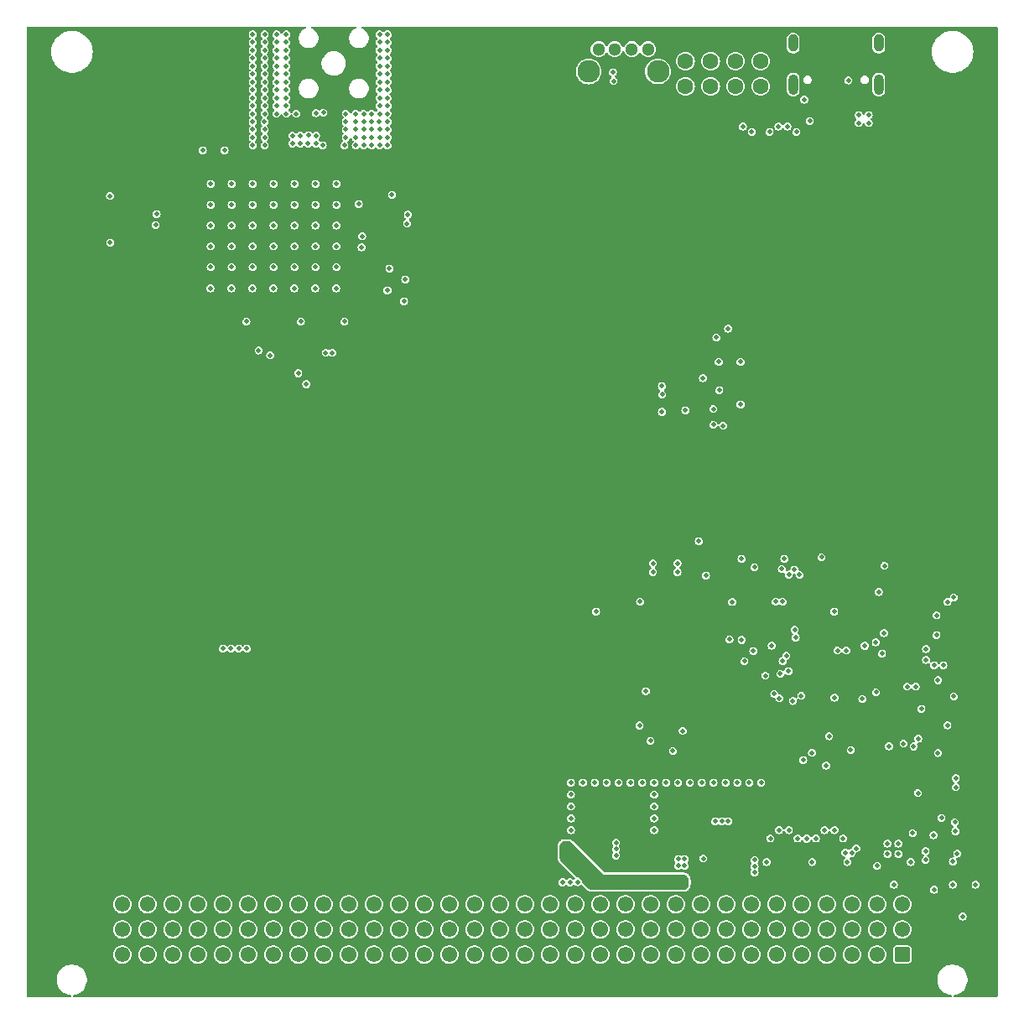
<source format=gbr>
%TF.GenerationSoftware,KiCad,Pcbnew,8.0.8-8.0.8-0~ubuntu22.04.1*%
%TF.CreationDate,2025-02-20T05:00:27+01:00*%
%TF.ProjectId,nav-module,6e61762d-6d6f-4647-956c-652e6b696361,1.0.0*%
%TF.SameCoordinates,Original*%
%TF.FileFunction,Copper,L3,Inr*%
%TF.FilePolarity,Positive*%
%FSLAX46Y46*%
G04 Gerber Fmt 4.6, Leading zero omitted, Abs format (unit mm)*
G04 Created by KiCad (PCBNEW 8.0.8-8.0.8-0~ubuntu22.04.1) date 2025-02-20 05:00:27*
%MOMM*%
%LPD*%
G01*
G04 APERTURE LIST*
G04 Aperture macros list*
%AMRoundRect*
0 Rectangle with rounded corners*
0 $1 Rounding radius*
0 $2 $3 $4 $5 $6 $7 $8 $9 X,Y pos of 4 corners*
0 Add a 4 corners polygon primitive as box body*
4,1,4,$2,$3,$4,$5,$6,$7,$8,$9,$2,$3,0*
0 Add four circle primitives for the rounded corners*
1,1,$1+$1,$2,$3*
1,1,$1+$1,$4,$5*
1,1,$1+$1,$6,$7*
1,1,$1+$1,$8,$9*
0 Add four rect primitives between the rounded corners*
20,1,$1+$1,$2,$3,$4,$5,0*
20,1,$1+$1,$4,$5,$6,$7,0*
20,1,$1+$1,$6,$7,$8,$9,0*
20,1,$1+$1,$8,$9,$2,$3,0*%
G04 Aperture macros list end*
%TA.AperFunction,ComponentPad*%
%ADD10C,1.600000*%
%TD*%
%TA.AperFunction,ComponentPad*%
%ADD11O,1.000000X2.100000*%
%TD*%
%TA.AperFunction,ComponentPad*%
%ADD12O,1.000000X1.800000*%
%TD*%
%TA.AperFunction,ComponentPad*%
%ADD13RoundRect,0.249999X0.525001X0.525001X-0.525001X0.525001X-0.525001X-0.525001X0.525001X-0.525001X0*%
%TD*%
%TA.AperFunction,ComponentPad*%
%ADD14C,1.550000*%
%TD*%
%TA.AperFunction,ComponentPad*%
%ADD15C,1.300000*%
%TD*%
%TA.AperFunction,ComponentPad*%
%ADD16C,2.286000*%
%TD*%
%TA.AperFunction,ViaPad*%
%ADD17C,0.500000*%
%TD*%
G04 APERTURE END LIST*
D10*
%TO.N,Net-(LED300-Pad1)*%
%TO.C,LED300*%
X67493600Y95500001D03*
%TO.N,GND*%
X70033600Y95500001D03*
%TO.N,Net-(LED300-Pad3)*%
X67493600Y92960001D03*
%TO.N,GND*%
X70033600Y92960001D03*
%TD*%
D11*
%TO.N,Net-(J800-SHIELD)*%
%TO.C,J800*%
X87000000Y93145001D03*
D12*
X87000000Y97325001D03*
D11*
X78360000Y93145001D03*
D12*
X78360000Y97325001D03*
%TD*%
D13*
%TO.N,GND*%
%TO.C,J200*%
X89370000Y5310001D03*
D14*
%TO.N,/Backplane/BACKPLANE.D+*%
X86830000Y5310001D03*
%TO.N,+5V_STDBY*%
X84290000Y5310001D03*
%TO.N,GND*%
X81750000Y5310001D03*
%TO.N,/Backplane/CAN1.+*%
X79210000Y5310001D03*
%TO.N,/Backplane/CAN1.-*%
X76670000Y5310001D03*
%TO.N,GND*%
X74130000Y5310001D03*
%TO.N,/Backplane/CAN2.+*%
X71590000Y5310001D03*
%TO.N,/Backplane/CAN2.-*%
X69050000Y5310001D03*
%TO.N,GND*%
X66510000Y5310001D03*
%TO.N,+12V*%
X63970000Y5310001D03*
X61430000Y5310001D03*
%TO.N,GND*%
X58890000Y5310001D03*
%TO.N,+24V*%
X56350000Y5310001D03*
%TO.N,GND*%
X53810000Y5310001D03*
%TO.N,/Backplane/GPIOL0*%
X51270000Y5310001D03*
%TO.N,/Backplane/GPIOL1*%
X48730000Y5310001D03*
%TO.N,/Backplane/GPIOL2*%
X46190000Y5310001D03*
%TO.N,/Backplane/GPIOL3*%
X43650000Y5310001D03*
%TO.N,/Backplane/GPIOL4*%
X41110000Y5310001D03*
%TO.N,/Backplane/GPIOL5*%
X38570000Y5310001D03*
%TO.N,/Backplane/GPIOL6*%
X36030000Y5310001D03*
%TO.N,/Backplane/GPIOL7*%
X33490000Y5310001D03*
%TO.N,/Backplane/GPIOL8*%
X30950000Y5310001D03*
%TO.N,/Backplane/GPIOL9*%
X28410000Y5310001D03*
%TO.N,/Backplane/GPIOL10*%
X25870000Y5310001D03*
%TO.N,/Backplane/GPIOL11*%
X23330000Y5310001D03*
%TO.N,/Backplane/GPIOL12*%
X20790000Y5310001D03*
%TO.N,/Backplane/GPIOL13*%
X18250000Y5310001D03*
%TO.N,/Backplane/GPIOL14*%
X15710000Y5310001D03*
%TO.N,/Backplane/GPIOL15*%
X13170000Y5310001D03*
%TO.N,GND*%
X10630000Y5310001D03*
X89370000Y7850001D03*
X86830000Y7850001D03*
%TO.N,+5V_STDBY*%
X84290000Y7850001D03*
%TO.N,GND*%
X81750000Y7850001D03*
%TO.N,/Backplane/CAN1.+*%
X79210000Y7850001D03*
%TO.N,/Backplane/CAN1.-*%
X76670000Y7850001D03*
%TO.N,GND*%
X74130000Y7850001D03*
%TO.N,/Backplane/CAN2.+*%
X71590000Y7850001D03*
%TO.N,/Backplane/CAN2.-*%
X69050000Y7850001D03*
%TO.N,GND*%
X66510000Y7850001D03*
%TO.N,+12V*%
X63970000Y7850001D03*
X61430000Y7850001D03*
%TO.N,GND*%
X58890000Y7850001D03*
%TO.N,+24V*%
X56350000Y7850001D03*
%TO.N,GND*%
X53810000Y7850001D03*
%TO.N,/Backplane/GPIOC0*%
X51270000Y7850001D03*
%TO.N,/Backplane/GPIOC1*%
X48730000Y7850001D03*
%TO.N,/Backplane/GPIOC2*%
X46190000Y7850001D03*
%TO.N,/Backplane/GPIOC3*%
X43650000Y7850001D03*
%TO.N,/Backplane/GPIOC4*%
X41110000Y7850001D03*
%TO.N,/Backplane/GPIOC5*%
X38570000Y7850001D03*
%TO.N,/Backplane/GPIOC6*%
X36030000Y7850001D03*
%TO.N,/Backplane/GPIOC7*%
X33490000Y7850001D03*
%TO.N,/Backplane/GPIOC8*%
X30950000Y7850001D03*
%TO.N,/Backplane/GPIOC9*%
X28410000Y7850001D03*
%TO.N,/Backplane/GPIOC10*%
X25870000Y7850001D03*
%TO.N,/Backplane/GPIOC11*%
X23330000Y7850001D03*
%TO.N,/Backplane/GPIOC12*%
X20790000Y7850001D03*
%TO.N,/Backplane/GPIOC13*%
X18250000Y7850001D03*
%TO.N,/Backplane/GPIOC14*%
X15710000Y7850001D03*
%TO.N,/Backplane/GPIOC15*%
X13170000Y7850001D03*
%TO.N,GND*%
X10630000Y7850001D03*
X89370000Y10390001D03*
%TO.N,/Backplane/BACKPLANE.D-*%
X86830000Y10390001D03*
%TO.N,+5V_STDBY*%
X84290000Y10390001D03*
%TO.N,GND*%
X81750000Y10390001D03*
%TO.N,/Backplane/CAN1.+*%
X79210000Y10390001D03*
%TO.N,/Backplane/CAN1.-*%
X76670000Y10390001D03*
%TO.N,GND*%
X74130000Y10390001D03*
%TO.N,/Backplane/CAN2.+*%
X71590000Y10390001D03*
%TO.N,/Backplane/CAN2.-*%
X69050000Y10390001D03*
%TO.N,GND*%
X66510000Y10390001D03*
%TO.N,+12V*%
X63970000Y10390001D03*
X61430000Y10390001D03*
%TO.N,GND*%
X58890000Y10390001D03*
%TO.N,+24V*%
X56350000Y10390001D03*
%TO.N,GND*%
X53810000Y10390001D03*
%TO.N,/Backplane/GPIOR0*%
X51270000Y10390001D03*
%TO.N,/Backplane/GPIOR1*%
X48730000Y10390001D03*
%TO.N,/Backplane/GPIOR2*%
X46190000Y10390001D03*
%TO.N,/Backplane/GPIOR3*%
X43650000Y10390001D03*
%TO.N,/Backplane/GPIOR4*%
X41110000Y10390001D03*
%TO.N,/Backplane/GPIOR5*%
X38570000Y10390001D03*
%TO.N,/Backplane/GPIOR6*%
X36030000Y10390001D03*
%TO.N,/Backplane/GPIOR7*%
X33490000Y10390001D03*
%TO.N,/Backplane/GPIOR8*%
X30950000Y10390001D03*
%TO.N,/Backplane/GPIOR9*%
X28410000Y10390001D03*
%TO.N,/Backplane/GPIOR10*%
X25870000Y10390001D03*
%TO.N,/Backplane/GPIOR11*%
X23330000Y10390001D03*
%TO.N,/Backplane/GPIOR12*%
X20790000Y10390001D03*
%TO.N,/Backplane/GPIOR13*%
X18250000Y10390001D03*
%TO.N,/Backplane/GPIOR14*%
X15710000Y10390001D03*
%TO.N,/Backplane/GPIOR15*%
X13170000Y10390001D03*
%TO.N,GND*%
X10630000Y10390001D03*
%TD*%
D15*
%TO.N,GND*%
%TO.C,SW400*%
X63710000Y96710001D03*
X62080000Y96710001D03*
%TO.N,/MCU/SWD.~{RST}*%
X60340000Y96710001D03*
%TO.N,/MCU/USR_BUTTON*%
X58710000Y96710001D03*
D16*
%TO.N,N/C*%
X64710000Y94460001D03*
X57710000Y94460001D03*
%TD*%
D10*
%TO.N,Net-(LED301-Pad1)*%
%TO.C,LED301*%
X72543600Y95500001D03*
%TO.N,GND*%
X75083600Y95500001D03*
%TO.N,Net-(LED301-Pad3)*%
X72543600Y92960001D03*
%TO.N,GND*%
X75083600Y92960001D03*
%TD*%
D17*
%TO.N,+3V3*%
X75930000Y13210001D03*
X39460001Y78210000D03*
X60228400Y92600000D03*
X91980000Y25660001D03*
X81955000Y35960001D03*
X69800000Y67599999D03*
X70200000Y62499999D03*
X64955000Y26885001D03*
X81220000Y44520001D03*
X75980000Y19785001D03*
X92680000Y15510001D03*
X92430000Y45110001D03*
X92030000Y22310001D03*
X94580000Y32362501D03*
X75280000Y19785001D03*
X75980000Y20660001D03*
X62905000Y39935001D03*
X81980000Y26357501D03*
X69500000Y61399999D03*
X88530000Y29710001D03*
X82505000Y40935001D03*
X65830000Y43210001D03*
X70200001Y61400000D03*
X86330000Y35710001D03*
X91980000Y33010001D03*
X84630000Y35985001D03*
X26000000Y71600000D03*
X82855000Y41910001D03*
X76205000Y44235001D03*
X62330000Y29460001D03*
X24000000Y71600000D03*
X30000000Y71600000D03*
X69500000Y62500000D03*
X28000000Y71600000D03*
X80530000Y13210001D03*
X30100000Y62300000D03*
X39560000Y76710000D03*
X76655000Y19785001D03*
X73455000Y44410001D03*
X80255000Y26685001D03*
X75080000Y88910001D03*
X65100000Y60900000D03*
%TO.N,GND*%
X66680000Y43910001D03*
X26200000Y91770318D03*
X36600000Y94200000D03*
X30143330Y76810000D03*
X69555000Y43585001D03*
X27800000Y88000000D03*
X60228400Y93500000D03*
X25909998Y74710000D03*
X55930000Y20260001D03*
X35000000Y88600000D03*
X64330000Y22660001D03*
X66680000Y44810001D03*
X37398430Y89374479D03*
X24998430Y89374479D03*
X21641143Y72562846D03*
X90530000Y26323785D03*
X34200000Y90200000D03*
X21676666Y76810000D03*
X88980000Y16510001D03*
X65530000Y22660001D03*
X23800000Y94200000D03*
X29200000Y62900000D03*
X23160000Y69210000D03*
X70500720Y18763459D03*
X27200000Y91000000D03*
X36600000Y87000000D03*
X30143330Y81010000D03*
X95460000Y9140000D03*
X65100000Y60100000D03*
X87880000Y16510001D03*
X9400000Y81900000D03*
X21676666Y74710000D03*
X76880000Y88910001D03*
X55930000Y17860001D03*
X34200000Y87000000D03*
X30200000Y88000000D03*
X92980000Y25660001D03*
X26200000Y95000000D03*
X74480000Y14860001D03*
X35798430Y89374479D03*
X35800000Y87800000D03*
X20960000Y86510000D03*
X70330000Y22660001D03*
X23800000Y92600000D03*
X70900000Y62300000D03*
X57130000Y22660001D03*
X28600000Y88000000D03*
X37400000Y98200000D03*
X35000000Y87800000D03*
X90955000Y21610001D03*
X25909998Y78910000D03*
X66730000Y22660001D03*
X71150720Y18763459D03*
X37400000Y95800000D03*
X27991141Y72562846D03*
X36600000Y87800000D03*
X25000000Y87000000D03*
X25909998Y76810000D03*
X69280000Y15010001D03*
X32260000Y78910000D03*
X33198430Y89374479D03*
X70300000Y60400001D03*
X63480000Y31900000D03*
X73930000Y22660001D03*
X37400000Y92600000D03*
X19560000Y81010000D03*
X23800000Y97400000D03*
X36600000Y88600000D03*
X36600000Y95000000D03*
X64330000Y19060001D03*
X37400000Y87800000D03*
X36600000Y93400000D03*
X58330000Y22660001D03*
X23800000Y91770318D03*
X73050002Y60850001D03*
X28400000Y64000000D03*
X30143330Y83109999D03*
X75680000Y14660001D03*
X25000000Y96600000D03*
X81980000Y27357501D03*
X64205000Y44810001D03*
X28660000Y69210000D03*
X36600000Y90200000D03*
X32224477Y72562846D03*
X27200000Y91770318D03*
X77455000Y45260001D03*
X80255000Y25685001D03*
X68830000Y47035001D03*
X25000000Y92600000D03*
X22400000Y36200000D03*
X87005000Y41910001D03*
X35000000Y87000000D03*
X87530000Y37760001D03*
X91780000Y35060001D03*
X27200000Y95000000D03*
X73155000Y45260001D03*
X23793332Y81010000D03*
X28600000Y87200000D03*
X27200000Y93400000D03*
X58470000Y39940000D03*
X32260000Y83109999D03*
X23800000Y88600000D03*
X28200000Y90200000D03*
X34200000Y87800000D03*
X23798430Y89374479D03*
X37400000Y93400000D03*
X26200000Y92600000D03*
X74480000Y13610001D03*
X60730000Y22660001D03*
X55080000Y12610001D03*
X25000000Y95000000D03*
X26200000Y94200000D03*
X77205000Y44235001D03*
X88980000Y15460001D03*
X37400000Y87000000D03*
X25909998Y83109999D03*
X28026664Y81010000D03*
X26200000Y95800000D03*
X36600000Y92600000D03*
X37400000Y95000000D03*
X59530000Y22660001D03*
X79380000Y24960001D03*
X25000000Y91000000D03*
X94780000Y23110001D03*
X28026664Y74710000D03*
X23793332Y78910000D03*
X92530000Y17360001D03*
X87580000Y44560001D03*
X28026664Y76810000D03*
X30143330Y74710000D03*
X79730000Y17010001D03*
X35800000Y88600000D03*
X71800720Y18763459D03*
X36600000Y91000000D03*
X64205000Y43935001D03*
X27200000Y94200000D03*
X30200000Y87200000D03*
X37400000Y91770318D03*
X23200000Y36200000D03*
X64330000Y17860001D03*
X28026664Y78910000D03*
X35000000Y90200000D03*
X23800000Y87800000D03*
X82830000Y36010001D03*
X23800000Y91000000D03*
X64330000Y20260001D03*
X27200000Y92600000D03*
X37860000Y82010000D03*
X77780000Y88910001D03*
X91780000Y36160001D03*
X80040000Y89470000D03*
X30940000Y90290000D03*
X37400000Y91000000D03*
X93930000Y28460001D03*
X24400000Y66290000D03*
X78680000Y88360001D03*
X69130000Y22660001D03*
X29400000Y87200000D03*
X23800000Y98200000D03*
X94580000Y31362501D03*
X35800000Y90200000D03*
X29438824Y88025672D03*
X94730000Y17760001D03*
X94930000Y15510001D03*
X21676666Y78910000D03*
X37400000Y88600000D03*
X72730000Y22660001D03*
X19560000Y74710000D03*
X70600000Y67600000D03*
X71800001Y68500001D03*
X18760000Y86510000D03*
X25000000Y87800000D03*
X39460001Y80010000D03*
X26200000Y97400000D03*
X32260000Y81010000D03*
X36600000Y98200000D03*
X20800000Y36200000D03*
X23757809Y72562846D03*
X19560000Y76810000D03*
X23800000Y87000000D03*
X34198430Y89374479D03*
X25000000Y90200000D03*
X74455000Y44410001D03*
X32260000Y74710000D03*
X36598430Y89374479D03*
X34200000Y88600000D03*
X82530000Y17860001D03*
X26200000Y90200000D03*
X37400000Y96600000D03*
X25000000Y91770318D03*
X75130000Y22660001D03*
X25000000Y88600000D03*
X23800000Y95800000D03*
X26200000Y91000000D03*
X36600000Y96600000D03*
X34840000Y77830000D03*
X23793332Y76810000D03*
X30170000Y90260000D03*
X65100000Y62700000D03*
X23800000Y93400000D03*
X79480000Y91610001D03*
X32260000Y76810000D03*
X21600000Y36200000D03*
X63955000Y26885001D03*
X33200000Y90200000D03*
X30107807Y72562846D03*
X25560000Y65810000D03*
X25000000Y93400000D03*
X37400000Y94200000D03*
X37400000Y90200000D03*
X82505000Y39935001D03*
X73050001Y65149999D03*
X25000000Y98200000D03*
X77930000Y17860001D03*
X81220000Y45420001D03*
X83621074Y15604126D03*
X90430000Y17560001D03*
X35800000Y87000000D03*
X56583492Y12621713D03*
X87880000Y15460001D03*
X25000000Y97400000D03*
X27200000Y95800000D03*
X91730000Y14860001D03*
X36600000Y91770318D03*
X21676666Y83109999D03*
X25000000Y94200000D03*
X71530000Y22660001D03*
X33200000Y87800000D03*
X9410000Y77200000D03*
X61930000Y22660001D03*
X30860000Y87000000D03*
X19524477Y72562846D03*
X33200000Y88600000D03*
X60480000Y16613493D03*
X69258595Y63503513D03*
X27800000Y87200000D03*
X63130000Y22660001D03*
X36600000Y95800000D03*
X27200000Y96600000D03*
X26200000Y93400000D03*
X55930000Y19060001D03*
X67930000Y22660001D03*
X55830000Y12610001D03*
X60480000Y15313493D03*
X23800000Y95000000D03*
X27200000Y97400000D03*
X55930000Y21460001D03*
X23800000Y96600000D03*
X96780000Y12360001D03*
X62855000Y28435001D03*
X26200000Y96600000D03*
X87330000Y35710001D03*
X25000000Y95800000D03*
X62905000Y40935001D03*
X83830000Y14660001D03*
X27200000Y98200000D03*
X25909998Y81010000D03*
X70850001Y65149999D03*
X30143330Y78910000D03*
X33060000Y69210000D03*
X92580000Y11860001D03*
X33060000Y87000000D03*
X74480000Y14210001D03*
X23793332Y74710000D03*
X85980000Y89260001D03*
X85980000Y90060001D03*
X23800000Y90200000D03*
X36600000Y97400000D03*
X84180000Y25960001D03*
X27200000Y90200000D03*
X93330000Y19110001D03*
X21676666Y81010000D03*
X23793332Y83109999D03*
X60480000Y15963493D03*
X83730000Y36010001D03*
X28026664Y83109999D03*
X26200000Y98200000D03*
X64330000Y21460001D03*
X37400000Y97400000D03*
X55930000Y22660001D03*
X25874475Y72562846D03*
X34998430Y89374479D03*
X19560000Y78910000D03*
X92980000Y33010001D03*
X19560000Y83109999D03*
X80280000Y14660001D03*
%TO.N,+5V*%
X66755000Y14260001D03*
X94780000Y22210001D03*
X76930000Y17860001D03*
X67405000Y14960001D03*
X93930000Y40910001D03*
X91730000Y15760000D03*
X67405000Y14260001D03*
X86830000Y14260001D03*
X66755000Y14960001D03*
X81530000Y17860001D03*
%TO.N,/ST-LINK/LED*%
X85580000Y36485001D03*
X88030000Y26335001D03*
%TO.N,/ST-LINK/STLINK-BOOT0*%
X91305000Y30110001D03*
%TO.N,/ST-LINK/DIO*%
X89505000Y26610001D03*
%TO.N,/ST-LINK/CLK*%
X90980000Y27110001D03*
%TO.N,+12V_FUSED*%
X55081270Y15923942D03*
X94580000Y41360001D03*
X66755000Y12260001D03*
X66755000Y12960001D03*
X67405000Y12960001D03*
X56005000Y15910001D03*
X67405000Y12260001D03*
X55580000Y16410001D03*
%TO.N,/ST-LINK/STLINK_RX*%
X86730000Y31785001D03*
X92830000Y37560001D03*
%TO.N,/USB/VBUS_IN*%
X84980000Y90060001D03*
X94680000Y18660001D03*
%TO.N,/ST-LINK/STLINK_TX*%
X92830000Y39560001D03*
X86705000Y36835001D03*
%TO.N,/MCU/USR_BUTTON*%
X76605000Y40935001D03*
X60168600Y94385799D03*
%TO.N,/MCU/SWD.~{RST}*%
X72205001Y40910001D03*
X82530000Y31240001D03*
X79007238Y43640001D03*
%TO.N,Net-(U302-PGANG)*%
X90230000Y14660001D03*
X88530000Y12360001D03*
%TO.N,Net-(U700-PA5)*%
X85330000Y31110001D03*
X81684124Y24384124D03*
%TO.N,Net-(U700-PC13)*%
X90730000Y32360001D03*
X93530000Y34510001D03*
%TO.N,Net-(U700-PC14)*%
X89855000Y32360001D03*
X92580000Y34510001D03*
%TO.N,/CAN transceiver 1/CAN.TX*%
X83405000Y17035001D03*
X79180000Y31435001D03*
%TO.N,/CAN transceiver 1/CAN.RX*%
X78330000Y30910001D03*
X80655000Y17035001D03*
%TO.N,/CAN transceiver 2/CAN.TX*%
X78805000Y17035001D03*
X67205000Y27885001D03*
%TO.N,/CAN transceiver 2/CAN.RX*%
X66230000Y25860001D03*
X76055000Y17035001D03*
%TO.N,/USB/CC1*%
X83930000Y93560001D03*
X84980000Y89260001D03*
%TO.N,Net-(U801-~{OE})*%
X94480000Y14710001D03*
X94480000Y12360001D03*
%TO.N,/MCU/USER_LED_1*%
X74180000Y88360001D03*
X78480000Y44160001D03*
%TO.N,/MCU/USER_LED_2*%
X77930000Y43660001D03*
X73280000Y88910001D03*
%TO.N,/MCU/STATUS_LED*%
X75980000Y88360001D03*
X77305000Y40935001D03*
%TO.N,/USB-hub/USB_GPS_.D+*%
X31825000Y66060074D03*
X84729810Y16029810D03*
%TO.N,/USB-hub/USB_GPS_.D-*%
X84270190Y15570190D03*
X31175000Y66060074D03*
%TO.N,/GPS-RTK/GPS_SPI.CLK*%
X37600000Y74559999D03*
X77670000Y35480000D03*
%TO.N,/GPS-RTK/GPS_SPI.CS*%
X76190000Y36490000D03*
X39200000Y73459999D03*
%TO.N,/GPS-RTK/GPS_NRESET*%
X39380000Y79110000D03*
X77890000Y33935001D03*
%TO.N,/IMU/IMU_NRESET*%
X65140000Y61840000D03*
X71934124Y37124124D03*
%TO.N,/GPS-RTK/GPS_EXINTERUPT*%
X34510000Y81090000D03*
X75550000Y33465000D03*
%TO.N,/GPS-RTK/GPS_MODE_SELECT*%
X77060000Y33650000D03*
X34790000Y76710000D03*
%TO.N,/GPS-RTK/GPS_SPI.MISO*%
X74340000Y35960000D03*
X39075000Y71259999D03*
%TO.N,/GPS-RTK/GPS_GEOFENCE_STAT*%
X14100000Y80059998D03*
X76965000Y31185000D03*
%TO.N,/GPS-RTK/GPS_RTK_STAT*%
X76450000Y31620000D03*
X14000000Y78959999D03*
%TO.N,/IMU/IMU_I2C.SDA*%
X71300000Y58700000D03*
X78510000Y38110000D03*
%TO.N,/IMU/IMU_I2C.SCL*%
X78620000Y37320000D03*
X70310000Y58800000D03*
%TO.N,/IMU/IMU_EXINTERUPT*%
X67470000Y60250000D03*
X73160000Y37075000D03*
%TO.N,/GPS-RTK/GPS_SPI.MOSI*%
X77297248Y34947497D03*
X37400000Y72359999D03*
X73440000Y34920000D03*
%TD*%
%TA.AperFunction,Conductor*%
%TO.N,+12V_FUSED*%
G36*
X55680952Y16758940D02*
G01*
X55786116Y16745095D01*
X55817383Y16736717D01*
X55907808Y16699262D01*
X55935842Y16683077D01*
X56020003Y16618498D01*
X56032198Y16607803D01*
X59108547Y13531453D01*
X59108554Y13531447D01*
X59255000Y13385001D01*
X67296874Y13385001D01*
X67313059Y13383940D01*
X67418223Y13370095D01*
X67449491Y13361717D01*
X67539918Y13324261D01*
X67567952Y13308076D01*
X67645602Y13248492D01*
X67668491Y13225603D01*
X67728074Y13147953D01*
X67744259Y13119920D01*
X67781715Y13029493D01*
X67790093Y12998226D01*
X67803939Y12893062D01*
X67805000Y12876876D01*
X67805000Y12368127D01*
X67803939Y12351941D01*
X67790093Y12246777D01*
X67781715Y12215510D01*
X67744259Y12125083D01*
X67728074Y12097050D01*
X67668491Y12019400D01*
X67645601Y11996510D01*
X67567951Y11936927D01*
X67539918Y11920742D01*
X67449491Y11883286D01*
X67418224Y11874908D01*
X67324398Y11862555D01*
X67313058Y11861062D01*
X67296874Y11860001D01*
X58020233Y11860001D01*
X58004048Y11861062D01*
X57991024Y11862777D01*
X57898882Y11874908D01*
X57867616Y11883286D01*
X57777191Y11920741D01*
X57749157Y11936926D01*
X57664996Y12001505D01*
X57652801Y12012200D01*
X57067024Y12597977D01*
X57033539Y12659300D01*
X57031972Y12667983D01*
X57020189Y12749939D01*
X56966374Y12867776D01*
X56881541Y12965680D01*
X56772561Y13035717D01*
X56772557Y13035719D01*
X56772556Y13035719D01*
X56648266Y13072213D01*
X56648264Y13072213D01*
X56644150Y13072213D01*
X56640202Y13073373D01*
X56639487Y13073475D01*
X56639501Y13073578D01*
X56577111Y13091898D01*
X56556469Y13108532D01*
X54932198Y14732803D01*
X54921503Y14744998D01*
X54856924Y14829159D01*
X54840739Y14857193D01*
X54803284Y14947618D01*
X54794906Y14978885D01*
X54781061Y15084049D01*
X54780000Y15100234D01*
X54780000Y16251876D01*
X54781061Y16268061D01*
X54794906Y16373225D01*
X54803284Y16404493D01*
X54840740Y16494920D01*
X54856923Y16522951D01*
X54916513Y16600609D01*
X54939392Y16623488D01*
X55017050Y16683078D01*
X55045079Y16699261D01*
X55135509Y16736718D01*
X55166775Y16745095D01*
X55271941Y16758940D01*
X55288126Y16760001D01*
X55664767Y16760001D01*
X55680952Y16758940D01*
G37*
%TD.AperFunction*%
%TD*%
%TA.AperFunction,Conductor*%
%TO.N,+3V3*%
G36*
X29142134Y98980316D02*
G01*
X29187889Y98927512D01*
X29197833Y98858354D01*
X29168808Y98794798D01*
X29122547Y98761440D01*
X28966092Y98696636D01*
X28966079Y98696629D01*
X28802218Y98587140D01*
X28802214Y98587137D01*
X28662863Y98447786D01*
X28662860Y98447782D01*
X28553371Y98283921D01*
X28553364Y98283908D01*
X28477950Y98101840D01*
X28477947Y98101830D01*
X28439500Y97908544D01*
X28439500Y97908541D01*
X28439500Y97711459D01*
X28439500Y97711457D01*
X28439499Y97711457D01*
X28477947Y97518171D01*
X28477950Y97518161D01*
X28553364Y97336093D01*
X28553371Y97336080D01*
X28662860Y97172219D01*
X28662863Y97172215D01*
X28802214Y97032864D01*
X28802218Y97032861D01*
X28966079Y96923372D01*
X28966092Y96923365D01*
X29148160Y96847951D01*
X29148165Y96847949D01*
X29148169Y96847949D01*
X29148170Y96847948D01*
X29341456Y96809500D01*
X29341459Y96809500D01*
X29538543Y96809500D01*
X29683568Y96838348D01*
X29731835Y96847949D01*
X29913914Y96923368D01*
X30077782Y97032861D01*
X30217139Y97172218D01*
X30326632Y97336086D01*
X30328178Y97339817D01*
X30380823Y97466915D01*
X30402051Y97518165D01*
X30440500Y97711459D01*
X30440500Y97908541D01*
X30440500Y97908544D01*
X30402052Y98101830D01*
X30402051Y98101831D01*
X30402051Y98101835D01*
X30389107Y98133086D01*
X30326635Y98283908D01*
X30326628Y98283921D01*
X30217139Y98447782D01*
X30217136Y98447786D01*
X30077785Y98587137D01*
X30077781Y98587140D01*
X29913920Y98696629D01*
X29913907Y98696636D01*
X29757453Y98761440D01*
X29703049Y98805281D01*
X29680984Y98871575D01*
X29698263Y98939274D01*
X29749400Y98986885D01*
X29804905Y99000001D01*
X34155095Y99000001D01*
X34222134Y98980316D01*
X34267889Y98927512D01*
X34277833Y98858354D01*
X34248808Y98794798D01*
X34202547Y98761440D01*
X34046092Y98696636D01*
X34046079Y98696629D01*
X33882218Y98587140D01*
X33882214Y98587137D01*
X33742863Y98447786D01*
X33742860Y98447782D01*
X33633371Y98283921D01*
X33633364Y98283908D01*
X33557950Y98101840D01*
X33557947Y98101830D01*
X33519500Y97908544D01*
X33519500Y97908541D01*
X33519500Y97711459D01*
X33519500Y97711457D01*
X33519499Y97711457D01*
X33557947Y97518171D01*
X33557950Y97518161D01*
X33633364Y97336093D01*
X33633371Y97336080D01*
X33742860Y97172219D01*
X33742863Y97172215D01*
X33882214Y97032864D01*
X33882218Y97032861D01*
X34046079Y96923372D01*
X34046092Y96923365D01*
X34228160Y96847951D01*
X34228165Y96847949D01*
X34228169Y96847949D01*
X34228170Y96847948D01*
X34421456Y96809500D01*
X34421459Y96809500D01*
X34618543Y96809500D01*
X34763568Y96838348D01*
X34811835Y96847949D01*
X34993914Y96923368D01*
X35157782Y97032861D01*
X35297139Y97172218D01*
X35406632Y97336086D01*
X35408178Y97339817D01*
X35460823Y97466915D01*
X35482051Y97518165D01*
X35520500Y97711459D01*
X35520500Y97908541D01*
X35520500Y97908544D01*
X35482052Y98101830D01*
X35482051Y98101831D01*
X35482051Y98101835D01*
X35469107Y98133086D01*
X35406635Y98283908D01*
X35406628Y98283921D01*
X35297139Y98447782D01*
X35297136Y98447786D01*
X35157785Y98587137D01*
X35157781Y98587140D01*
X34993920Y98696629D01*
X34993907Y98696636D01*
X34837453Y98761440D01*
X34783049Y98805281D01*
X34760984Y98871575D01*
X34778263Y98939274D01*
X34829400Y98986885D01*
X34884905Y99000001D01*
X98876000Y99000001D01*
X98943039Y98980316D01*
X98988794Y98927512D01*
X99000000Y98876001D01*
X99000000Y1134001D01*
X98980315Y1066962D01*
X98927511Y1021207D01*
X98876000Y1010001D01*
X94665051Y1010001D01*
X94598012Y1029686D01*
X94552257Y1082490D01*
X94542313Y1151648D01*
X94571338Y1215204D01*
X94630116Y1252978D01*
X94645653Y1256474D01*
X94807222Y1282064D01*
X95035589Y1356265D01*
X95249536Y1465277D01*
X95443796Y1606415D01*
X95613586Y1776205D01*
X95754724Y1970465D01*
X95863736Y2184412D01*
X95937937Y2412779D01*
X95975500Y2649942D01*
X95975500Y2890060D01*
X95937937Y3127223D01*
X95863736Y3355590D01*
X95863734Y3355593D01*
X95863734Y3355595D01*
X95754723Y3569538D01*
X95613586Y3763797D01*
X95443796Y3933587D01*
X95249536Y4074725D01*
X95035593Y4183736D01*
X94807222Y4257938D01*
X94570059Y4295501D01*
X94329941Y4295501D01*
X94211359Y4276720D01*
X94092777Y4257938D01*
X93864406Y4183736D01*
X93650463Y4074725D01*
X93456201Y3933585D01*
X93286416Y3763800D01*
X93145276Y3569538D01*
X93036265Y3355595D01*
X92962063Y3127224D01*
X92924500Y2890060D01*
X92924500Y2649943D01*
X92962063Y2412779D01*
X93036265Y2184408D01*
X93145276Y1970465D01*
X93286414Y1776205D01*
X93456204Y1606415D01*
X93650464Y1465277D01*
X93751543Y1413775D01*
X93864406Y1356267D01*
X93864408Y1356267D01*
X93864411Y1356265D01*
X94092778Y1282064D01*
X94254347Y1256474D01*
X94317482Y1226545D01*
X94354413Y1167233D01*
X94353415Y1097371D01*
X94314805Y1039138D01*
X94250842Y1011024D01*
X94234949Y1010001D01*
X5765051Y1010001D01*
X5698012Y1029686D01*
X5652257Y1082490D01*
X5642313Y1151648D01*
X5671338Y1215204D01*
X5730116Y1252978D01*
X5745653Y1256474D01*
X5907222Y1282064D01*
X6135589Y1356265D01*
X6349536Y1465277D01*
X6543796Y1606415D01*
X6713586Y1776205D01*
X6854724Y1970465D01*
X6963736Y2184412D01*
X7037937Y2412779D01*
X7075500Y2649942D01*
X7075500Y2890060D01*
X7037937Y3127223D01*
X6963736Y3355590D01*
X6963734Y3355593D01*
X6963734Y3355595D01*
X6854723Y3569538D01*
X6713586Y3763797D01*
X6543796Y3933587D01*
X6349536Y4074725D01*
X6135593Y4183736D01*
X5907222Y4257938D01*
X5670059Y4295501D01*
X5429941Y4295501D01*
X5311359Y4276720D01*
X5192777Y4257938D01*
X4964406Y4183736D01*
X4750463Y4074725D01*
X4556201Y3933585D01*
X4386416Y3763800D01*
X4245276Y3569538D01*
X4136265Y3355595D01*
X4062063Y3127224D01*
X4024500Y2890060D01*
X4024500Y2649943D01*
X4062063Y2412779D01*
X4136265Y2184408D01*
X4245276Y1970465D01*
X4386414Y1776205D01*
X4556204Y1606415D01*
X4750464Y1465277D01*
X4851543Y1413775D01*
X4964406Y1356267D01*
X4964408Y1356267D01*
X4964411Y1356265D01*
X5192778Y1282064D01*
X5354347Y1256474D01*
X5417482Y1226545D01*
X5454413Y1167233D01*
X5453415Y1097371D01*
X5414805Y1039138D01*
X5350842Y1011024D01*
X5334949Y1010001D01*
X1124000Y1010001D01*
X1056961Y1029686D01*
X1011206Y1082490D01*
X1000000Y1134001D01*
X1000000Y5310001D01*
X9699402Y5310001D01*
X9719738Y5116518D01*
X9779856Y4931491D01*
X9779857Y4931490D01*
X9860159Y4792404D01*
X9877130Y4763009D01*
X9885714Y4753476D01*
X10007302Y4618437D01*
X10007305Y4618435D01*
X10007308Y4618432D01*
X10106096Y4546658D01*
X10164702Y4504078D01*
X10232926Y4473704D01*
X10342429Y4424950D01*
X10532726Y4384501D01*
X10727274Y4384501D01*
X10917571Y4424950D01*
X11095299Y4504079D01*
X11252692Y4618432D01*
X11382870Y4763009D01*
X11480144Y4931493D01*
X11540262Y5116519D01*
X11560598Y5310001D01*
X12239402Y5310001D01*
X12259738Y5116518D01*
X12319856Y4931491D01*
X12319857Y4931490D01*
X12400159Y4792404D01*
X12417130Y4763009D01*
X12425714Y4753476D01*
X12547302Y4618437D01*
X12547305Y4618435D01*
X12547308Y4618432D01*
X12646096Y4546658D01*
X12704702Y4504078D01*
X12772926Y4473704D01*
X12882429Y4424950D01*
X13072726Y4384501D01*
X13267274Y4384501D01*
X13457571Y4424950D01*
X13635299Y4504079D01*
X13792692Y4618432D01*
X13922870Y4763009D01*
X14020144Y4931493D01*
X14080262Y5116519D01*
X14100598Y5310001D01*
X14779402Y5310001D01*
X14799738Y5116518D01*
X14859856Y4931491D01*
X14859857Y4931490D01*
X14940159Y4792404D01*
X14957130Y4763009D01*
X14965714Y4753476D01*
X15087302Y4618437D01*
X15087305Y4618435D01*
X15087308Y4618432D01*
X15186096Y4546658D01*
X15244702Y4504078D01*
X15312926Y4473704D01*
X15422429Y4424950D01*
X15612726Y4384501D01*
X15807274Y4384501D01*
X15997571Y4424950D01*
X16175299Y4504079D01*
X16332692Y4618432D01*
X16462870Y4763009D01*
X16560144Y4931493D01*
X16620262Y5116519D01*
X16640598Y5310001D01*
X17319402Y5310001D01*
X17339738Y5116518D01*
X17399856Y4931491D01*
X17399857Y4931490D01*
X17480159Y4792404D01*
X17497130Y4763009D01*
X17505714Y4753476D01*
X17627302Y4618437D01*
X17627305Y4618435D01*
X17627308Y4618432D01*
X17726096Y4546658D01*
X17784702Y4504078D01*
X17852926Y4473704D01*
X17962429Y4424950D01*
X18152726Y4384501D01*
X18347274Y4384501D01*
X18537571Y4424950D01*
X18715299Y4504079D01*
X18872692Y4618432D01*
X19002870Y4763009D01*
X19100144Y4931493D01*
X19160262Y5116519D01*
X19180598Y5310001D01*
X19859402Y5310001D01*
X19879738Y5116518D01*
X19939856Y4931491D01*
X19939857Y4931490D01*
X20020159Y4792404D01*
X20037130Y4763009D01*
X20045714Y4753476D01*
X20167302Y4618437D01*
X20167305Y4618435D01*
X20167308Y4618432D01*
X20266096Y4546658D01*
X20324702Y4504078D01*
X20392926Y4473704D01*
X20502429Y4424950D01*
X20692726Y4384501D01*
X20887274Y4384501D01*
X21077571Y4424950D01*
X21255299Y4504079D01*
X21412692Y4618432D01*
X21542870Y4763009D01*
X21640144Y4931493D01*
X21700262Y5116519D01*
X21720598Y5310001D01*
X22399402Y5310001D01*
X22419738Y5116518D01*
X22479856Y4931491D01*
X22479857Y4931490D01*
X22560159Y4792404D01*
X22577130Y4763009D01*
X22585714Y4753476D01*
X22707302Y4618437D01*
X22707305Y4618435D01*
X22707308Y4618432D01*
X22806096Y4546658D01*
X22864702Y4504078D01*
X22932926Y4473704D01*
X23042429Y4424950D01*
X23232726Y4384501D01*
X23427274Y4384501D01*
X23617571Y4424950D01*
X23795299Y4504079D01*
X23952692Y4618432D01*
X24082870Y4763009D01*
X24180144Y4931493D01*
X24240262Y5116519D01*
X24260598Y5310001D01*
X24939402Y5310001D01*
X24959738Y5116518D01*
X25019856Y4931491D01*
X25019857Y4931490D01*
X25100159Y4792404D01*
X25117130Y4763009D01*
X25125714Y4753476D01*
X25247302Y4618437D01*
X25247305Y4618435D01*
X25247308Y4618432D01*
X25346096Y4546658D01*
X25404702Y4504078D01*
X25472926Y4473704D01*
X25582429Y4424950D01*
X25772726Y4384501D01*
X25967274Y4384501D01*
X26157571Y4424950D01*
X26335299Y4504079D01*
X26492692Y4618432D01*
X26622870Y4763009D01*
X26720144Y4931493D01*
X26780262Y5116519D01*
X26800598Y5310001D01*
X27479402Y5310001D01*
X27499738Y5116518D01*
X27559856Y4931491D01*
X27559857Y4931490D01*
X27640159Y4792404D01*
X27657130Y4763009D01*
X27665714Y4753476D01*
X27787302Y4618437D01*
X27787305Y4618435D01*
X27787308Y4618432D01*
X27886096Y4546658D01*
X27944702Y4504078D01*
X28012926Y4473704D01*
X28122429Y4424950D01*
X28312726Y4384501D01*
X28507274Y4384501D01*
X28697571Y4424950D01*
X28875299Y4504079D01*
X29032692Y4618432D01*
X29162870Y4763009D01*
X29260144Y4931493D01*
X29320262Y5116519D01*
X29340598Y5310001D01*
X30019402Y5310001D01*
X30039738Y5116518D01*
X30099856Y4931491D01*
X30099857Y4931490D01*
X30180159Y4792404D01*
X30197130Y4763009D01*
X30205714Y4753476D01*
X30327302Y4618437D01*
X30327305Y4618435D01*
X30327308Y4618432D01*
X30426096Y4546658D01*
X30484702Y4504078D01*
X30552926Y4473704D01*
X30662429Y4424950D01*
X30852726Y4384501D01*
X31047274Y4384501D01*
X31237571Y4424950D01*
X31415299Y4504079D01*
X31572692Y4618432D01*
X31702870Y4763009D01*
X31800144Y4931493D01*
X31860262Y5116519D01*
X31880598Y5310001D01*
X32559402Y5310001D01*
X32579738Y5116518D01*
X32639856Y4931491D01*
X32639857Y4931490D01*
X32720159Y4792404D01*
X32737130Y4763009D01*
X32745714Y4753476D01*
X32867302Y4618437D01*
X32867305Y4618435D01*
X32867308Y4618432D01*
X32966096Y4546658D01*
X33024702Y4504078D01*
X33092926Y4473704D01*
X33202429Y4424950D01*
X33392726Y4384501D01*
X33587274Y4384501D01*
X33777571Y4424950D01*
X33955299Y4504079D01*
X34112692Y4618432D01*
X34242870Y4763009D01*
X34340144Y4931493D01*
X34400262Y5116519D01*
X34420598Y5310001D01*
X35099402Y5310001D01*
X35119738Y5116518D01*
X35179856Y4931491D01*
X35179857Y4931490D01*
X35260159Y4792404D01*
X35277130Y4763009D01*
X35285714Y4753476D01*
X35407302Y4618437D01*
X35407305Y4618435D01*
X35407308Y4618432D01*
X35506096Y4546658D01*
X35564702Y4504078D01*
X35632926Y4473704D01*
X35742429Y4424950D01*
X35932726Y4384501D01*
X36127274Y4384501D01*
X36317571Y4424950D01*
X36495299Y4504079D01*
X36652692Y4618432D01*
X36782870Y4763009D01*
X36880144Y4931493D01*
X36940262Y5116519D01*
X36960598Y5310001D01*
X37639402Y5310001D01*
X37659738Y5116518D01*
X37719856Y4931491D01*
X37719857Y4931490D01*
X37800159Y4792404D01*
X37817130Y4763009D01*
X37825714Y4753476D01*
X37947302Y4618437D01*
X37947305Y4618435D01*
X37947308Y4618432D01*
X38046096Y4546658D01*
X38104702Y4504078D01*
X38172926Y4473704D01*
X38282429Y4424950D01*
X38472726Y4384501D01*
X38667274Y4384501D01*
X38857571Y4424950D01*
X39035299Y4504079D01*
X39192692Y4618432D01*
X39322870Y4763009D01*
X39420144Y4931493D01*
X39480262Y5116519D01*
X39500598Y5310001D01*
X40179402Y5310001D01*
X40199738Y5116518D01*
X40259856Y4931491D01*
X40259857Y4931490D01*
X40340159Y4792404D01*
X40357130Y4763009D01*
X40365714Y4753476D01*
X40487302Y4618437D01*
X40487305Y4618435D01*
X40487308Y4618432D01*
X40586096Y4546658D01*
X40644702Y4504078D01*
X40712926Y4473704D01*
X40822429Y4424950D01*
X41012726Y4384501D01*
X41207274Y4384501D01*
X41397571Y4424950D01*
X41575299Y4504079D01*
X41732692Y4618432D01*
X41862870Y4763009D01*
X41960144Y4931493D01*
X42020262Y5116519D01*
X42040598Y5310001D01*
X42719402Y5310001D01*
X42739738Y5116518D01*
X42799856Y4931491D01*
X42799857Y4931490D01*
X42880159Y4792404D01*
X42897130Y4763009D01*
X42905714Y4753476D01*
X43027302Y4618437D01*
X43027305Y4618435D01*
X43027308Y4618432D01*
X43126096Y4546658D01*
X43184702Y4504078D01*
X43252926Y4473704D01*
X43362429Y4424950D01*
X43552726Y4384501D01*
X43747274Y4384501D01*
X43937571Y4424950D01*
X44115299Y4504079D01*
X44272692Y4618432D01*
X44402870Y4763009D01*
X44500144Y4931493D01*
X44560262Y5116519D01*
X44580598Y5310001D01*
X45259402Y5310001D01*
X45279738Y5116518D01*
X45339856Y4931491D01*
X45339857Y4931490D01*
X45420159Y4792404D01*
X45437130Y4763009D01*
X45445714Y4753476D01*
X45567302Y4618437D01*
X45567305Y4618435D01*
X45567308Y4618432D01*
X45666096Y4546658D01*
X45724702Y4504078D01*
X45792926Y4473704D01*
X45902429Y4424950D01*
X46092726Y4384501D01*
X46287274Y4384501D01*
X46477571Y4424950D01*
X46655299Y4504079D01*
X46812692Y4618432D01*
X46942870Y4763009D01*
X47040144Y4931493D01*
X47100262Y5116519D01*
X47120598Y5310001D01*
X47799402Y5310001D01*
X47819738Y5116518D01*
X47879856Y4931491D01*
X47879857Y4931490D01*
X47960159Y4792404D01*
X47977130Y4763009D01*
X47985714Y4753476D01*
X48107302Y4618437D01*
X48107305Y4618435D01*
X48107308Y4618432D01*
X48206096Y4546658D01*
X48264702Y4504078D01*
X48332926Y4473704D01*
X48442429Y4424950D01*
X48632726Y4384501D01*
X48827274Y4384501D01*
X49017571Y4424950D01*
X49195299Y4504079D01*
X49352692Y4618432D01*
X49482870Y4763009D01*
X49580144Y4931493D01*
X49640262Y5116519D01*
X49660598Y5310001D01*
X50339402Y5310001D01*
X50359738Y5116518D01*
X50419856Y4931491D01*
X50419857Y4931490D01*
X50500159Y4792404D01*
X50517130Y4763009D01*
X50525714Y4753476D01*
X50647302Y4618437D01*
X50647305Y4618435D01*
X50647308Y4618432D01*
X50746096Y4546658D01*
X50804702Y4504078D01*
X50872926Y4473704D01*
X50982429Y4424950D01*
X51172726Y4384501D01*
X51367274Y4384501D01*
X51557571Y4424950D01*
X51735299Y4504079D01*
X51892692Y4618432D01*
X52022870Y4763009D01*
X52120144Y4931493D01*
X52180262Y5116519D01*
X52200598Y5310001D01*
X52879402Y5310001D01*
X52899738Y5116518D01*
X52959856Y4931491D01*
X52959857Y4931490D01*
X53040159Y4792404D01*
X53057130Y4763009D01*
X53065714Y4753476D01*
X53187302Y4618437D01*
X53187305Y4618435D01*
X53187308Y4618432D01*
X53286096Y4546658D01*
X53344702Y4504078D01*
X53412926Y4473704D01*
X53522429Y4424950D01*
X53712726Y4384501D01*
X53907274Y4384501D01*
X54097571Y4424950D01*
X54275299Y4504079D01*
X54432692Y4618432D01*
X54562870Y4763009D01*
X54660144Y4931493D01*
X54720262Y5116519D01*
X54740598Y5310001D01*
X55419402Y5310001D01*
X55439738Y5116518D01*
X55499856Y4931491D01*
X55499857Y4931490D01*
X55580159Y4792404D01*
X55597130Y4763009D01*
X55605714Y4753476D01*
X55727302Y4618437D01*
X55727305Y4618435D01*
X55727308Y4618432D01*
X55826096Y4546658D01*
X55884702Y4504078D01*
X55952926Y4473704D01*
X56062429Y4424950D01*
X56252726Y4384501D01*
X56447274Y4384501D01*
X56637571Y4424950D01*
X56815299Y4504079D01*
X56972692Y4618432D01*
X57102870Y4763009D01*
X57200144Y4931493D01*
X57260262Y5116519D01*
X57280598Y5310001D01*
X57959402Y5310001D01*
X57979738Y5116518D01*
X58039856Y4931491D01*
X58039857Y4931490D01*
X58120159Y4792404D01*
X58137130Y4763009D01*
X58145714Y4753476D01*
X58267302Y4618437D01*
X58267305Y4618435D01*
X58267308Y4618432D01*
X58366096Y4546658D01*
X58424702Y4504078D01*
X58492926Y4473704D01*
X58602429Y4424950D01*
X58792726Y4384501D01*
X58987274Y4384501D01*
X59177571Y4424950D01*
X59355299Y4504079D01*
X59512692Y4618432D01*
X59642870Y4763009D01*
X59740144Y4931493D01*
X59800262Y5116519D01*
X59820598Y5310001D01*
X60499402Y5310001D01*
X60519738Y5116518D01*
X60579856Y4931491D01*
X60579857Y4931490D01*
X60660159Y4792404D01*
X60677130Y4763009D01*
X60685714Y4753476D01*
X60807302Y4618437D01*
X60807305Y4618435D01*
X60807308Y4618432D01*
X60906096Y4546658D01*
X60964702Y4504078D01*
X61032926Y4473704D01*
X61142429Y4424950D01*
X61332726Y4384501D01*
X61527274Y4384501D01*
X61717571Y4424950D01*
X61895299Y4504079D01*
X62052692Y4618432D01*
X62182870Y4763009D01*
X62280144Y4931493D01*
X62340262Y5116519D01*
X62360598Y5310001D01*
X63039402Y5310001D01*
X63059738Y5116518D01*
X63119856Y4931491D01*
X63119857Y4931490D01*
X63200159Y4792404D01*
X63217130Y4763009D01*
X63225714Y4753476D01*
X63347302Y4618437D01*
X63347305Y4618435D01*
X63347308Y4618432D01*
X63446096Y4546658D01*
X63504702Y4504078D01*
X63572926Y4473704D01*
X63682429Y4424950D01*
X63872726Y4384501D01*
X64067274Y4384501D01*
X64257571Y4424950D01*
X64435299Y4504079D01*
X64592692Y4618432D01*
X64722870Y4763009D01*
X64820144Y4931493D01*
X64880262Y5116519D01*
X64900598Y5310001D01*
X65579402Y5310001D01*
X65599738Y5116518D01*
X65659856Y4931491D01*
X65659857Y4931490D01*
X65740159Y4792404D01*
X65757130Y4763009D01*
X65765714Y4753476D01*
X65887302Y4618437D01*
X65887305Y4618435D01*
X65887308Y4618432D01*
X65986096Y4546658D01*
X66044702Y4504078D01*
X66112926Y4473704D01*
X66222429Y4424950D01*
X66412726Y4384501D01*
X66607274Y4384501D01*
X66797571Y4424950D01*
X66975299Y4504079D01*
X67132692Y4618432D01*
X67262870Y4763009D01*
X67360144Y4931493D01*
X67420262Y5116519D01*
X67440598Y5310001D01*
X68119402Y5310001D01*
X68139738Y5116518D01*
X68199856Y4931491D01*
X68199857Y4931490D01*
X68280159Y4792404D01*
X68297130Y4763009D01*
X68305714Y4753476D01*
X68427302Y4618437D01*
X68427305Y4618435D01*
X68427308Y4618432D01*
X68526096Y4546658D01*
X68584702Y4504078D01*
X68652926Y4473704D01*
X68762429Y4424950D01*
X68952726Y4384501D01*
X69147274Y4384501D01*
X69337571Y4424950D01*
X69515299Y4504079D01*
X69672692Y4618432D01*
X69802870Y4763009D01*
X69900144Y4931493D01*
X69960262Y5116519D01*
X69980598Y5310001D01*
X70659402Y5310001D01*
X70679738Y5116518D01*
X70739856Y4931491D01*
X70739857Y4931490D01*
X70820159Y4792404D01*
X70837130Y4763009D01*
X70845714Y4753476D01*
X70967302Y4618437D01*
X70967305Y4618435D01*
X70967308Y4618432D01*
X71066096Y4546658D01*
X71124702Y4504078D01*
X71192926Y4473704D01*
X71302429Y4424950D01*
X71492726Y4384501D01*
X71687274Y4384501D01*
X71877571Y4424950D01*
X72055299Y4504079D01*
X72212692Y4618432D01*
X72342870Y4763009D01*
X72440144Y4931493D01*
X72500262Y5116519D01*
X72520598Y5310001D01*
X73199402Y5310001D01*
X73219738Y5116518D01*
X73279856Y4931491D01*
X73279857Y4931490D01*
X73360159Y4792404D01*
X73377130Y4763009D01*
X73385714Y4753476D01*
X73507302Y4618437D01*
X73507305Y4618435D01*
X73507308Y4618432D01*
X73606096Y4546658D01*
X73664702Y4504078D01*
X73732926Y4473704D01*
X73842429Y4424950D01*
X74032726Y4384501D01*
X74227274Y4384501D01*
X74417571Y4424950D01*
X74595299Y4504079D01*
X74752692Y4618432D01*
X74882870Y4763009D01*
X74980144Y4931493D01*
X75040262Y5116519D01*
X75060598Y5310001D01*
X75739402Y5310001D01*
X75759738Y5116518D01*
X75819856Y4931491D01*
X75819857Y4931490D01*
X75900159Y4792404D01*
X75917130Y4763009D01*
X75925714Y4753476D01*
X76047302Y4618437D01*
X76047305Y4618435D01*
X76047308Y4618432D01*
X76146096Y4546658D01*
X76204702Y4504078D01*
X76272926Y4473704D01*
X76382429Y4424950D01*
X76572726Y4384501D01*
X76767274Y4384501D01*
X76957571Y4424950D01*
X77135299Y4504079D01*
X77292692Y4618432D01*
X77422870Y4763009D01*
X77520144Y4931493D01*
X77580262Y5116519D01*
X77600598Y5310001D01*
X78279402Y5310001D01*
X78299738Y5116518D01*
X78359856Y4931491D01*
X78359857Y4931490D01*
X78440159Y4792404D01*
X78457130Y4763009D01*
X78465714Y4753476D01*
X78587302Y4618437D01*
X78587305Y4618435D01*
X78587308Y4618432D01*
X78686096Y4546658D01*
X78744702Y4504078D01*
X78812926Y4473704D01*
X78922429Y4424950D01*
X79112726Y4384501D01*
X79307274Y4384501D01*
X79497571Y4424950D01*
X79675299Y4504079D01*
X79832692Y4618432D01*
X79962870Y4763009D01*
X80060144Y4931493D01*
X80120262Y5116519D01*
X80140598Y5310001D01*
X80819402Y5310001D01*
X80839738Y5116518D01*
X80899856Y4931491D01*
X80899857Y4931490D01*
X80980159Y4792404D01*
X80997130Y4763009D01*
X81005714Y4753476D01*
X81127302Y4618437D01*
X81127305Y4618435D01*
X81127308Y4618432D01*
X81226096Y4546658D01*
X81284702Y4504078D01*
X81352926Y4473704D01*
X81462429Y4424950D01*
X81652726Y4384501D01*
X81847274Y4384501D01*
X82037571Y4424950D01*
X82215299Y4504079D01*
X82372692Y4618432D01*
X82502870Y4763009D01*
X82600144Y4931493D01*
X82660262Y5116519D01*
X82680598Y5310001D01*
X83359402Y5310001D01*
X83379738Y5116518D01*
X83439856Y4931491D01*
X83439857Y4931490D01*
X83520159Y4792404D01*
X83537130Y4763009D01*
X83545714Y4753476D01*
X83667302Y4618437D01*
X83667305Y4618435D01*
X83667308Y4618432D01*
X83766096Y4546658D01*
X83824702Y4504078D01*
X83892926Y4473704D01*
X84002429Y4424950D01*
X84192726Y4384501D01*
X84387274Y4384501D01*
X84577571Y4424950D01*
X84755299Y4504079D01*
X84912692Y4618432D01*
X85042870Y4763009D01*
X85140144Y4931493D01*
X85200262Y5116519D01*
X85220598Y5310001D01*
X85899402Y5310001D01*
X85919738Y5116518D01*
X85979856Y4931491D01*
X85979857Y4931490D01*
X86060159Y4792404D01*
X86077130Y4763009D01*
X86085714Y4753476D01*
X86207302Y4618437D01*
X86207305Y4618435D01*
X86207308Y4618432D01*
X86306096Y4546658D01*
X86364702Y4504078D01*
X86432926Y4473704D01*
X86542429Y4424950D01*
X86732726Y4384501D01*
X86927274Y4384501D01*
X87117571Y4424950D01*
X87295299Y4504079D01*
X87452692Y4618432D01*
X87582870Y4763009D01*
X87680144Y4931493D01*
X87740262Y5116519D01*
X87760598Y5310001D01*
X87740262Y5503483D01*
X87680144Y5688509D01*
X87680143Y5688510D01*
X87680143Y5688512D01*
X87680142Y5688513D01*
X87646202Y5747298D01*
X87582870Y5856993D01*
X87574285Y5866527D01*
X88444500Y5866527D01*
X88444500Y4753476D01*
X88459352Y4659699D01*
X88459354Y4659696D01*
X88516950Y4546658D01*
X88516952Y4546656D01*
X88516954Y4546653D01*
X88606651Y4456956D01*
X88606653Y4456955D01*
X88606657Y4456951D01*
X88719695Y4399355D01*
X88719697Y4399354D01*
X88813475Y4384501D01*
X88813480Y4384501D01*
X89926525Y4384501D01*
X90020302Y4399354D01*
X90020303Y4399355D01*
X90020305Y4399355D01*
X90133343Y4456951D01*
X90223050Y4546658D01*
X90280646Y4659696D01*
X90280646Y4659698D01*
X90280647Y4659699D01*
X90295500Y4753476D01*
X90295500Y5866527D01*
X90280647Y5960304D01*
X90280646Y5960306D01*
X90223050Y6073344D01*
X90223046Y6073348D01*
X90223045Y6073350D01*
X90133348Y6163047D01*
X90133345Y6163049D01*
X90133343Y6163051D01*
X90056518Y6202196D01*
X90020302Y6220649D01*
X89926525Y6235501D01*
X89926520Y6235501D01*
X88813480Y6235501D01*
X88813475Y6235501D01*
X88719697Y6220649D01*
X88669464Y6195053D01*
X88606657Y6163051D01*
X88606656Y6163050D01*
X88606651Y6163047D01*
X88516954Y6073350D01*
X88516951Y6073345D01*
X88459352Y5960304D01*
X88444500Y5866527D01*
X87574285Y5866527D01*
X87531882Y5913620D01*
X87452697Y6001566D01*
X87452694Y6001568D01*
X87452693Y6001569D01*
X87452692Y6001570D01*
X87353904Y6073344D01*
X87295297Y6115925D01*
X87158848Y6176675D01*
X87117571Y6195052D01*
X87117569Y6195053D01*
X86927274Y6235501D01*
X86732726Y6235501D01*
X86542431Y6195053D01*
X86364702Y6115925D01*
X86207305Y6001568D01*
X86207302Y6001566D01*
X86077129Y5856992D01*
X85979857Y5688513D01*
X85979856Y5688512D01*
X85919738Y5503485D01*
X85899402Y5310001D01*
X85220598Y5310001D01*
X85200262Y5503483D01*
X85140144Y5688509D01*
X85140143Y5688510D01*
X85140143Y5688512D01*
X85140142Y5688513D01*
X85106202Y5747298D01*
X85042870Y5856993D01*
X84991882Y5913620D01*
X84912697Y6001566D01*
X84912694Y6001568D01*
X84912693Y6001569D01*
X84912692Y6001570D01*
X84813904Y6073344D01*
X84755297Y6115925D01*
X84618848Y6176675D01*
X84577571Y6195052D01*
X84577569Y6195053D01*
X84387274Y6235501D01*
X84192726Y6235501D01*
X84002431Y6195053D01*
X83824702Y6115925D01*
X83667305Y6001568D01*
X83667302Y6001566D01*
X83537129Y5856992D01*
X83439857Y5688513D01*
X83439856Y5688512D01*
X83379738Y5503485D01*
X83359402Y5310001D01*
X82680598Y5310001D01*
X82660262Y5503483D01*
X82600144Y5688509D01*
X82600143Y5688510D01*
X82600143Y5688512D01*
X82600142Y5688513D01*
X82566202Y5747298D01*
X82502870Y5856993D01*
X82451882Y5913620D01*
X82372697Y6001566D01*
X82372694Y6001568D01*
X82372693Y6001569D01*
X82372692Y6001570D01*
X82273904Y6073344D01*
X82215297Y6115925D01*
X82078848Y6176675D01*
X82037571Y6195052D01*
X82037569Y6195053D01*
X81847274Y6235501D01*
X81652726Y6235501D01*
X81462431Y6195053D01*
X81284702Y6115925D01*
X81127305Y6001568D01*
X81127302Y6001566D01*
X80997129Y5856992D01*
X80899857Y5688513D01*
X80899856Y5688512D01*
X80839738Y5503485D01*
X80819402Y5310001D01*
X80140598Y5310001D01*
X80120262Y5503483D01*
X80060144Y5688509D01*
X80060143Y5688510D01*
X80060143Y5688512D01*
X80060142Y5688513D01*
X80026202Y5747298D01*
X79962870Y5856993D01*
X79911882Y5913620D01*
X79832697Y6001566D01*
X79832694Y6001568D01*
X79832693Y6001569D01*
X79832692Y6001570D01*
X79733904Y6073344D01*
X79675297Y6115925D01*
X79538848Y6176675D01*
X79497571Y6195052D01*
X79497569Y6195053D01*
X79307274Y6235501D01*
X79112726Y6235501D01*
X78922431Y6195053D01*
X78744702Y6115925D01*
X78587305Y6001568D01*
X78587302Y6001566D01*
X78457129Y5856992D01*
X78359857Y5688513D01*
X78359856Y5688512D01*
X78299738Y5503485D01*
X78279402Y5310001D01*
X77600598Y5310001D01*
X77580262Y5503483D01*
X77520144Y5688509D01*
X77520143Y5688510D01*
X77520143Y5688512D01*
X77520142Y5688513D01*
X77486202Y5747298D01*
X77422870Y5856993D01*
X77371882Y5913620D01*
X77292697Y6001566D01*
X77292694Y6001568D01*
X77292693Y6001569D01*
X77292692Y6001570D01*
X77193904Y6073344D01*
X77135297Y6115925D01*
X76998848Y6176675D01*
X76957571Y6195052D01*
X76957569Y6195053D01*
X76767274Y6235501D01*
X76572726Y6235501D01*
X76382431Y6195053D01*
X76204702Y6115925D01*
X76047305Y6001568D01*
X76047302Y6001566D01*
X75917129Y5856992D01*
X75819857Y5688513D01*
X75819856Y5688512D01*
X75759738Y5503485D01*
X75739402Y5310001D01*
X75060598Y5310001D01*
X75040262Y5503483D01*
X74980144Y5688509D01*
X74980143Y5688510D01*
X74980143Y5688512D01*
X74980142Y5688513D01*
X74946202Y5747298D01*
X74882870Y5856993D01*
X74831882Y5913620D01*
X74752697Y6001566D01*
X74752694Y6001568D01*
X74752693Y6001569D01*
X74752692Y6001570D01*
X74653904Y6073344D01*
X74595297Y6115925D01*
X74458848Y6176675D01*
X74417571Y6195052D01*
X74417569Y6195053D01*
X74227274Y6235501D01*
X74032726Y6235501D01*
X73842431Y6195053D01*
X73664702Y6115925D01*
X73507305Y6001568D01*
X73507302Y6001566D01*
X73377129Y5856992D01*
X73279857Y5688513D01*
X73279856Y5688512D01*
X73219738Y5503485D01*
X73199402Y5310001D01*
X72520598Y5310001D01*
X72500262Y5503483D01*
X72440144Y5688509D01*
X72440143Y5688510D01*
X72440143Y5688512D01*
X72440142Y5688513D01*
X72406202Y5747298D01*
X72342870Y5856993D01*
X72291882Y5913620D01*
X72212697Y6001566D01*
X72212694Y6001568D01*
X72212693Y6001569D01*
X72212692Y6001570D01*
X72113904Y6073344D01*
X72055297Y6115925D01*
X71918848Y6176675D01*
X71877571Y6195052D01*
X71877569Y6195053D01*
X71687274Y6235501D01*
X71492726Y6235501D01*
X71302431Y6195053D01*
X71124702Y6115925D01*
X70967305Y6001568D01*
X70967302Y6001566D01*
X70837129Y5856992D01*
X70739857Y5688513D01*
X70739856Y5688512D01*
X70679738Y5503485D01*
X70659402Y5310001D01*
X69980598Y5310001D01*
X69960262Y5503483D01*
X69900144Y5688509D01*
X69900143Y5688510D01*
X69900143Y5688512D01*
X69900142Y5688513D01*
X69866202Y5747298D01*
X69802870Y5856993D01*
X69751882Y5913620D01*
X69672697Y6001566D01*
X69672694Y6001568D01*
X69672693Y6001569D01*
X69672692Y6001570D01*
X69573904Y6073344D01*
X69515297Y6115925D01*
X69378848Y6176675D01*
X69337571Y6195052D01*
X69337569Y6195053D01*
X69147274Y6235501D01*
X68952726Y6235501D01*
X68762431Y6195053D01*
X68584702Y6115925D01*
X68427305Y6001568D01*
X68427302Y6001566D01*
X68297129Y5856992D01*
X68199857Y5688513D01*
X68199856Y5688512D01*
X68139738Y5503485D01*
X68119402Y5310001D01*
X67440598Y5310001D01*
X67420262Y5503483D01*
X67360144Y5688509D01*
X67360143Y5688510D01*
X67360143Y5688512D01*
X67360142Y5688513D01*
X67326202Y5747298D01*
X67262870Y5856993D01*
X67211882Y5913620D01*
X67132697Y6001566D01*
X67132694Y6001568D01*
X67132693Y6001569D01*
X67132692Y6001570D01*
X67033904Y6073344D01*
X66975297Y6115925D01*
X66838848Y6176675D01*
X66797571Y6195052D01*
X66797569Y6195053D01*
X66607274Y6235501D01*
X66412726Y6235501D01*
X66222431Y6195053D01*
X66044702Y6115925D01*
X65887305Y6001568D01*
X65887302Y6001566D01*
X65757129Y5856992D01*
X65659857Y5688513D01*
X65659856Y5688512D01*
X65599738Y5503485D01*
X65579402Y5310001D01*
X64900598Y5310001D01*
X64880262Y5503483D01*
X64820144Y5688509D01*
X64820143Y5688510D01*
X64820143Y5688512D01*
X64820142Y5688513D01*
X64786202Y5747298D01*
X64722870Y5856993D01*
X64671882Y5913620D01*
X64592697Y6001566D01*
X64592694Y6001568D01*
X64592693Y6001569D01*
X64592692Y6001570D01*
X64493904Y6073344D01*
X64435297Y6115925D01*
X64298848Y6176675D01*
X64257571Y6195052D01*
X64257569Y6195053D01*
X64067274Y6235501D01*
X63872726Y6235501D01*
X63682431Y6195053D01*
X63504702Y6115925D01*
X63347305Y6001568D01*
X63347302Y6001566D01*
X63217129Y5856992D01*
X63119857Y5688513D01*
X63119856Y5688512D01*
X63059738Y5503485D01*
X63039402Y5310001D01*
X62360598Y5310001D01*
X62340262Y5503483D01*
X62280144Y5688509D01*
X62280143Y5688510D01*
X62280143Y5688512D01*
X62280142Y5688513D01*
X62246202Y5747298D01*
X62182870Y5856993D01*
X62131882Y5913620D01*
X62052697Y6001566D01*
X62052694Y6001568D01*
X62052693Y6001569D01*
X62052692Y6001570D01*
X61953904Y6073344D01*
X61895297Y6115925D01*
X61758848Y6176675D01*
X61717571Y6195052D01*
X61717569Y6195053D01*
X61527274Y6235501D01*
X61332726Y6235501D01*
X61142431Y6195053D01*
X60964702Y6115925D01*
X60807305Y6001568D01*
X60807302Y6001566D01*
X60677129Y5856992D01*
X60579857Y5688513D01*
X60579856Y5688512D01*
X60519738Y5503485D01*
X60499402Y5310001D01*
X59820598Y5310001D01*
X59800262Y5503483D01*
X59740144Y5688509D01*
X59740143Y5688510D01*
X59740143Y5688512D01*
X59740142Y5688513D01*
X59706202Y5747298D01*
X59642870Y5856993D01*
X59591882Y5913620D01*
X59512697Y6001566D01*
X59512694Y6001568D01*
X59512693Y6001569D01*
X59512692Y6001570D01*
X59413904Y6073344D01*
X59355297Y6115925D01*
X59218848Y6176675D01*
X59177571Y6195052D01*
X59177569Y6195053D01*
X58987274Y6235501D01*
X58792726Y6235501D01*
X58602431Y6195053D01*
X58424702Y6115925D01*
X58267305Y6001568D01*
X58267302Y6001566D01*
X58137129Y5856992D01*
X58039857Y5688513D01*
X58039856Y5688512D01*
X57979738Y5503485D01*
X57959402Y5310001D01*
X57280598Y5310001D01*
X57260262Y5503483D01*
X57200144Y5688509D01*
X57200143Y5688510D01*
X57200143Y5688512D01*
X57200142Y5688513D01*
X57166202Y5747298D01*
X57102870Y5856993D01*
X57051882Y5913620D01*
X56972697Y6001566D01*
X56972694Y6001568D01*
X56972693Y6001569D01*
X56972692Y6001570D01*
X56873904Y6073344D01*
X56815297Y6115925D01*
X56678848Y6176675D01*
X56637571Y6195052D01*
X56637569Y6195053D01*
X56447274Y6235501D01*
X56252726Y6235501D01*
X56062431Y6195053D01*
X55884702Y6115925D01*
X55727305Y6001568D01*
X55727302Y6001566D01*
X55597129Y5856992D01*
X55499857Y5688513D01*
X55499856Y5688512D01*
X55439738Y5503485D01*
X55419402Y5310001D01*
X54740598Y5310001D01*
X54720262Y5503483D01*
X54660144Y5688509D01*
X54660143Y5688510D01*
X54660143Y5688512D01*
X54660142Y5688513D01*
X54626202Y5747298D01*
X54562870Y5856993D01*
X54511882Y5913620D01*
X54432697Y6001566D01*
X54432694Y6001568D01*
X54432693Y6001569D01*
X54432692Y6001570D01*
X54333904Y6073344D01*
X54275297Y6115925D01*
X54138848Y6176675D01*
X54097571Y6195052D01*
X54097569Y6195053D01*
X53907274Y6235501D01*
X53712726Y6235501D01*
X53522431Y6195053D01*
X53344702Y6115925D01*
X53187305Y6001568D01*
X53187302Y6001566D01*
X53057129Y5856992D01*
X52959857Y5688513D01*
X52959856Y5688512D01*
X52899738Y5503485D01*
X52879402Y5310001D01*
X52200598Y5310001D01*
X52180262Y5503483D01*
X52120144Y5688509D01*
X52120143Y5688510D01*
X52120143Y5688512D01*
X52120142Y5688513D01*
X52086202Y5747298D01*
X52022870Y5856993D01*
X51971882Y5913620D01*
X51892697Y6001566D01*
X51892694Y6001568D01*
X51892693Y6001569D01*
X51892692Y6001570D01*
X51793904Y6073344D01*
X51735297Y6115925D01*
X51598848Y6176675D01*
X51557571Y6195052D01*
X51557569Y6195053D01*
X51367274Y6235501D01*
X51172726Y6235501D01*
X50982431Y6195053D01*
X50804702Y6115925D01*
X50647305Y6001568D01*
X50647302Y6001566D01*
X50517129Y5856992D01*
X50419857Y5688513D01*
X50419856Y5688512D01*
X50359738Y5503485D01*
X50339402Y5310001D01*
X49660598Y5310001D01*
X49640262Y5503483D01*
X49580144Y5688509D01*
X49580143Y5688510D01*
X49580143Y5688512D01*
X49580142Y5688513D01*
X49546202Y5747298D01*
X49482870Y5856993D01*
X49431882Y5913620D01*
X49352697Y6001566D01*
X49352694Y6001568D01*
X49352693Y6001569D01*
X49352692Y6001570D01*
X49253904Y6073344D01*
X49195297Y6115925D01*
X49058848Y6176675D01*
X49017571Y6195052D01*
X49017569Y6195053D01*
X48827274Y6235501D01*
X48632726Y6235501D01*
X48442431Y6195053D01*
X48264702Y6115925D01*
X48107305Y6001568D01*
X48107302Y6001566D01*
X47977129Y5856992D01*
X47879857Y5688513D01*
X47879856Y5688512D01*
X47819738Y5503485D01*
X47799402Y5310001D01*
X47120598Y5310001D01*
X47100262Y5503483D01*
X47040144Y5688509D01*
X47040143Y5688510D01*
X47040143Y5688512D01*
X47040142Y5688513D01*
X47006202Y5747298D01*
X46942870Y5856993D01*
X46891882Y5913620D01*
X46812697Y6001566D01*
X46812694Y6001568D01*
X46812693Y6001569D01*
X46812692Y6001570D01*
X46713904Y6073344D01*
X46655297Y6115925D01*
X46518848Y6176675D01*
X46477571Y6195052D01*
X46477569Y6195053D01*
X46287274Y6235501D01*
X46092726Y6235501D01*
X45902431Y6195053D01*
X45724702Y6115925D01*
X45567305Y6001568D01*
X45567302Y6001566D01*
X45437129Y5856992D01*
X45339857Y5688513D01*
X45339856Y5688512D01*
X45279738Y5503485D01*
X45259402Y5310001D01*
X44580598Y5310001D01*
X44560262Y5503483D01*
X44500144Y5688509D01*
X44500143Y5688510D01*
X44500143Y5688512D01*
X44500142Y5688513D01*
X44466202Y5747298D01*
X44402870Y5856993D01*
X44351882Y5913620D01*
X44272697Y6001566D01*
X44272694Y6001568D01*
X44272693Y6001569D01*
X44272692Y6001570D01*
X44173904Y6073344D01*
X44115297Y6115925D01*
X43978848Y6176675D01*
X43937571Y6195052D01*
X43937569Y6195053D01*
X43747274Y6235501D01*
X43552726Y6235501D01*
X43362431Y6195053D01*
X43184702Y6115925D01*
X43027305Y6001568D01*
X43027302Y6001566D01*
X42897129Y5856992D01*
X42799857Y5688513D01*
X42799856Y5688512D01*
X42739738Y5503485D01*
X42719402Y5310001D01*
X42040598Y5310001D01*
X42020262Y5503483D01*
X41960144Y5688509D01*
X41960143Y5688510D01*
X41960143Y5688512D01*
X41960142Y5688513D01*
X41926202Y5747298D01*
X41862870Y5856993D01*
X41811882Y5913620D01*
X41732697Y6001566D01*
X41732694Y6001568D01*
X41732693Y6001569D01*
X41732692Y6001570D01*
X41633904Y6073344D01*
X41575297Y6115925D01*
X41438848Y6176675D01*
X41397571Y6195052D01*
X41397569Y6195053D01*
X41207274Y6235501D01*
X41012726Y6235501D01*
X40822431Y6195053D01*
X40644702Y6115925D01*
X40487305Y6001568D01*
X40487302Y6001566D01*
X40357129Y5856992D01*
X40259857Y5688513D01*
X40259856Y5688512D01*
X40199738Y5503485D01*
X40179402Y5310001D01*
X39500598Y5310001D01*
X39480262Y5503483D01*
X39420144Y5688509D01*
X39420143Y5688510D01*
X39420143Y5688512D01*
X39420142Y5688513D01*
X39386202Y5747298D01*
X39322870Y5856993D01*
X39271882Y5913620D01*
X39192697Y6001566D01*
X39192694Y6001568D01*
X39192693Y6001569D01*
X39192692Y6001570D01*
X39093904Y6073344D01*
X39035297Y6115925D01*
X38898848Y6176675D01*
X38857571Y6195052D01*
X38857569Y6195053D01*
X38667274Y6235501D01*
X38472726Y6235501D01*
X38282431Y6195053D01*
X38104702Y6115925D01*
X37947305Y6001568D01*
X37947302Y6001566D01*
X37817129Y5856992D01*
X37719857Y5688513D01*
X37719856Y5688512D01*
X37659738Y5503485D01*
X37639402Y5310001D01*
X36960598Y5310001D01*
X36940262Y5503483D01*
X36880144Y5688509D01*
X36880143Y5688510D01*
X36880143Y5688512D01*
X36880142Y5688513D01*
X36846202Y5747298D01*
X36782870Y5856993D01*
X36731882Y5913620D01*
X36652697Y6001566D01*
X36652694Y6001568D01*
X36652693Y6001569D01*
X36652692Y6001570D01*
X36553904Y6073344D01*
X36495297Y6115925D01*
X36358848Y6176675D01*
X36317571Y6195052D01*
X36317569Y6195053D01*
X36127274Y6235501D01*
X35932726Y6235501D01*
X35742431Y6195053D01*
X35564702Y6115925D01*
X35407305Y6001568D01*
X35407302Y6001566D01*
X35277129Y5856992D01*
X35179857Y5688513D01*
X35179856Y5688512D01*
X35119738Y5503485D01*
X35099402Y5310001D01*
X34420598Y5310001D01*
X34400262Y5503483D01*
X34340144Y5688509D01*
X34340143Y5688510D01*
X34340143Y5688512D01*
X34340142Y5688513D01*
X34306202Y5747298D01*
X34242870Y5856993D01*
X34191882Y5913620D01*
X34112697Y6001566D01*
X34112694Y6001568D01*
X34112693Y6001569D01*
X34112692Y6001570D01*
X34013904Y6073344D01*
X33955297Y6115925D01*
X33818848Y6176675D01*
X33777571Y6195052D01*
X33777569Y6195053D01*
X33587274Y6235501D01*
X33392726Y6235501D01*
X33202431Y6195053D01*
X33024702Y6115925D01*
X32867305Y6001568D01*
X32867302Y6001566D01*
X32737129Y5856992D01*
X32639857Y5688513D01*
X32639856Y5688512D01*
X32579738Y5503485D01*
X32559402Y5310001D01*
X31880598Y5310001D01*
X31860262Y5503483D01*
X31800144Y5688509D01*
X31800143Y5688510D01*
X31800143Y5688512D01*
X31800142Y5688513D01*
X31766202Y5747298D01*
X31702870Y5856993D01*
X31651882Y5913620D01*
X31572697Y6001566D01*
X31572694Y6001568D01*
X31572693Y6001569D01*
X31572692Y6001570D01*
X31473904Y6073344D01*
X31415297Y6115925D01*
X31278848Y6176675D01*
X31237571Y6195052D01*
X31237569Y6195053D01*
X31047274Y6235501D01*
X30852726Y6235501D01*
X30662431Y6195053D01*
X30484702Y6115925D01*
X30327305Y6001568D01*
X30327302Y6001566D01*
X30197129Y5856992D01*
X30099857Y5688513D01*
X30099856Y5688512D01*
X30039738Y5503485D01*
X30019402Y5310001D01*
X29340598Y5310001D01*
X29320262Y5503483D01*
X29260144Y5688509D01*
X29260143Y5688510D01*
X29260143Y5688512D01*
X29260142Y5688513D01*
X29226202Y5747298D01*
X29162870Y5856993D01*
X29111882Y5913620D01*
X29032697Y6001566D01*
X29032694Y6001568D01*
X29032693Y6001569D01*
X29032692Y6001570D01*
X28933904Y6073344D01*
X28875297Y6115925D01*
X28738848Y6176675D01*
X28697571Y6195052D01*
X28697569Y6195053D01*
X28507274Y6235501D01*
X28312726Y6235501D01*
X28122431Y6195053D01*
X27944702Y6115925D01*
X27787305Y6001568D01*
X27787302Y6001566D01*
X27657129Y5856992D01*
X27559857Y5688513D01*
X27559856Y5688512D01*
X27499738Y5503485D01*
X27479402Y5310001D01*
X26800598Y5310001D01*
X26780262Y5503483D01*
X26720144Y5688509D01*
X26720143Y5688510D01*
X26720143Y5688512D01*
X26720142Y5688513D01*
X26686202Y5747298D01*
X26622870Y5856993D01*
X26571882Y5913620D01*
X26492697Y6001566D01*
X26492694Y6001568D01*
X26492693Y6001569D01*
X26492692Y6001570D01*
X26393904Y6073344D01*
X26335297Y6115925D01*
X26198848Y6176675D01*
X26157571Y6195052D01*
X26157569Y6195053D01*
X25967274Y6235501D01*
X25772726Y6235501D01*
X25582431Y6195053D01*
X25404702Y6115925D01*
X25247305Y6001568D01*
X25247302Y6001566D01*
X25117129Y5856992D01*
X25019857Y5688513D01*
X25019856Y5688512D01*
X24959738Y5503485D01*
X24939402Y5310001D01*
X24260598Y5310001D01*
X24240262Y5503483D01*
X24180144Y5688509D01*
X24180143Y5688510D01*
X24180143Y5688512D01*
X24180142Y5688513D01*
X24146202Y5747298D01*
X24082870Y5856993D01*
X24031882Y5913620D01*
X23952697Y6001566D01*
X23952694Y6001568D01*
X23952693Y6001569D01*
X23952692Y6001570D01*
X23853904Y6073344D01*
X23795297Y6115925D01*
X23658848Y6176675D01*
X23617571Y6195052D01*
X23617569Y6195053D01*
X23427274Y6235501D01*
X23232726Y6235501D01*
X23042431Y6195053D01*
X22864702Y6115925D01*
X22707305Y6001568D01*
X22707302Y6001566D01*
X22577129Y5856992D01*
X22479857Y5688513D01*
X22479856Y5688512D01*
X22419738Y5503485D01*
X22399402Y5310001D01*
X21720598Y5310001D01*
X21700262Y5503483D01*
X21640144Y5688509D01*
X21640143Y5688510D01*
X21640143Y5688512D01*
X21640142Y5688513D01*
X21606202Y5747298D01*
X21542870Y5856993D01*
X21491882Y5913620D01*
X21412697Y6001566D01*
X21412694Y6001568D01*
X21412693Y6001569D01*
X21412692Y6001570D01*
X21313904Y6073344D01*
X21255297Y6115925D01*
X21118848Y6176675D01*
X21077571Y6195052D01*
X21077569Y6195053D01*
X20887274Y6235501D01*
X20692726Y6235501D01*
X20502431Y6195053D01*
X20324702Y6115925D01*
X20167305Y6001568D01*
X20167302Y6001566D01*
X20037129Y5856992D01*
X19939857Y5688513D01*
X19939856Y5688512D01*
X19879738Y5503485D01*
X19859402Y5310001D01*
X19180598Y5310001D01*
X19160262Y5503483D01*
X19100144Y5688509D01*
X19100143Y5688510D01*
X19100143Y5688512D01*
X19100142Y5688513D01*
X19066202Y5747298D01*
X19002870Y5856993D01*
X18951882Y5913620D01*
X18872697Y6001566D01*
X18872694Y6001568D01*
X18872693Y6001569D01*
X18872692Y6001570D01*
X18773904Y6073344D01*
X18715297Y6115925D01*
X18578848Y6176675D01*
X18537571Y6195052D01*
X18537569Y6195053D01*
X18347274Y6235501D01*
X18152726Y6235501D01*
X17962431Y6195053D01*
X17784702Y6115925D01*
X17627305Y6001568D01*
X17627302Y6001566D01*
X17497129Y5856992D01*
X17399857Y5688513D01*
X17399856Y5688512D01*
X17339738Y5503485D01*
X17319402Y5310001D01*
X16640598Y5310001D01*
X16620262Y5503483D01*
X16560144Y5688509D01*
X16560143Y5688510D01*
X16560143Y5688512D01*
X16560142Y5688513D01*
X16526202Y5747298D01*
X16462870Y5856993D01*
X16411882Y5913620D01*
X16332697Y6001566D01*
X16332694Y6001568D01*
X16332693Y6001569D01*
X16332692Y6001570D01*
X16233904Y6073344D01*
X16175297Y6115925D01*
X16038848Y6176675D01*
X15997571Y6195052D01*
X15997569Y6195053D01*
X15807274Y6235501D01*
X15612726Y6235501D01*
X15422431Y6195053D01*
X15244702Y6115925D01*
X15087305Y6001568D01*
X15087302Y6001566D01*
X14957129Y5856992D01*
X14859857Y5688513D01*
X14859856Y5688512D01*
X14799738Y5503485D01*
X14779402Y5310001D01*
X14100598Y5310001D01*
X14080262Y5503483D01*
X14020144Y5688509D01*
X14020143Y5688510D01*
X14020143Y5688512D01*
X14020142Y5688513D01*
X13986202Y5747298D01*
X13922870Y5856993D01*
X13871882Y5913620D01*
X13792697Y6001566D01*
X13792694Y6001568D01*
X13792693Y6001569D01*
X13792692Y6001570D01*
X13693904Y6073344D01*
X13635297Y6115925D01*
X13498848Y6176675D01*
X13457571Y6195052D01*
X13457569Y6195053D01*
X13267274Y6235501D01*
X13072726Y6235501D01*
X12882431Y6195053D01*
X12704702Y6115925D01*
X12547305Y6001568D01*
X12547302Y6001566D01*
X12417129Y5856992D01*
X12319857Y5688513D01*
X12319856Y5688512D01*
X12259738Y5503485D01*
X12239402Y5310001D01*
X11560598Y5310001D01*
X11540262Y5503483D01*
X11480144Y5688509D01*
X11480143Y5688510D01*
X11480143Y5688512D01*
X11480142Y5688513D01*
X11446202Y5747298D01*
X11382870Y5856993D01*
X11331882Y5913620D01*
X11252697Y6001566D01*
X11252694Y6001568D01*
X11252693Y6001569D01*
X11252692Y6001570D01*
X11153904Y6073344D01*
X11095297Y6115925D01*
X10958848Y6176675D01*
X10917571Y6195052D01*
X10917569Y6195053D01*
X10727274Y6235501D01*
X10532726Y6235501D01*
X10342431Y6195053D01*
X10164702Y6115925D01*
X10007305Y6001568D01*
X10007302Y6001566D01*
X9877129Y5856992D01*
X9779857Y5688513D01*
X9779856Y5688512D01*
X9719738Y5503485D01*
X9699402Y5310001D01*
X1000000Y5310001D01*
X1000000Y7850001D01*
X9699402Y7850001D01*
X9719738Y7656518D01*
X9779856Y7471491D01*
X9779857Y7471490D01*
X9860159Y7332404D01*
X9877130Y7303009D01*
X9922476Y7252647D01*
X10007302Y7158437D01*
X10007305Y7158435D01*
X10007308Y7158432D01*
X10125352Y7072668D01*
X10164702Y7044078D01*
X10232926Y7013704D01*
X10342429Y6964950D01*
X10532726Y6924501D01*
X10727274Y6924501D01*
X10917571Y6964950D01*
X11095299Y7044079D01*
X11252692Y7158432D01*
X11382870Y7303009D01*
X11480144Y7471493D01*
X11540262Y7656519D01*
X11560598Y7850001D01*
X12239402Y7850001D01*
X12259738Y7656518D01*
X12319856Y7471491D01*
X12319857Y7471490D01*
X12400159Y7332404D01*
X12417130Y7303009D01*
X12462476Y7252647D01*
X12547302Y7158437D01*
X12547305Y7158435D01*
X12547308Y7158432D01*
X12665352Y7072668D01*
X12704702Y7044078D01*
X12772926Y7013704D01*
X12882429Y6964950D01*
X13072726Y6924501D01*
X13267274Y6924501D01*
X13457571Y6964950D01*
X13635299Y7044079D01*
X13792692Y7158432D01*
X13922870Y7303009D01*
X14020144Y7471493D01*
X14080262Y7656519D01*
X14100598Y7850001D01*
X14779402Y7850001D01*
X14799738Y7656518D01*
X14859856Y7471491D01*
X14859857Y7471490D01*
X14940159Y7332404D01*
X14957130Y7303009D01*
X15002476Y7252647D01*
X15087302Y7158437D01*
X15087305Y7158435D01*
X15087308Y7158432D01*
X15205352Y7072668D01*
X15244702Y7044078D01*
X15312926Y7013704D01*
X15422429Y6964950D01*
X15612726Y6924501D01*
X15807274Y6924501D01*
X15997571Y6964950D01*
X16175299Y7044079D01*
X16332692Y7158432D01*
X16462870Y7303009D01*
X16560144Y7471493D01*
X16620262Y7656519D01*
X16640598Y7850001D01*
X17319402Y7850001D01*
X17339738Y7656518D01*
X17399856Y7471491D01*
X17399857Y7471490D01*
X17480159Y7332404D01*
X17497130Y7303009D01*
X17542476Y7252647D01*
X17627302Y7158437D01*
X17627305Y7158435D01*
X17627308Y7158432D01*
X17745352Y7072668D01*
X17784702Y7044078D01*
X17852926Y7013704D01*
X17962429Y6964950D01*
X18152726Y6924501D01*
X18347274Y6924501D01*
X18537571Y6964950D01*
X18715299Y7044079D01*
X18872692Y7158432D01*
X19002870Y7303009D01*
X19100144Y7471493D01*
X19160262Y7656519D01*
X19180598Y7850001D01*
X19859402Y7850001D01*
X19879738Y7656518D01*
X19939856Y7471491D01*
X19939857Y7471490D01*
X20020159Y7332404D01*
X20037130Y7303009D01*
X20082476Y7252647D01*
X20167302Y7158437D01*
X20167305Y7158435D01*
X20167308Y7158432D01*
X20285352Y7072668D01*
X20324702Y7044078D01*
X20392926Y7013704D01*
X20502429Y6964950D01*
X20692726Y6924501D01*
X20887274Y6924501D01*
X21077571Y6964950D01*
X21255299Y7044079D01*
X21412692Y7158432D01*
X21542870Y7303009D01*
X21640144Y7471493D01*
X21700262Y7656519D01*
X21720598Y7850001D01*
X22399402Y7850001D01*
X22419738Y7656518D01*
X22479856Y7471491D01*
X22479857Y7471490D01*
X22560159Y7332404D01*
X22577130Y7303009D01*
X22622476Y7252647D01*
X22707302Y7158437D01*
X22707305Y7158435D01*
X22707308Y7158432D01*
X22825352Y7072668D01*
X22864702Y7044078D01*
X22932926Y7013704D01*
X23042429Y6964950D01*
X23232726Y6924501D01*
X23427274Y6924501D01*
X23617571Y6964950D01*
X23795299Y7044079D01*
X23952692Y7158432D01*
X24082870Y7303009D01*
X24180144Y7471493D01*
X24240262Y7656519D01*
X24260598Y7850001D01*
X24939402Y7850001D01*
X24959738Y7656518D01*
X25019856Y7471491D01*
X25019857Y7471490D01*
X25100159Y7332404D01*
X25117130Y7303009D01*
X25162476Y7252647D01*
X25247302Y7158437D01*
X25247305Y7158435D01*
X25247308Y7158432D01*
X25365352Y7072668D01*
X25404702Y7044078D01*
X25472926Y7013704D01*
X25582429Y6964950D01*
X25772726Y6924501D01*
X25967274Y6924501D01*
X26157571Y6964950D01*
X26335299Y7044079D01*
X26492692Y7158432D01*
X26622870Y7303009D01*
X26720144Y7471493D01*
X26780262Y7656519D01*
X26800598Y7850001D01*
X27479402Y7850001D01*
X27499738Y7656518D01*
X27559856Y7471491D01*
X27559857Y7471490D01*
X27640159Y7332404D01*
X27657130Y7303009D01*
X27702476Y7252647D01*
X27787302Y7158437D01*
X27787305Y7158435D01*
X27787308Y7158432D01*
X27905352Y7072668D01*
X27944702Y7044078D01*
X28012926Y7013704D01*
X28122429Y6964950D01*
X28312726Y6924501D01*
X28507274Y6924501D01*
X28697571Y6964950D01*
X28875299Y7044079D01*
X29032692Y7158432D01*
X29162870Y7303009D01*
X29260144Y7471493D01*
X29320262Y7656519D01*
X29340598Y7850001D01*
X30019402Y7850001D01*
X30039738Y7656518D01*
X30099856Y7471491D01*
X30099857Y7471490D01*
X30180159Y7332404D01*
X30197130Y7303009D01*
X30242476Y7252647D01*
X30327302Y7158437D01*
X30327305Y7158435D01*
X30327308Y7158432D01*
X30445352Y7072668D01*
X30484702Y7044078D01*
X30552926Y7013704D01*
X30662429Y6964950D01*
X30852726Y6924501D01*
X31047274Y6924501D01*
X31237571Y6964950D01*
X31415299Y7044079D01*
X31572692Y7158432D01*
X31702870Y7303009D01*
X31800144Y7471493D01*
X31860262Y7656519D01*
X31880598Y7850001D01*
X32559402Y7850001D01*
X32579738Y7656518D01*
X32639856Y7471491D01*
X32639857Y7471490D01*
X32720159Y7332404D01*
X32737130Y7303009D01*
X32782476Y7252647D01*
X32867302Y7158437D01*
X32867305Y7158435D01*
X32867308Y7158432D01*
X32985352Y7072668D01*
X33024702Y7044078D01*
X33092926Y7013704D01*
X33202429Y6964950D01*
X33392726Y6924501D01*
X33587274Y6924501D01*
X33777571Y6964950D01*
X33955299Y7044079D01*
X34112692Y7158432D01*
X34242870Y7303009D01*
X34340144Y7471493D01*
X34400262Y7656519D01*
X34420598Y7850001D01*
X35099402Y7850001D01*
X35119738Y7656518D01*
X35179856Y7471491D01*
X35179857Y7471490D01*
X35260159Y7332404D01*
X35277130Y7303009D01*
X35322476Y7252647D01*
X35407302Y7158437D01*
X35407305Y7158435D01*
X35407308Y7158432D01*
X35525352Y7072668D01*
X35564702Y7044078D01*
X35632926Y7013704D01*
X35742429Y6964950D01*
X35932726Y6924501D01*
X36127274Y6924501D01*
X36317571Y6964950D01*
X36495299Y7044079D01*
X36652692Y7158432D01*
X36782870Y7303009D01*
X36880144Y7471493D01*
X36940262Y7656519D01*
X36960598Y7850001D01*
X37639402Y7850001D01*
X37659738Y7656518D01*
X37719856Y7471491D01*
X37719857Y7471490D01*
X37800159Y7332404D01*
X37817130Y7303009D01*
X37862476Y7252647D01*
X37947302Y7158437D01*
X37947305Y7158435D01*
X37947308Y7158432D01*
X38065352Y7072668D01*
X38104702Y7044078D01*
X38172926Y7013704D01*
X38282429Y6964950D01*
X38472726Y6924501D01*
X38667274Y6924501D01*
X38857571Y6964950D01*
X39035299Y7044079D01*
X39192692Y7158432D01*
X39322870Y7303009D01*
X39420144Y7471493D01*
X39480262Y7656519D01*
X39500598Y7850001D01*
X40179402Y7850001D01*
X40199738Y7656518D01*
X40259856Y7471491D01*
X40259857Y7471490D01*
X40340159Y7332404D01*
X40357130Y7303009D01*
X40402476Y7252647D01*
X40487302Y7158437D01*
X40487305Y7158435D01*
X40487308Y7158432D01*
X40605352Y7072668D01*
X40644702Y7044078D01*
X40712926Y7013704D01*
X40822429Y6964950D01*
X41012726Y6924501D01*
X41207274Y6924501D01*
X41397571Y6964950D01*
X41575299Y7044079D01*
X41732692Y7158432D01*
X41862870Y7303009D01*
X41960144Y7471493D01*
X42020262Y7656519D01*
X42040598Y7850001D01*
X42719402Y7850001D01*
X42739738Y7656518D01*
X42799856Y7471491D01*
X42799857Y7471490D01*
X42880159Y7332404D01*
X42897130Y7303009D01*
X42942476Y7252647D01*
X43027302Y7158437D01*
X43027305Y7158435D01*
X43027308Y7158432D01*
X43145352Y7072668D01*
X43184702Y7044078D01*
X43252926Y7013704D01*
X43362429Y6964950D01*
X43552726Y6924501D01*
X43747274Y6924501D01*
X43937571Y6964950D01*
X44115299Y7044079D01*
X44272692Y7158432D01*
X44402870Y7303009D01*
X44500144Y7471493D01*
X44560262Y7656519D01*
X44580598Y7850001D01*
X45259402Y7850001D01*
X45279738Y7656518D01*
X45339856Y7471491D01*
X45339857Y7471490D01*
X45420159Y7332404D01*
X45437130Y7303009D01*
X45482476Y7252647D01*
X45567302Y7158437D01*
X45567305Y7158435D01*
X45567308Y7158432D01*
X45685352Y7072668D01*
X45724702Y7044078D01*
X45792926Y7013704D01*
X45902429Y6964950D01*
X46092726Y6924501D01*
X46287274Y6924501D01*
X46477571Y6964950D01*
X46655299Y7044079D01*
X46812692Y7158432D01*
X46942870Y7303009D01*
X47040144Y7471493D01*
X47100262Y7656519D01*
X47120598Y7850001D01*
X47799402Y7850001D01*
X47819738Y7656518D01*
X47879856Y7471491D01*
X47879857Y7471490D01*
X47960159Y7332404D01*
X47977130Y7303009D01*
X48022476Y7252647D01*
X48107302Y7158437D01*
X48107305Y7158435D01*
X48107308Y7158432D01*
X48225352Y7072668D01*
X48264702Y7044078D01*
X48332926Y7013704D01*
X48442429Y6964950D01*
X48632726Y6924501D01*
X48827274Y6924501D01*
X49017571Y6964950D01*
X49195299Y7044079D01*
X49352692Y7158432D01*
X49482870Y7303009D01*
X49580144Y7471493D01*
X49640262Y7656519D01*
X49660598Y7850001D01*
X50339402Y7850001D01*
X50359738Y7656518D01*
X50419856Y7471491D01*
X50419857Y7471490D01*
X50500159Y7332404D01*
X50517130Y7303009D01*
X50562476Y7252647D01*
X50647302Y7158437D01*
X50647305Y7158435D01*
X50647308Y7158432D01*
X50765352Y7072668D01*
X50804702Y7044078D01*
X50872926Y7013704D01*
X50982429Y6964950D01*
X51172726Y6924501D01*
X51367274Y6924501D01*
X51557571Y6964950D01*
X51735299Y7044079D01*
X51892692Y7158432D01*
X52022870Y7303009D01*
X52120144Y7471493D01*
X52180262Y7656519D01*
X52200598Y7850001D01*
X52879402Y7850001D01*
X52899738Y7656518D01*
X52959856Y7471491D01*
X52959857Y7471490D01*
X53040159Y7332404D01*
X53057130Y7303009D01*
X53102476Y7252647D01*
X53187302Y7158437D01*
X53187305Y7158435D01*
X53187308Y7158432D01*
X53305352Y7072668D01*
X53344702Y7044078D01*
X53412926Y7013704D01*
X53522429Y6964950D01*
X53712726Y6924501D01*
X53907274Y6924501D01*
X54097571Y6964950D01*
X54275299Y7044079D01*
X54432692Y7158432D01*
X54562870Y7303009D01*
X54660144Y7471493D01*
X54720262Y7656519D01*
X54740598Y7850001D01*
X55419402Y7850001D01*
X55439738Y7656518D01*
X55499856Y7471491D01*
X55499857Y7471490D01*
X55580159Y7332404D01*
X55597130Y7303009D01*
X55642476Y7252647D01*
X55727302Y7158437D01*
X55727305Y7158435D01*
X55727308Y7158432D01*
X55845352Y7072668D01*
X55884702Y7044078D01*
X55952926Y7013704D01*
X56062429Y6964950D01*
X56252726Y6924501D01*
X56447274Y6924501D01*
X56637571Y6964950D01*
X56815299Y7044079D01*
X56972692Y7158432D01*
X57102870Y7303009D01*
X57200144Y7471493D01*
X57260262Y7656519D01*
X57280598Y7850001D01*
X57959402Y7850001D01*
X57979738Y7656518D01*
X58039856Y7471491D01*
X58039857Y7471490D01*
X58120159Y7332404D01*
X58137130Y7303009D01*
X58182476Y7252647D01*
X58267302Y7158437D01*
X58267305Y7158435D01*
X58267308Y7158432D01*
X58385352Y7072668D01*
X58424702Y7044078D01*
X58492926Y7013704D01*
X58602429Y6964950D01*
X58792726Y6924501D01*
X58987274Y6924501D01*
X59177571Y6964950D01*
X59355299Y7044079D01*
X59512692Y7158432D01*
X59642870Y7303009D01*
X59740144Y7471493D01*
X59800262Y7656519D01*
X59820598Y7850001D01*
X60499402Y7850001D01*
X60519738Y7656518D01*
X60579856Y7471491D01*
X60579857Y7471490D01*
X60660159Y7332404D01*
X60677130Y7303009D01*
X60722476Y7252647D01*
X60807302Y7158437D01*
X60807305Y7158435D01*
X60807308Y7158432D01*
X60925352Y7072668D01*
X60964702Y7044078D01*
X61032926Y7013704D01*
X61142429Y6964950D01*
X61332726Y6924501D01*
X61527274Y6924501D01*
X61717571Y6964950D01*
X61895299Y7044079D01*
X62052692Y7158432D01*
X62182870Y7303009D01*
X62280144Y7471493D01*
X62340262Y7656519D01*
X62360598Y7850001D01*
X63039402Y7850001D01*
X63059738Y7656518D01*
X63119856Y7471491D01*
X63119857Y7471490D01*
X63200159Y7332404D01*
X63217130Y7303009D01*
X63262476Y7252647D01*
X63347302Y7158437D01*
X63347305Y7158435D01*
X63347308Y7158432D01*
X63465352Y7072668D01*
X63504702Y7044078D01*
X63572926Y7013704D01*
X63682429Y6964950D01*
X63872726Y6924501D01*
X64067274Y6924501D01*
X64257571Y6964950D01*
X64435299Y7044079D01*
X64592692Y7158432D01*
X64722870Y7303009D01*
X64820144Y7471493D01*
X64880262Y7656519D01*
X64900598Y7850001D01*
X65579402Y7850001D01*
X65599738Y7656518D01*
X65659856Y7471491D01*
X65659857Y7471490D01*
X65740159Y7332404D01*
X65757130Y7303009D01*
X65802476Y7252647D01*
X65887302Y7158437D01*
X65887305Y7158435D01*
X65887308Y7158432D01*
X66005352Y7072668D01*
X66044702Y7044078D01*
X66112926Y7013704D01*
X66222429Y6964950D01*
X66412726Y6924501D01*
X66607274Y6924501D01*
X66797571Y6964950D01*
X66975299Y7044079D01*
X67132692Y7158432D01*
X67262870Y7303009D01*
X67360144Y7471493D01*
X67420262Y7656519D01*
X67440598Y7850001D01*
X68119402Y7850001D01*
X68139738Y7656518D01*
X68199856Y7471491D01*
X68199857Y7471490D01*
X68280159Y7332404D01*
X68297130Y7303009D01*
X68342476Y7252647D01*
X68427302Y7158437D01*
X68427305Y7158435D01*
X68427308Y7158432D01*
X68545352Y7072668D01*
X68584702Y7044078D01*
X68652926Y7013704D01*
X68762429Y6964950D01*
X68952726Y6924501D01*
X69147274Y6924501D01*
X69337571Y6964950D01*
X69515299Y7044079D01*
X69672692Y7158432D01*
X69802870Y7303009D01*
X69900144Y7471493D01*
X69960262Y7656519D01*
X69980598Y7850001D01*
X70659402Y7850001D01*
X70679738Y7656518D01*
X70739856Y7471491D01*
X70739857Y7471490D01*
X70820159Y7332404D01*
X70837130Y7303009D01*
X70882476Y7252647D01*
X70967302Y7158437D01*
X70967305Y7158435D01*
X70967308Y7158432D01*
X71085352Y7072668D01*
X71124702Y7044078D01*
X71192926Y7013704D01*
X71302429Y6964950D01*
X71492726Y6924501D01*
X71687274Y6924501D01*
X71877571Y6964950D01*
X72055299Y7044079D01*
X72212692Y7158432D01*
X72342870Y7303009D01*
X72440144Y7471493D01*
X72500262Y7656519D01*
X72520598Y7850001D01*
X73199402Y7850001D01*
X73219738Y7656518D01*
X73279856Y7471491D01*
X73279857Y7471490D01*
X73360159Y7332404D01*
X73377130Y7303009D01*
X73422476Y7252647D01*
X73507302Y7158437D01*
X73507305Y7158435D01*
X73507308Y7158432D01*
X73625352Y7072668D01*
X73664702Y7044078D01*
X73732926Y7013704D01*
X73842429Y6964950D01*
X74032726Y6924501D01*
X74227274Y6924501D01*
X74417571Y6964950D01*
X74595299Y7044079D01*
X74752692Y7158432D01*
X74882870Y7303009D01*
X74980144Y7471493D01*
X75040262Y7656519D01*
X75060598Y7850001D01*
X75739402Y7850001D01*
X75759738Y7656518D01*
X75819856Y7471491D01*
X75819857Y7471490D01*
X75900159Y7332404D01*
X75917130Y7303009D01*
X75962476Y7252647D01*
X76047302Y7158437D01*
X76047305Y7158435D01*
X76047308Y7158432D01*
X76165352Y7072668D01*
X76204702Y7044078D01*
X76272926Y7013704D01*
X76382429Y6964950D01*
X76572726Y6924501D01*
X76767274Y6924501D01*
X76957571Y6964950D01*
X77135299Y7044079D01*
X77292692Y7158432D01*
X77422870Y7303009D01*
X77520144Y7471493D01*
X77580262Y7656519D01*
X77600598Y7850001D01*
X78279402Y7850001D01*
X78299738Y7656518D01*
X78359856Y7471491D01*
X78359857Y7471490D01*
X78440159Y7332404D01*
X78457130Y7303009D01*
X78502476Y7252647D01*
X78587302Y7158437D01*
X78587305Y7158435D01*
X78587308Y7158432D01*
X78705352Y7072668D01*
X78744702Y7044078D01*
X78812926Y7013704D01*
X78922429Y6964950D01*
X79112726Y6924501D01*
X79307274Y6924501D01*
X79497571Y6964950D01*
X79675299Y7044079D01*
X79832692Y7158432D01*
X79962870Y7303009D01*
X80060144Y7471493D01*
X80120262Y7656519D01*
X80140598Y7850001D01*
X80819402Y7850001D01*
X80839738Y7656518D01*
X80899856Y7471491D01*
X80899857Y7471490D01*
X80980159Y7332404D01*
X80997130Y7303009D01*
X81042476Y7252647D01*
X81127302Y7158437D01*
X81127305Y7158435D01*
X81127308Y7158432D01*
X81245352Y7072668D01*
X81284702Y7044078D01*
X81352926Y7013704D01*
X81462429Y6964950D01*
X81652726Y6924501D01*
X81847274Y6924501D01*
X82037571Y6964950D01*
X82215299Y7044079D01*
X82372692Y7158432D01*
X82502870Y7303009D01*
X82600144Y7471493D01*
X82660262Y7656519D01*
X82680598Y7850001D01*
X83359402Y7850001D01*
X83379738Y7656518D01*
X83439856Y7471491D01*
X83439857Y7471490D01*
X83520159Y7332404D01*
X83537130Y7303009D01*
X83582476Y7252647D01*
X83667302Y7158437D01*
X83667305Y7158435D01*
X83667308Y7158432D01*
X83785352Y7072668D01*
X83824702Y7044078D01*
X83892926Y7013704D01*
X84002429Y6964950D01*
X84192726Y6924501D01*
X84387274Y6924501D01*
X84577571Y6964950D01*
X84755299Y7044079D01*
X84912692Y7158432D01*
X85042870Y7303009D01*
X85140144Y7471493D01*
X85200262Y7656519D01*
X85220598Y7850001D01*
X85899402Y7850001D01*
X85919738Y7656518D01*
X85979856Y7471491D01*
X85979857Y7471490D01*
X86060159Y7332404D01*
X86077130Y7303009D01*
X86122476Y7252647D01*
X86207302Y7158437D01*
X86207305Y7158435D01*
X86207308Y7158432D01*
X86325352Y7072668D01*
X86364702Y7044078D01*
X86432926Y7013704D01*
X86542429Y6964950D01*
X86732726Y6924501D01*
X86927274Y6924501D01*
X87117571Y6964950D01*
X87295299Y7044079D01*
X87452692Y7158432D01*
X87582870Y7303009D01*
X87680144Y7471493D01*
X87740262Y7656519D01*
X87760598Y7850001D01*
X88439402Y7850001D01*
X88459738Y7656518D01*
X88519856Y7471491D01*
X88519857Y7471490D01*
X88600159Y7332404D01*
X88617130Y7303009D01*
X88662476Y7252647D01*
X88747302Y7158437D01*
X88747305Y7158435D01*
X88747308Y7158432D01*
X88865352Y7072668D01*
X88904702Y7044078D01*
X88972926Y7013704D01*
X89082429Y6964950D01*
X89272726Y6924501D01*
X89467274Y6924501D01*
X89657571Y6964950D01*
X89835299Y7044079D01*
X89992692Y7158432D01*
X90122870Y7303009D01*
X90220144Y7471493D01*
X90280262Y7656519D01*
X90300598Y7850001D01*
X90280262Y8043483D01*
X90220144Y8228509D01*
X90220143Y8228510D01*
X90220143Y8228512D01*
X90220142Y8228513D01*
X90186202Y8287298D01*
X90122870Y8396993D01*
X90071882Y8453620D01*
X89992697Y8541566D01*
X89992694Y8541568D01*
X89992693Y8541569D01*
X89992692Y8541570D01*
X89913995Y8598747D01*
X89835297Y8655925D01*
X89698848Y8716675D01*
X89657571Y8735052D01*
X89657569Y8735053D01*
X89467274Y8775501D01*
X89272726Y8775501D01*
X89082431Y8735053D01*
X88904702Y8655925D01*
X88747305Y8541568D01*
X88747302Y8541566D01*
X88617129Y8396992D01*
X88519857Y8228513D01*
X88519856Y8228512D01*
X88459738Y8043485D01*
X88439402Y7850001D01*
X87760598Y7850001D01*
X87740262Y8043483D01*
X87680144Y8228509D01*
X87680143Y8228510D01*
X87680143Y8228512D01*
X87680142Y8228513D01*
X87646202Y8287298D01*
X87582870Y8396993D01*
X87531882Y8453620D01*
X87452697Y8541566D01*
X87452694Y8541568D01*
X87452693Y8541569D01*
X87452692Y8541570D01*
X87373995Y8598747D01*
X87295297Y8655925D01*
X87158848Y8716675D01*
X87117571Y8735052D01*
X87117569Y8735053D01*
X86927274Y8775501D01*
X86732726Y8775501D01*
X86542431Y8735053D01*
X86364702Y8655925D01*
X86207305Y8541568D01*
X86207302Y8541566D01*
X86077129Y8396992D01*
X85979857Y8228513D01*
X85979856Y8228512D01*
X85919738Y8043485D01*
X85899402Y7850001D01*
X85220598Y7850001D01*
X85200262Y8043483D01*
X85140144Y8228509D01*
X85140143Y8228510D01*
X85140143Y8228512D01*
X85140142Y8228513D01*
X85106202Y8287298D01*
X85042870Y8396993D01*
X84991882Y8453620D01*
X84912697Y8541566D01*
X84912694Y8541568D01*
X84912693Y8541569D01*
X84912692Y8541570D01*
X84833995Y8598747D01*
X84755297Y8655925D01*
X84618848Y8716675D01*
X84577571Y8735052D01*
X84577569Y8735053D01*
X84387274Y8775501D01*
X84192726Y8775501D01*
X84002431Y8735053D01*
X83824702Y8655925D01*
X83667305Y8541568D01*
X83667302Y8541566D01*
X83537129Y8396992D01*
X83439857Y8228513D01*
X83439856Y8228512D01*
X83379738Y8043485D01*
X83359402Y7850001D01*
X82680598Y7850001D01*
X82660262Y8043483D01*
X82600144Y8228509D01*
X82600143Y8228510D01*
X82600143Y8228512D01*
X82600142Y8228513D01*
X82566202Y8287298D01*
X82502870Y8396993D01*
X82451882Y8453620D01*
X82372697Y8541566D01*
X82372694Y8541568D01*
X82372693Y8541569D01*
X82372692Y8541570D01*
X82293995Y8598747D01*
X82215297Y8655925D01*
X82078848Y8716675D01*
X82037571Y8735052D01*
X82037569Y8735053D01*
X81847274Y8775501D01*
X81652726Y8775501D01*
X81462431Y8735053D01*
X81284702Y8655925D01*
X81127305Y8541568D01*
X81127302Y8541566D01*
X80997129Y8396992D01*
X80899857Y8228513D01*
X80899856Y8228512D01*
X80839738Y8043485D01*
X80819402Y7850001D01*
X80140598Y7850001D01*
X80120262Y8043483D01*
X80060144Y8228509D01*
X80060143Y8228510D01*
X80060143Y8228512D01*
X80060142Y8228513D01*
X80026202Y8287298D01*
X79962870Y8396993D01*
X79911882Y8453620D01*
X79832697Y8541566D01*
X79832694Y8541568D01*
X79832693Y8541569D01*
X79832692Y8541570D01*
X79753995Y8598747D01*
X79675297Y8655925D01*
X79538848Y8716675D01*
X79497571Y8735052D01*
X79497569Y8735053D01*
X79307274Y8775501D01*
X79112726Y8775501D01*
X78922431Y8735053D01*
X78744702Y8655925D01*
X78587305Y8541568D01*
X78587302Y8541566D01*
X78457129Y8396992D01*
X78359857Y8228513D01*
X78359856Y8228512D01*
X78299738Y8043485D01*
X78279402Y7850001D01*
X77600598Y7850001D01*
X77580262Y8043483D01*
X77520144Y8228509D01*
X77520143Y8228510D01*
X77520143Y8228512D01*
X77520142Y8228513D01*
X77486202Y8287298D01*
X77422870Y8396993D01*
X77371882Y8453620D01*
X77292697Y8541566D01*
X77292694Y8541568D01*
X77292693Y8541569D01*
X77292692Y8541570D01*
X77213995Y8598747D01*
X77135297Y8655925D01*
X76998848Y8716675D01*
X76957571Y8735052D01*
X76957569Y8735053D01*
X76767274Y8775501D01*
X76572726Y8775501D01*
X76382431Y8735053D01*
X76204702Y8655925D01*
X76047305Y8541568D01*
X76047302Y8541566D01*
X75917129Y8396992D01*
X75819857Y8228513D01*
X75819856Y8228512D01*
X75759738Y8043485D01*
X75739402Y7850001D01*
X75060598Y7850001D01*
X75040262Y8043483D01*
X74980144Y8228509D01*
X74980143Y8228510D01*
X74980143Y8228512D01*
X74980142Y8228513D01*
X74946202Y8287298D01*
X74882870Y8396993D01*
X74831882Y8453620D01*
X74752697Y8541566D01*
X74752694Y8541568D01*
X74752693Y8541569D01*
X74752692Y8541570D01*
X74673995Y8598747D01*
X74595297Y8655925D01*
X74458848Y8716675D01*
X74417571Y8735052D01*
X74417569Y8735053D01*
X74227274Y8775501D01*
X74032726Y8775501D01*
X73842431Y8735053D01*
X73664702Y8655925D01*
X73507305Y8541568D01*
X73507302Y8541566D01*
X73377129Y8396992D01*
X73279857Y8228513D01*
X73279856Y8228512D01*
X73219738Y8043485D01*
X73199402Y7850001D01*
X72520598Y7850001D01*
X72500262Y8043483D01*
X72440144Y8228509D01*
X72440143Y8228510D01*
X72440143Y8228512D01*
X72440142Y8228513D01*
X72406202Y8287298D01*
X72342870Y8396993D01*
X72291882Y8453620D01*
X72212697Y8541566D01*
X72212694Y8541568D01*
X72212693Y8541569D01*
X72212692Y8541570D01*
X72133995Y8598747D01*
X72055297Y8655925D01*
X71918848Y8716675D01*
X71877571Y8735052D01*
X71877569Y8735053D01*
X71687274Y8775501D01*
X71492726Y8775501D01*
X71302431Y8735053D01*
X71124702Y8655925D01*
X70967305Y8541568D01*
X70967302Y8541566D01*
X70837129Y8396992D01*
X70739857Y8228513D01*
X70739856Y8228512D01*
X70679738Y8043485D01*
X70659402Y7850001D01*
X69980598Y7850001D01*
X69960262Y8043483D01*
X69900144Y8228509D01*
X69900143Y8228510D01*
X69900143Y8228512D01*
X69900142Y8228513D01*
X69866202Y8287298D01*
X69802870Y8396993D01*
X69751882Y8453620D01*
X69672697Y8541566D01*
X69672694Y8541568D01*
X69672693Y8541569D01*
X69672692Y8541570D01*
X69593995Y8598747D01*
X69515297Y8655925D01*
X69378848Y8716675D01*
X69337571Y8735052D01*
X69337569Y8735053D01*
X69147274Y8775501D01*
X68952726Y8775501D01*
X68762431Y8735053D01*
X68584702Y8655925D01*
X68427305Y8541568D01*
X68427302Y8541566D01*
X68297129Y8396992D01*
X68199857Y8228513D01*
X68199856Y8228512D01*
X68139738Y8043485D01*
X68119402Y7850001D01*
X67440598Y7850001D01*
X67420262Y8043483D01*
X67360144Y8228509D01*
X67360143Y8228510D01*
X67360143Y8228512D01*
X67360142Y8228513D01*
X67326202Y8287298D01*
X67262870Y8396993D01*
X67211882Y8453620D01*
X67132697Y8541566D01*
X67132694Y8541568D01*
X67132693Y8541569D01*
X67132692Y8541570D01*
X67053995Y8598747D01*
X66975297Y8655925D01*
X66838848Y8716675D01*
X66797571Y8735052D01*
X66797569Y8735053D01*
X66607274Y8775501D01*
X66412726Y8775501D01*
X66222431Y8735053D01*
X66044702Y8655925D01*
X65887305Y8541568D01*
X65887302Y8541566D01*
X65757129Y8396992D01*
X65659857Y8228513D01*
X65659856Y8228512D01*
X65599738Y8043485D01*
X65579402Y7850001D01*
X64900598Y7850001D01*
X64880262Y8043483D01*
X64820144Y8228509D01*
X64820143Y8228510D01*
X64820143Y8228512D01*
X64820142Y8228513D01*
X64786202Y8287298D01*
X64722870Y8396993D01*
X64671882Y8453620D01*
X64592697Y8541566D01*
X64592694Y8541568D01*
X64592693Y8541569D01*
X64592692Y8541570D01*
X64513995Y8598747D01*
X64435297Y8655925D01*
X64298848Y8716675D01*
X64257571Y8735052D01*
X64257569Y8735053D01*
X64067274Y8775501D01*
X63872726Y8775501D01*
X63682431Y8735053D01*
X63504702Y8655925D01*
X63347305Y8541568D01*
X63347302Y8541566D01*
X63217129Y8396992D01*
X63119857Y8228513D01*
X63119856Y8228512D01*
X63059738Y8043485D01*
X63039402Y7850001D01*
X62360598Y7850001D01*
X62340262Y8043483D01*
X62280144Y8228509D01*
X62280143Y8228510D01*
X62280143Y8228512D01*
X62280142Y8228513D01*
X62246202Y8287298D01*
X62182870Y8396993D01*
X62131882Y8453620D01*
X62052697Y8541566D01*
X62052694Y8541568D01*
X62052693Y8541569D01*
X62052692Y8541570D01*
X61973995Y8598747D01*
X61895297Y8655925D01*
X61758848Y8716675D01*
X61717571Y8735052D01*
X61717569Y8735053D01*
X61527274Y8775501D01*
X61332726Y8775501D01*
X61142431Y8735053D01*
X60964702Y8655925D01*
X60807305Y8541568D01*
X60807302Y8541566D01*
X60677129Y8396992D01*
X60579857Y8228513D01*
X60579856Y8228512D01*
X60519738Y8043485D01*
X60499402Y7850001D01*
X59820598Y7850001D01*
X59800262Y8043483D01*
X59740144Y8228509D01*
X59740143Y8228510D01*
X59740143Y8228512D01*
X59740142Y8228513D01*
X59706202Y8287298D01*
X59642870Y8396993D01*
X59591882Y8453620D01*
X59512697Y8541566D01*
X59512694Y8541568D01*
X59512693Y8541569D01*
X59512692Y8541570D01*
X59433995Y8598747D01*
X59355297Y8655925D01*
X59218848Y8716675D01*
X59177571Y8735052D01*
X59177569Y8735053D01*
X58987274Y8775501D01*
X58792726Y8775501D01*
X58602431Y8735053D01*
X58424702Y8655925D01*
X58267305Y8541568D01*
X58267302Y8541566D01*
X58137129Y8396992D01*
X58039857Y8228513D01*
X58039856Y8228512D01*
X57979738Y8043485D01*
X57959402Y7850001D01*
X57280598Y7850001D01*
X57260262Y8043483D01*
X57200144Y8228509D01*
X57200143Y8228510D01*
X57200143Y8228512D01*
X57200142Y8228513D01*
X57166202Y8287298D01*
X57102870Y8396993D01*
X57051882Y8453620D01*
X56972697Y8541566D01*
X56972694Y8541568D01*
X56972693Y8541569D01*
X56972692Y8541570D01*
X56893995Y8598747D01*
X56815297Y8655925D01*
X56678848Y8716675D01*
X56637571Y8735052D01*
X56637569Y8735053D01*
X56447274Y8775501D01*
X56252726Y8775501D01*
X56062431Y8735053D01*
X55884702Y8655925D01*
X55727305Y8541568D01*
X55727302Y8541566D01*
X55597129Y8396992D01*
X55499857Y8228513D01*
X55499856Y8228512D01*
X55439738Y8043485D01*
X55419402Y7850001D01*
X54740598Y7850001D01*
X54720262Y8043483D01*
X54660144Y8228509D01*
X54660143Y8228510D01*
X54660143Y8228512D01*
X54660142Y8228513D01*
X54626202Y8287298D01*
X54562870Y8396993D01*
X54511882Y8453620D01*
X54432697Y8541566D01*
X54432694Y8541568D01*
X54432693Y8541569D01*
X54432692Y8541570D01*
X54353995Y8598747D01*
X54275297Y8655925D01*
X54138848Y8716675D01*
X54097571Y8735052D01*
X54097569Y8735053D01*
X53907274Y8775501D01*
X53712726Y8775501D01*
X53522431Y8735053D01*
X53344702Y8655925D01*
X53187305Y8541568D01*
X53187302Y8541566D01*
X53057129Y8396992D01*
X52959857Y8228513D01*
X52959856Y8228512D01*
X52899738Y8043485D01*
X52879402Y7850001D01*
X52200598Y7850001D01*
X52180262Y8043483D01*
X52120144Y8228509D01*
X52120143Y8228510D01*
X52120143Y8228512D01*
X52120142Y8228513D01*
X52086202Y8287298D01*
X52022870Y8396993D01*
X51971882Y8453620D01*
X51892697Y8541566D01*
X51892694Y8541568D01*
X51892693Y8541569D01*
X51892692Y8541570D01*
X51813995Y8598747D01*
X51735297Y8655925D01*
X51598848Y8716675D01*
X51557571Y8735052D01*
X51557569Y8735053D01*
X51367274Y8775501D01*
X51172726Y8775501D01*
X50982431Y8735053D01*
X50804702Y8655925D01*
X50647305Y8541568D01*
X50647302Y8541566D01*
X50517129Y8396992D01*
X50419857Y8228513D01*
X50419856Y8228512D01*
X50359738Y8043485D01*
X50339402Y7850001D01*
X49660598Y7850001D01*
X49640262Y8043483D01*
X49580144Y8228509D01*
X49580143Y8228510D01*
X49580143Y8228512D01*
X49580142Y8228513D01*
X49546202Y8287298D01*
X49482870Y8396993D01*
X49431882Y8453620D01*
X49352697Y8541566D01*
X49352694Y8541568D01*
X49352693Y8541569D01*
X49352692Y8541570D01*
X49273995Y8598747D01*
X49195297Y8655925D01*
X49058848Y8716675D01*
X49017571Y8735052D01*
X49017569Y8735053D01*
X48827274Y8775501D01*
X48632726Y8775501D01*
X48442431Y8735053D01*
X48264702Y8655925D01*
X48107305Y8541568D01*
X48107302Y8541566D01*
X47977129Y8396992D01*
X47879857Y8228513D01*
X47879856Y8228512D01*
X47819738Y8043485D01*
X47799402Y7850001D01*
X47120598Y7850001D01*
X47100262Y8043483D01*
X47040144Y8228509D01*
X47040143Y8228510D01*
X47040143Y8228512D01*
X47040142Y8228513D01*
X47006202Y8287298D01*
X46942870Y8396993D01*
X46891882Y8453620D01*
X46812697Y8541566D01*
X46812694Y8541568D01*
X46812693Y8541569D01*
X46812692Y8541570D01*
X46733995Y8598747D01*
X46655297Y8655925D01*
X46518848Y8716675D01*
X46477571Y8735052D01*
X46477569Y8735053D01*
X46287274Y8775501D01*
X46092726Y8775501D01*
X45902431Y8735053D01*
X45724702Y8655925D01*
X45567305Y8541568D01*
X45567302Y8541566D01*
X45437129Y8396992D01*
X45339857Y8228513D01*
X45339856Y8228512D01*
X45279738Y8043485D01*
X45259402Y7850001D01*
X44580598Y7850001D01*
X44560262Y8043483D01*
X44500144Y8228509D01*
X44500143Y8228510D01*
X44500143Y8228512D01*
X44500142Y8228513D01*
X44466202Y8287298D01*
X44402870Y8396993D01*
X44351882Y8453620D01*
X44272697Y8541566D01*
X44272694Y8541568D01*
X44272693Y8541569D01*
X44272692Y8541570D01*
X44193995Y8598747D01*
X44115297Y8655925D01*
X43978848Y8716675D01*
X43937571Y8735052D01*
X43937569Y8735053D01*
X43747274Y8775501D01*
X43552726Y8775501D01*
X43362431Y8735053D01*
X43184702Y8655925D01*
X43027305Y8541568D01*
X43027302Y8541566D01*
X42897129Y8396992D01*
X42799857Y8228513D01*
X42799856Y8228512D01*
X42739738Y8043485D01*
X42719402Y7850001D01*
X42040598Y7850001D01*
X42020262Y8043483D01*
X41960144Y8228509D01*
X41960143Y8228510D01*
X41960143Y8228512D01*
X41960142Y8228513D01*
X41926202Y8287298D01*
X41862870Y8396993D01*
X41811882Y8453620D01*
X41732697Y8541566D01*
X41732694Y8541568D01*
X41732693Y8541569D01*
X41732692Y8541570D01*
X41653995Y8598747D01*
X41575297Y8655925D01*
X41438848Y8716675D01*
X41397571Y8735052D01*
X41397569Y8735053D01*
X41207274Y8775501D01*
X41012726Y8775501D01*
X40822431Y8735053D01*
X40644702Y8655925D01*
X40487305Y8541568D01*
X40487302Y8541566D01*
X40357129Y8396992D01*
X40259857Y8228513D01*
X40259856Y8228512D01*
X40199738Y8043485D01*
X40179402Y7850001D01*
X39500598Y7850001D01*
X39480262Y8043483D01*
X39420144Y8228509D01*
X39420143Y8228510D01*
X39420143Y8228512D01*
X39420142Y8228513D01*
X39386202Y8287298D01*
X39322870Y8396993D01*
X39271882Y8453620D01*
X39192697Y8541566D01*
X39192694Y8541568D01*
X39192693Y8541569D01*
X39192692Y8541570D01*
X39113995Y8598747D01*
X39035297Y8655925D01*
X38898848Y8716675D01*
X38857571Y8735052D01*
X38857569Y8735053D01*
X38667274Y8775501D01*
X38472726Y8775501D01*
X38282431Y8735053D01*
X38104702Y8655925D01*
X37947305Y8541568D01*
X37947302Y8541566D01*
X37817129Y8396992D01*
X37719857Y8228513D01*
X37719856Y8228512D01*
X37659738Y8043485D01*
X37639402Y7850001D01*
X36960598Y7850001D01*
X36940262Y8043483D01*
X36880144Y8228509D01*
X36880143Y8228510D01*
X36880143Y8228512D01*
X36880142Y8228513D01*
X36846202Y8287298D01*
X36782870Y8396993D01*
X36731882Y8453620D01*
X36652697Y8541566D01*
X36652694Y8541568D01*
X36652693Y8541569D01*
X36652692Y8541570D01*
X36573995Y8598747D01*
X36495297Y8655925D01*
X36358848Y8716675D01*
X36317571Y8735052D01*
X36317569Y8735053D01*
X36127274Y8775501D01*
X35932726Y8775501D01*
X35742431Y8735053D01*
X35564702Y8655925D01*
X35407305Y8541568D01*
X35407302Y8541566D01*
X35277129Y8396992D01*
X35179857Y8228513D01*
X35179856Y8228512D01*
X35119738Y8043485D01*
X35099402Y7850001D01*
X34420598Y7850001D01*
X34400262Y8043483D01*
X34340144Y8228509D01*
X34340143Y8228510D01*
X34340143Y8228512D01*
X34340142Y8228513D01*
X34306202Y8287298D01*
X34242870Y8396993D01*
X34191882Y8453620D01*
X34112697Y8541566D01*
X34112694Y8541568D01*
X34112693Y8541569D01*
X34112692Y8541570D01*
X34033995Y8598747D01*
X33955297Y8655925D01*
X33818848Y8716675D01*
X33777571Y8735052D01*
X33777569Y8735053D01*
X33587274Y8775501D01*
X33392726Y8775501D01*
X33202431Y8735053D01*
X33024702Y8655925D01*
X32867305Y8541568D01*
X32867302Y8541566D01*
X32737129Y8396992D01*
X32639857Y8228513D01*
X32639856Y8228512D01*
X32579738Y8043485D01*
X32559402Y7850001D01*
X31880598Y7850001D01*
X31860262Y8043483D01*
X31800144Y8228509D01*
X31800143Y8228510D01*
X31800143Y8228512D01*
X31800142Y8228513D01*
X31766202Y8287298D01*
X31702870Y8396993D01*
X31651882Y8453620D01*
X31572697Y8541566D01*
X31572694Y8541568D01*
X31572693Y8541569D01*
X31572692Y8541570D01*
X31493995Y8598747D01*
X31415297Y8655925D01*
X31278848Y8716675D01*
X31237571Y8735052D01*
X31237569Y8735053D01*
X31047274Y8775501D01*
X30852726Y8775501D01*
X30662431Y8735053D01*
X30484702Y8655925D01*
X30327305Y8541568D01*
X30327302Y8541566D01*
X30197129Y8396992D01*
X30099857Y8228513D01*
X30099856Y8228512D01*
X30039738Y8043485D01*
X30019402Y7850001D01*
X29340598Y7850001D01*
X29320262Y8043483D01*
X29260144Y8228509D01*
X29260143Y8228510D01*
X29260143Y8228512D01*
X29260142Y8228513D01*
X29226202Y8287298D01*
X29162870Y8396993D01*
X29111882Y8453620D01*
X29032697Y8541566D01*
X29032694Y8541568D01*
X29032693Y8541569D01*
X29032692Y8541570D01*
X28953995Y8598747D01*
X28875297Y8655925D01*
X28738848Y8716675D01*
X28697571Y8735052D01*
X28697569Y8735053D01*
X28507274Y8775501D01*
X28312726Y8775501D01*
X28122431Y8735053D01*
X27944702Y8655925D01*
X27787305Y8541568D01*
X27787302Y8541566D01*
X27657129Y8396992D01*
X27559857Y8228513D01*
X27559856Y8228512D01*
X27499738Y8043485D01*
X27479402Y7850001D01*
X26800598Y7850001D01*
X26780262Y8043483D01*
X26720144Y8228509D01*
X26720143Y8228510D01*
X26720143Y8228512D01*
X26720142Y8228513D01*
X26686202Y8287298D01*
X26622870Y8396993D01*
X26571882Y8453620D01*
X26492697Y8541566D01*
X26492694Y8541568D01*
X26492693Y8541569D01*
X26492692Y8541570D01*
X26413995Y8598747D01*
X26335297Y8655925D01*
X26198848Y8716675D01*
X26157571Y8735052D01*
X26157569Y8735053D01*
X25967274Y8775501D01*
X25772726Y8775501D01*
X25582431Y8735053D01*
X25404702Y8655925D01*
X25247305Y8541568D01*
X25247302Y8541566D01*
X25117129Y8396992D01*
X25019857Y8228513D01*
X25019856Y8228512D01*
X24959738Y8043485D01*
X24939402Y7850001D01*
X24260598Y7850001D01*
X24240262Y8043483D01*
X24180144Y8228509D01*
X24180143Y8228510D01*
X24180143Y8228512D01*
X24180142Y8228513D01*
X24146202Y8287298D01*
X24082870Y8396993D01*
X24031882Y8453620D01*
X23952697Y8541566D01*
X23952694Y8541568D01*
X23952693Y8541569D01*
X23952692Y8541570D01*
X23873995Y8598747D01*
X23795297Y8655925D01*
X23658848Y8716675D01*
X23617571Y8735052D01*
X23617569Y8735053D01*
X23427274Y8775501D01*
X23232726Y8775501D01*
X23042431Y8735053D01*
X22864702Y8655925D01*
X22707305Y8541568D01*
X22707302Y8541566D01*
X22577129Y8396992D01*
X22479857Y8228513D01*
X22479856Y8228512D01*
X22419738Y8043485D01*
X22399402Y7850001D01*
X21720598Y7850001D01*
X21700262Y8043483D01*
X21640144Y8228509D01*
X21640143Y8228510D01*
X21640143Y8228512D01*
X21640142Y8228513D01*
X21606202Y8287298D01*
X21542870Y8396993D01*
X21491882Y8453620D01*
X21412697Y8541566D01*
X21412694Y8541568D01*
X21412693Y8541569D01*
X21412692Y8541570D01*
X21333995Y8598747D01*
X21255297Y8655925D01*
X21118848Y8716675D01*
X21077571Y8735052D01*
X21077569Y8735053D01*
X20887274Y8775501D01*
X20692726Y8775501D01*
X20502431Y8735053D01*
X20324702Y8655925D01*
X20167305Y8541568D01*
X20167302Y8541566D01*
X20037129Y8396992D01*
X19939857Y8228513D01*
X19939856Y8228512D01*
X19879738Y8043485D01*
X19859402Y7850001D01*
X19180598Y7850001D01*
X19160262Y8043483D01*
X19100144Y8228509D01*
X19100143Y8228510D01*
X19100143Y8228512D01*
X19100142Y8228513D01*
X19066202Y8287298D01*
X19002870Y8396993D01*
X18951882Y8453620D01*
X18872697Y8541566D01*
X18872694Y8541568D01*
X18872693Y8541569D01*
X18872692Y8541570D01*
X18793995Y8598747D01*
X18715297Y8655925D01*
X18578848Y8716675D01*
X18537571Y8735052D01*
X18537569Y8735053D01*
X18347274Y8775501D01*
X18152726Y8775501D01*
X17962431Y8735053D01*
X17784702Y8655925D01*
X17627305Y8541568D01*
X17627302Y8541566D01*
X17497129Y8396992D01*
X17399857Y8228513D01*
X17399856Y8228512D01*
X17339738Y8043485D01*
X17319402Y7850001D01*
X16640598Y7850001D01*
X16620262Y8043483D01*
X16560144Y8228509D01*
X16560143Y8228510D01*
X16560143Y8228512D01*
X16560142Y8228513D01*
X16526202Y8287298D01*
X16462870Y8396993D01*
X16411882Y8453620D01*
X16332697Y8541566D01*
X16332694Y8541568D01*
X16332693Y8541569D01*
X16332692Y8541570D01*
X16253995Y8598747D01*
X16175297Y8655925D01*
X16038848Y8716675D01*
X15997571Y8735052D01*
X15997569Y8735053D01*
X15807274Y8775501D01*
X15612726Y8775501D01*
X15422431Y8735053D01*
X15244702Y8655925D01*
X15087305Y8541568D01*
X15087302Y8541566D01*
X14957129Y8396992D01*
X14859857Y8228513D01*
X14859856Y8228512D01*
X14799738Y8043485D01*
X14779402Y7850001D01*
X14100598Y7850001D01*
X14080262Y8043483D01*
X14020144Y8228509D01*
X14020143Y8228510D01*
X14020143Y8228512D01*
X14020142Y8228513D01*
X13986202Y8287298D01*
X13922870Y8396993D01*
X13871882Y8453620D01*
X13792697Y8541566D01*
X13792694Y8541568D01*
X13792693Y8541569D01*
X13792692Y8541570D01*
X13713995Y8598747D01*
X13635297Y8655925D01*
X13498848Y8716675D01*
X13457571Y8735052D01*
X13457569Y8735053D01*
X13267274Y8775501D01*
X13072726Y8775501D01*
X12882431Y8735053D01*
X12704702Y8655925D01*
X12547305Y8541568D01*
X12547302Y8541566D01*
X12417129Y8396992D01*
X12319857Y8228513D01*
X12319856Y8228512D01*
X12259738Y8043485D01*
X12239402Y7850001D01*
X11560598Y7850001D01*
X11540262Y8043483D01*
X11480144Y8228509D01*
X11480143Y8228510D01*
X11480143Y8228512D01*
X11480142Y8228513D01*
X11446202Y8287298D01*
X11382870Y8396993D01*
X11331882Y8453620D01*
X11252697Y8541566D01*
X11252694Y8541568D01*
X11252693Y8541569D01*
X11252692Y8541570D01*
X11173995Y8598747D01*
X11095297Y8655925D01*
X10958848Y8716675D01*
X10917571Y8735052D01*
X10917569Y8735053D01*
X10727274Y8775501D01*
X10532726Y8775501D01*
X10342431Y8735053D01*
X10164702Y8655925D01*
X10007305Y8541568D01*
X10007302Y8541566D01*
X9877129Y8396992D01*
X9779857Y8228513D01*
X9779856Y8228512D01*
X9719738Y8043485D01*
X9699402Y7850001D01*
X1000000Y7850001D01*
X1000000Y9140004D01*
X95054508Y9140004D01*
X95054508Y9139997D01*
X95074352Y9014700D01*
X95074352Y9014699D01*
X95074354Y9014696D01*
X95131950Y8901658D01*
X95131952Y8901656D01*
X95131954Y8901653D01*
X95221652Y8811955D01*
X95221654Y8811954D01*
X95221658Y8811950D01*
X95334696Y8754354D01*
X95334697Y8754354D01*
X95334699Y8754353D01*
X95459997Y8734508D01*
X95460000Y8734508D01*
X95460003Y8734508D01*
X95585300Y8754353D01*
X95585301Y8754353D01*
X95585302Y8754354D01*
X95585304Y8754354D01*
X95698342Y8811950D01*
X95788050Y8901658D01*
X95845646Y9014696D01*
X95845646Y9014698D01*
X95845647Y9014699D01*
X95845647Y9014700D01*
X95865492Y9139997D01*
X95865492Y9140004D01*
X95845647Y9265301D01*
X95845647Y9265302D01*
X95845646Y9265304D01*
X95788050Y9378342D01*
X95788046Y9378346D01*
X95788045Y9378348D01*
X95698347Y9468046D01*
X95698344Y9468048D01*
X95698342Y9468050D01*
X95585304Y9525646D01*
X95585303Y9525647D01*
X95585300Y9525648D01*
X95460003Y9545492D01*
X95459997Y9545492D01*
X95334699Y9525648D01*
X95334698Y9525648D01*
X95259337Y9487249D01*
X95221658Y9468050D01*
X95221657Y9468049D01*
X95221652Y9468046D01*
X95131954Y9378348D01*
X95131951Y9378343D01*
X95074352Y9265302D01*
X95074352Y9265301D01*
X95054508Y9140004D01*
X1000000Y9140004D01*
X1000000Y10390001D01*
X9699402Y10390001D01*
X9719738Y10196518D01*
X9779856Y10011491D01*
X9779857Y10011490D01*
X9860159Y9872404D01*
X9877130Y9843009D01*
X9922476Y9792647D01*
X10007302Y9698437D01*
X10007305Y9698435D01*
X10007308Y9698432D01*
X10125352Y9612668D01*
X10164702Y9584078D01*
X10232926Y9553704D01*
X10342429Y9504950D01*
X10532726Y9464501D01*
X10727274Y9464501D01*
X10917571Y9504950D01*
X11095299Y9584079D01*
X11252692Y9698432D01*
X11382870Y9843009D01*
X11480144Y10011493D01*
X11540262Y10196519D01*
X11560598Y10390001D01*
X12239402Y10390001D01*
X12259738Y10196518D01*
X12319856Y10011491D01*
X12319857Y10011490D01*
X12400159Y9872404D01*
X12417130Y9843009D01*
X12462476Y9792647D01*
X12547302Y9698437D01*
X12547305Y9698435D01*
X12547308Y9698432D01*
X12665352Y9612668D01*
X12704702Y9584078D01*
X12772926Y9553704D01*
X12882429Y9504950D01*
X13072726Y9464501D01*
X13267274Y9464501D01*
X13457571Y9504950D01*
X13635299Y9584079D01*
X13792692Y9698432D01*
X13922870Y9843009D01*
X14020144Y10011493D01*
X14080262Y10196519D01*
X14100598Y10390001D01*
X14779402Y10390001D01*
X14799738Y10196518D01*
X14859856Y10011491D01*
X14859857Y10011490D01*
X14940159Y9872404D01*
X14957130Y9843009D01*
X15002476Y9792647D01*
X15087302Y9698437D01*
X15087305Y9698435D01*
X15087308Y9698432D01*
X15205352Y9612668D01*
X15244702Y9584078D01*
X15312926Y9553704D01*
X15422429Y9504950D01*
X15612726Y9464501D01*
X15807274Y9464501D01*
X15997571Y9504950D01*
X16175299Y9584079D01*
X16332692Y9698432D01*
X16462870Y9843009D01*
X16560144Y10011493D01*
X16620262Y10196519D01*
X16640598Y10390001D01*
X17319402Y10390001D01*
X17339738Y10196518D01*
X17399856Y10011491D01*
X17399857Y10011490D01*
X17480159Y9872404D01*
X17497130Y9843009D01*
X17542476Y9792647D01*
X17627302Y9698437D01*
X17627305Y9698435D01*
X17627308Y9698432D01*
X17745352Y9612668D01*
X17784702Y9584078D01*
X17852926Y9553704D01*
X17962429Y9504950D01*
X18152726Y9464501D01*
X18347274Y9464501D01*
X18537571Y9504950D01*
X18715299Y9584079D01*
X18872692Y9698432D01*
X19002870Y9843009D01*
X19100144Y10011493D01*
X19160262Y10196519D01*
X19180598Y10390001D01*
X19859402Y10390001D01*
X19879738Y10196518D01*
X19939856Y10011491D01*
X19939857Y10011490D01*
X20020159Y9872404D01*
X20037130Y9843009D01*
X20082476Y9792647D01*
X20167302Y9698437D01*
X20167305Y9698435D01*
X20167308Y9698432D01*
X20285352Y9612668D01*
X20324702Y9584078D01*
X20392926Y9553704D01*
X20502429Y9504950D01*
X20692726Y9464501D01*
X20887274Y9464501D01*
X21077571Y9504950D01*
X21255299Y9584079D01*
X21412692Y9698432D01*
X21542870Y9843009D01*
X21640144Y10011493D01*
X21700262Y10196519D01*
X21720598Y10390001D01*
X22399402Y10390001D01*
X22419738Y10196518D01*
X22479856Y10011491D01*
X22479857Y10011490D01*
X22560159Y9872404D01*
X22577130Y9843009D01*
X22622476Y9792647D01*
X22707302Y9698437D01*
X22707305Y9698435D01*
X22707308Y9698432D01*
X22825352Y9612668D01*
X22864702Y9584078D01*
X22932926Y9553704D01*
X23042429Y9504950D01*
X23232726Y9464501D01*
X23427274Y9464501D01*
X23617571Y9504950D01*
X23795299Y9584079D01*
X23952692Y9698432D01*
X24082870Y9843009D01*
X24180144Y10011493D01*
X24240262Y10196519D01*
X24260598Y10390001D01*
X24939402Y10390001D01*
X24959738Y10196518D01*
X25019856Y10011491D01*
X25019857Y10011490D01*
X25100159Y9872404D01*
X25117130Y9843009D01*
X25162476Y9792647D01*
X25247302Y9698437D01*
X25247305Y9698435D01*
X25247308Y9698432D01*
X25365352Y9612668D01*
X25404702Y9584078D01*
X25472926Y9553704D01*
X25582429Y9504950D01*
X25772726Y9464501D01*
X25967274Y9464501D01*
X26157571Y9504950D01*
X26335299Y9584079D01*
X26492692Y9698432D01*
X26622870Y9843009D01*
X26720144Y10011493D01*
X26780262Y10196519D01*
X26800598Y10390001D01*
X27479402Y10390001D01*
X27499738Y10196518D01*
X27559856Y10011491D01*
X27559857Y10011490D01*
X27640159Y9872404D01*
X27657130Y9843009D01*
X27702476Y9792647D01*
X27787302Y9698437D01*
X27787305Y9698435D01*
X27787308Y9698432D01*
X27905352Y9612668D01*
X27944702Y9584078D01*
X28012926Y9553704D01*
X28122429Y9504950D01*
X28312726Y9464501D01*
X28507274Y9464501D01*
X28697571Y9504950D01*
X28875299Y9584079D01*
X29032692Y9698432D01*
X29162870Y9843009D01*
X29260144Y10011493D01*
X29320262Y10196519D01*
X29340598Y10390001D01*
X30019402Y10390001D01*
X30039738Y10196518D01*
X30099856Y10011491D01*
X30099857Y10011490D01*
X30180159Y9872404D01*
X30197130Y9843009D01*
X30242476Y9792647D01*
X30327302Y9698437D01*
X30327305Y9698435D01*
X30327308Y9698432D01*
X30445352Y9612668D01*
X30484702Y9584078D01*
X30552926Y9553704D01*
X30662429Y9504950D01*
X30852726Y9464501D01*
X31047274Y9464501D01*
X31237571Y9504950D01*
X31415299Y9584079D01*
X31572692Y9698432D01*
X31702870Y9843009D01*
X31800144Y10011493D01*
X31860262Y10196519D01*
X31880598Y10390001D01*
X32559402Y10390001D01*
X32579738Y10196518D01*
X32639856Y10011491D01*
X32639857Y10011490D01*
X32720159Y9872404D01*
X32737130Y9843009D01*
X32782476Y9792647D01*
X32867302Y9698437D01*
X32867305Y9698435D01*
X32867308Y9698432D01*
X32985352Y9612668D01*
X33024702Y9584078D01*
X33092926Y9553704D01*
X33202429Y9504950D01*
X33392726Y9464501D01*
X33587274Y9464501D01*
X33777571Y9504950D01*
X33955299Y9584079D01*
X34112692Y9698432D01*
X34242870Y9843009D01*
X34340144Y10011493D01*
X34400262Y10196519D01*
X34420598Y10390001D01*
X35099402Y10390001D01*
X35119738Y10196518D01*
X35179856Y10011491D01*
X35179857Y10011490D01*
X35260159Y9872404D01*
X35277130Y9843009D01*
X35322476Y9792647D01*
X35407302Y9698437D01*
X35407305Y9698435D01*
X35407308Y9698432D01*
X35525352Y9612668D01*
X35564702Y9584078D01*
X35632926Y9553704D01*
X35742429Y9504950D01*
X35932726Y9464501D01*
X36127274Y9464501D01*
X36317571Y9504950D01*
X36495299Y9584079D01*
X36652692Y9698432D01*
X36782870Y9843009D01*
X36880144Y10011493D01*
X36940262Y10196519D01*
X36960598Y10390001D01*
X37639402Y10390001D01*
X37659738Y10196518D01*
X37719856Y10011491D01*
X37719857Y10011490D01*
X37800159Y9872404D01*
X37817130Y9843009D01*
X37862476Y9792647D01*
X37947302Y9698437D01*
X37947305Y9698435D01*
X37947308Y9698432D01*
X38065352Y9612668D01*
X38104702Y9584078D01*
X38172926Y9553704D01*
X38282429Y9504950D01*
X38472726Y9464501D01*
X38667274Y9464501D01*
X38857571Y9504950D01*
X39035299Y9584079D01*
X39192692Y9698432D01*
X39322870Y9843009D01*
X39420144Y10011493D01*
X39480262Y10196519D01*
X39500598Y10390001D01*
X40179402Y10390001D01*
X40199738Y10196518D01*
X40259856Y10011491D01*
X40259857Y10011490D01*
X40340159Y9872404D01*
X40357130Y9843009D01*
X40402476Y9792647D01*
X40487302Y9698437D01*
X40487305Y9698435D01*
X40487308Y9698432D01*
X40605352Y9612668D01*
X40644702Y9584078D01*
X40712926Y9553704D01*
X40822429Y9504950D01*
X41012726Y9464501D01*
X41207274Y9464501D01*
X41397571Y9504950D01*
X41575299Y9584079D01*
X41732692Y9698432D01*
X41862870Y9843009D01*
X41960144Y10011493D01*
X42020262Y10196519D01*
X42040598Y10390001D01*
X42719402Y10390001D01*
X42739738Y10196518D01*
X42799856Y10011491D01*
X42799857Y10011490D01*
X42880159Y9872404D01*
X42897130Y9843009D01*
X42942476Y9792647D01*
X43027302Y9698437D01*
X43027305Y9698435D01*
X43027308Y9698432D01*
X43145352Y9612668D01*
X43184702Y9584078D01*
X43252926Y9553704D01*
X43362429Y9504950D01*
X43552726Y9464501D01*
X43747274Y9464501D01*
X43937571Y9504950D01*
X44115299Y9584079D01*
X44272692Y9698432D01*
X44402870Y9843009D01*
X44500144Y10011493D01*
X44560262Y10196519D01*
X44580598Y10390001D01*
X45259402Y10390001D01*
X45279738Y10196518D01*
X45339856Y10011491D01*
X45339857Y10011490D01*
X45420159Y9872404D01*
X45437130Y9843009D01*
X45482476Y9792647D01*
X45567302Y9698437D01*
X45567305Y9698435D01*
X45567308Y9698432D01*
X45685352Y9612668D01*
X45724702Y9584078D01*
X45792926Y9553704D01*
X45902429Y9504950D01*
X46092726Y9464501D01*
X46287274Y9464501D01*
X46477571Y9504950D01*
X46655299Y9584079D01*
X46812692Y9698432D01*
X46942870Y9843009D01*
X47040144Y10011493D01*
X47100262Y10196519D01*
X47120598Y10390001D01*
X47799402Y10390001D01*
X47819738Y10196518D01*
X47879856Y10011491D01*
X47879857Y10011490D01*
X47960159Y9872404D01*
X47977130Y9843009D01*
X48022476Y9792647D01*
X48107302Y9698437D01*
X48107305Y9698435D01*
X48107308Y9698432D01*
X48225352Y9612668D01*
X48264702Y9584078D01*
X48332926Y9553704D01*
X48442429Y9504950D01*
X48632726Y9464501D01*
X48827274Y9464501D01*
X49017571Y9504950D01*
X49195299Y9584079D01*
X49352692Y9698432D01*
X49482870Y9843009D01*
X49580144Y10011493D01*
X49640262Y10196519D01*
X49660598Y10390001D01*
X50339402Y10390001D01*
X50359738Y10196518D01*
X50419856Y10011491D01*
X50419857Y10011490D01*
X50500159Y9872404D01*
X50517130Y9843009D01*
X50562476Y9792647D01*
X50647302Y9698437D01*
X50647305Y9698435D01*
X50647308Y9698432D01*
X50765352Y9612668D01*
X50804702Y9584078D01*
X50872926Y9553704D01*
X50982429Y9504950D01*
X51172726Y9464501D01*
X51367274Y9464501D01*
X51557571Y9504950D01*
X51735299Y9584079D01*
X51892692Y9698432D01*
X52022870Y9843009D01*
X52120144Y10011493D01*
X52180262Y10196519D01*
X52200598Y10390001D01*
X52879402Y10390001D01*
X52899738Y10196518D01*
X52959856Y10011491D01*
X52959857Y10011490D01*
X53040159Y9872404D01*
X53057130Y9843009D01*
X53102476Y9792647D01*
X53187302Y9698437D01*
X53187305Y9698435D01*
X53187308Y9698432D01*
X53305352Y9612668D01*
X53344702Y9584078D01*
X53412926Y9553704D01*
X53522429Y9504950D01*
X53712726Y9464501D01*
X53907274Y9464501D01*
X54097571Y9504950D01*
X54275299Y9584079D01*
X54432692Y9698432D01*
X54562870Y9843009D01*
X54660144Y10011493D01*
X54720262Y10196519D01*
X54740598Y10390001D01*
X55419402Y10390001D01*
X55439738Y10196518D01*
X55499856Y10011491D01*
X55499857Y10011490D01*
X55580159Y9872404D01*
X55597130Y9843009D01*
X55642476Y9792647D01*
X55727302Y9698437D01*
X55727305Y9698435D01*
X55727308Y9698432D01*
X55845352Y9612668D01*
X55884702Y9584078D01*
X55952926Y9553704D01*
X56062429Y9504950D01*
X56252726Y9464501D01*
X56447274Y9464501D01*
X56637571Y9504950D01*
X56815299Y9584079D01*
X56972692Y9698432D01*
X57102870Y9843009D01*
X57200144Y10011493D01*
X57260262Y10196519D01*
X57280598Y10390001D01*
X57959402Y10390001D01*
X57979738Y10196518D01*
X58039856Y10011491D01*
X58039857Y10011490D01*
X58120159Y9872404D01*
X58137130Y9843009D01*
X58182476Y9792647D01*
X58267302Y9698437D01*
X58267305Y9698435D01*
X58267308Y9698432D01*
X58385352Y9612668D01*
X58424702Y9584078D01*
X58492926Y9553704D01*
X58602429Y9504950D01*
X58792726Y9464501D01*
X58987274Y9464501D01*
X59177571Y9504950D01*
X59355299Y9584079D01*
X59512692Y9698432D01*
X59642870Y9843009D01*
X59740144Y10011493D01*
X59800262Y10196519D01*
X59820598Y10390001D01*
X60499402Y10390001D01*
X60519738Y10196518D01*
X60579856Y10011491D01*
X60579857Y10011490D01*
X60660159Y9872404D01*
X60677130Y9843009D01*
X60722476Y9792647D01*
X60807302Y9698437D01*
X60807305Y9698435D01*
X60807308Y9698432D01*
X60925352Y9612668D01*
X60964702Y9584078D01*
X61032926Y9553704D01*
X61142429Y9504950D01*
X61332726Y9464501D01*
X61527274Y9464501D01*
X61717571Y9504950D01*
X61895299Y9584079D01*
X62052692Y9698432D01*
X62182870Y9843009D01*
X62280144Y10011493D01*
X62340262Y10196519D01*
X62360598Y10390001D01*
X63039402Y10390001D01*
X63059738Y10196518D01*
X63119856Y10011491D01*
X63119857Y10011490D01*
X63200159Y9872404D01*
X63217130Y9843009D01*
X63262476Y9792647D01*
X63347302Y9698437D01*
X63347305Y9698435D01*
X63347308Y9698432D01*
X63465352Y9612668D01*
X63504702Y9584078D01*
X63572926Y9553704D01*
X63682429Y9504950D01*
X63872726Y9464501D01*
X64067274Y9464501D01*
X64257571Y9504950D01*
X64435299Y9584079D01*
X64592692Y9698432D01*
X64722870Y9843009D01*
X64820144Y10011493D01*
X64880262Y10196519D01*
X64900598Y10390001D01*
X65579402Y10390001D01*
X65599738Y10196518D01*
X65659856Y10011491D01*
X65659857Y10011490D01*
X65740159Y9872404D01*
X65757130Y9843009D01*
X65802476Y9792647D01*
X65887302Y9698437D01*
X65887305Y9698435D01*
X65887308Y9698432D01*
X66005352Y9612668D01*
X66044702Y9584078D01*
X66112926Y9553704D01*
X66222429Y9504950D01*
X66412726Y9464501D01*
X66607274Y9464501D01*
X66797571Y9504950D01*
X66975299Y9584079D01*
X67132692Y9698432D01*
X67262870Y9843009D01*
X67360144Y10011493D01*
X67420262Y10196519D01*
X67440598Y10390001D01*
X68119402Y10390001D01*
X68139738Y10196518D01*
X68199856Y10011491D01*
X68199857Y10011490D01*
X68280159Y9872404D01*
X68297130Y9843009D01*
X68342476Y9792647D01*
X68427302Y9698437D01*
X68427305Y9698435D01*
X68427308Y9698432D01*
X68545352Y9612668D01*
X68584702Y9584078D01*
X68652926Y9553704D01*
X68762429Y9504950D01*
X68952726Y9464501D01*
X69147274Y9464501D01*
X69337571Y9504950D01*
X69515299Y9584079D01*
X69672692Y9698432D01*
X69802870Y9843009D01*
X69900144Y10011493D01*
X69960262Y10196519D01*
X69980598Y10390001D01*
X70659402Y10390001D01*
X70679738Y10196518D01*
X70739856Y10011491D01*
X70739857Y10011490D01*
X70820159Y9872404D01*
X70837130Y9843009D01*
X70882476Y9792647D01*
X70967302Y9698437D01*
X70967305Y9698435D01*
X70967308Y9698432D01*
X71085352Y9612668D01*
X71124702Y9584078D01*
X71192926Y9553704D01*
X71302429Y9504950D01*
X71492726Y9464501D01*
X71687274Y9464501D01*
X71877571Y9504950D01*
X72055299Y9584079D01*
X72212692Y9698432D01*
X72342870Y9843009D01*
X72440144Y10011493D01*
X72500262Y10196519D01*
X72520598Y10390001D01*
X73199402Y10390001D01*
X73219738Y10196518D01*
X73279856Y10011491D01*
X73279857Y10011490D01*
X73360159Y9872404D01*
X73377130Y9843009D01*
X73422476Y9792647D01*
X73507302Y9698437D01*
X73507305Y9698435D01*
X73507308Y9698432D01*
X73625352Y9612668D01*
X73664702Y9584078D01*
X73732926Y9553704D01*
X73842429Y9504950D01*
X74032726Y9464501D01*
X74227274Y9464501D01*
X74417571Y9504950D01*
X74595299Y9584079D01*
X74752692Y9698432D01*
X74882870Y9843009D01*
X74980144Y10011493D01*
X75040262Y10196519D01*
X75060598Y10390001D01*
X75739402Y10390001D01*
X75759738Y10196518D01*
X75819856Y10011491D01*
X75819857Y10011490D01*
X75900159Y9872404D01*
X75917130Y9843009D01*
X75962476Y9792647D01*
X76047302Y9698437D01*
X76047305Y9698435D01*
X76047308Y9698432D01*
X76165352Y9612668D01*
X76204702Y9584078D01*
X76272926Y9553704D01*
X76382429Y9504950D01*
X76572726Y9464501D01*
X76767274Y9464501D01*
X76957571Y9504950D01*
X77135299Y9584079D01*
X77292692Y9698432D01*
X77422870Y9843009D01*
X77520144Y10011493D01*
X77580262Y10196519D01*
X77600598Y10390001D01*
X78279402Y10390001D01*
X78299738Y10196518D01*
X78359856Y10011491D01*
X78359857Y10011490D01*
X78440159Y9872404D01*
X78457130Y9843009D01*
X78502476Y9792647D01*
X78587302Y9698437D01*
X78587305Y9698435D01*
X78587308Y9698432D01*
X78705352Y9612668D01*
X78744702Y9584078D01*
X78812926Y9553704D01*
X78922429Y9504950D01*
X79112726Y9464501D01*
X79307274Y9464501D01*
X79497571Y9504950D01*
X79675299Y9584079D01*
X79832692Y9698432D01*
X79962870Y9843009D01*
X80060144Y10011493D01*
X80120262Y10196519D01*
X80140598Y10390001D01*
X80819402Y10390001D01*
X80839738Y10196518D01*
X80899856Y10011491D01*
X80899857Y10011490D01*
X80980159Y9872404D01*
X80997130Y9843009D01*
X81042476Y9792647D01*
X81127302Y9698437D01*
X81127305Y9698435D01*
X81127308Y9698432D01*
X81245352Y9612668D01*
X81284702Y9584078D01*
X81352926Y9553704D01*
X81462429Y9504950D01*
X81652726Y9464501D01*
X81847274Y9464501D01*
X82037571Y9504950D01*
X82215299Y9584079D01*
X82372692Y9698432D01*
X82502870Y9843009D01*
X82600144Y10011493D01*
X82660262Y10196519D01*
X82680598Y10390001D01*
X83359402Y10390001D01*
X83379738Y10196518D01*
X83439856Y10011491D01*
X83439857Y10011490D01*
X83520159Y9872404D01*
X83537130Y9843009D01*
X83582476Y9792647D01*
X83667302Y9698437D01*
X83667305Y9698435D01*
X83667308Y9698432D01*
X83785352Y9612668D01*
X83824702Y9584078D01*
X83892926Y9553704D01*
X84002429Y9504950D01*
X84192726Y9464501D01*
X84387274Y9464501D01*
X84577571Y9504950D01*
X84755299Y9584079D01*
X84912692Y9698432D01*
X85042870Y9843009D01*
X85140144Y10011493D01*
X85200262Y10196519D01*
X85220598Y10390001D01*
X85899402Y10390001D01*
X85919738Y10196518D01*
X85979856Y10011491D01*
X85979857Y10011490D01*
X86060159Y9872404D01*
X86077130Y9843009D01*
X86122476Y9792647D01*
X86207302Y9698437D01*
X86207305Y9698435D01*
X86207308Y9698432D01*
X86325352Y9612668D01*
X86364702Y9584078D01*
X86432926Y9553704D01*
X86542429Y9504950D01*
X86732726Y9464501D01*
X86927274Y9464501D01*
X87117571Y9504950D01*
X87295299Y9584079D01*
X87452692Y9698432D01*
X87582870Y9843009D01*
X87680144Y10011493D01*
X87740262Y10196519D01*
X87760598Y10390001D01*
X88439402Y10390001D01*
X88459738Y10196518D01*
X88519856Y10011491D01*
X88519857Y10011490D01*
X88600159Y9872404D01*
X88617130Y9843009D01*
X88662476Y9792647D01*
X88747302Y9698437D01*
X88747305Y9698435D01*
X88747308Y9698432D01*
X88865352Y9612668D01*
X88904702Y9584078D01*
X88972926Y9553704D01*
X89082429Y9504950D01*
X89272726Y9464501D01*
X89467274Y9464501D01*
X89657571Y9504950D01*
X89835299Y9584079D01*
X89992692Y9698432D01*
X90122870Y9843009D01*
X90220144Y10011493D01*
X90280262Y10196519D01*
X90300598Y10390001D01*
X90280262Y10583483D01*
X90220144Y10768509D01*
X90220143Y10768510D01*
X90220143Y10768512D01*
X90220142Y10768513D01*
X90186202Y10827298D01*
X90122870Y10936993D01*
X90071882Y10993620D01*
X89992697Y11081566D01*
X89992694Y11081568D01*
X89992693Y11081569D01*
X89992692Y11081570D01*
X89913995Y11138747D01*
X89835297Y11195925D01*
X89698848Y11256675D01*
X89657571Y11275052D01*
X89657569Y11275053D01*
X89467274Y11315501D01*
X89272726Y11315501D01*
X89082431Y11275053D01*
X88904702Y11195925D01*
X88747305Y11081568D01*
X88747302Y11081566D01*
X88617129Y10936992D01*
X88519857Y10768513D01*
X88519856Y10768512D01*
X88459738Y10583485D01*
X88439402Y10390001D01*
X87760598Y10390001D01*
X87740262Y10583483D01*
X87680144Y10768509D01*
X87680143Y10768510D01*
X87680143Y10768512D01*
X87680142Y10768513D01*
X87646202Y10827298D01*
X87582870Y10936993D01*
X87531882Y10993620D01*
X87452697Y11081566D01*
X87452694Y11081568D01*
X87452693Y11081569D01*
X87452692Y11081570D01*
X87373995Y11138747D01*
X87295297Y11195925D01*
X87158848Y11256675D01*
X87117571Y11275052D01*
X87117569Y11275053D01*
X86927274Y11315501D01*
X86732726Y11315501D01*
X86542431Y11275053D01*
X86364702Y11195925D01*
X86207305Y11081568D01*
X86207302Y11081566D01*
X86077129Y10936992D01*
X85979857Y10768513D01*
X85979856Y10768512D01*
X85919738Y10583485D01*
X85899402Y10390001D01*
X85220598Y10390001D01*
X85200262Y10583483D01*
X85140144Y10768509D01*
X85140143Y10768510D01*
X85140143Y10768512D01*
X85140142Y10768513D01*
X85106202Y10827298D01*
X85042870Y10936993D01*
X84991882Y10993620D01*
X84912697Y11081566D01*
X84912694Y11081568D01*
X84912693Y11081569D01*
X84912692Y11081570D01*
X84833995Y11138747D01*
X84755297Y11195925D01*
X84618848Y11256675D01*
X84577571Y11275052D01*
X84577569Y11275053D01*
X84387274Y11315501D01*
X84192726Y11315501D01*
X84002431Y11275053D01*
X83824702Y11195925D01*
X83667305Y11081568D01*
X83667302Y11081566D01*
X83537129Y10936992D01*
X83439857Y10768513D01*
X83439856Y10768512D01*
X83379738Y10583485D01*
X83359402Y10390001D01*
X82680598Y10390001D01*
X82660262Y10583483D01*
X82600144Y10768509D01*
X82600143Y10768510D01*
X82600143Y10768512D01*
X82600142Y10768513D01*
X82566202Y10827298D01*
X82502870Y10936993D01*
X82451882Y10993620D01*
X82372697Y11081566D01*
X82372694Y11081568D01*
X82372693Y11081569D01*
X82372692Y11081570D01*
X82293995Y11138747D01*
X82215297Y11195925D01*
X82078848Y11256675D01*
X82037571Y11275052D01*
X82037569Y11275053D01*
X81847274Y11315501D01*
X81652726Y11315501D01*
X81462431Y11275053D01*
X81284702Y11195925D01*
X81127305Y11081568D01*
X81127302Y11081566D01*
X80997129Y10936992D01*
X80899857Y10768513D01*
X80899856Y10768512D01*
X80839738Y10583485D01*
X80819402Y10390001D01*
X80140598Y10390001D01*
X80120262Y10583483D01*
X80060144Y10768509D01*
X80060143Y10768510D01*
X80060143Y10768512D01*
X80060142Y10768513D01*
X80026202Y10827298D01*
X79962870Y10936993D01*
X79911882Y10993620D01*
X79832697Y11081566D01*
X79832694Y11081568D01*
X79832693Y11081569D01*
X79832692Y11081570D01*
X79753995Y11138747D01*
X79675297Y11195925D01*
X79538848Y11256675D01*
X79497571Y11275052D01*
X79497569Y11275053D01*
X79307274Y11315501D01*
X79112726Y11315501D01*
X78922431Y11275053D01*
X78744702Y11195925D01*
X78587305Y11081568D01*
X78587302Y11081566D01*
X78457129Y10936992D01*
X78359857Y10768513D01*
X78359856Y10768512D01*
X78299738Y10583485D01*
X78279402Y10390001D01*
X77600598Y10390001D01*
X77580262Y10583483D01*
X77520144Y10768509D01*
X77520143Y10768510D01*
X77520143Y10768512D01*
X77520142Y10768513D01*
X77486202Y10827298D01*
X77422870Y10936993D01*
X77371882Y10993620D01*
X77292697Y11081566D01*
X77292694Y11081568D01*
X77292693Y11081569D01*
X77292692Y11081570D01*
X77213995Y11138747D01*
X77135297Y11195925D01*
X76998848Y11256675D01*
X76957571Y11275052D01*
X76957569Y11275053D01*
X76767274Y11315501D01*
X76572726Y11315501D01*
X76382431Y11275053D01*
X76204702Y11195925D01*
X76047305Y11081568D01*
X76047302Y11081566D01*
X75917129Y10936992D01*
X75819857Y10768513D01*
X75819856Y10768512D01*
X75759738Y10583485D01*
X75739402Y10390001D01*
X75060598Y10390001D01*
X75040262Y10583483D01*
X74980144Y10768509D01*
X74980143Y10768510D01*
X74980143Y10768512D01*
X74980142Y10768513D01*
X74946202Y10827298D01*
X74882870Y10936993D01*
X74831882Y10993620D01*
X74752697Y11081566D01*
X74752694Y11081568D01*
X74752693Y11081569D01*
X74752692Y11081570D01*
X74673995Y11138747D01*
X74595297Y11195925D01*
X74458848Y11256675D01*
X74417571Y11275052D01*
X74417569Y11275053D01*
X74227274Y11315501D01*
X74032726Y11315501D01*
X73842431Y11275053D01*
X73664702Y11195925D01*
X73507305Y11081568D01*
X73507302Y11081566D01*
X73377129Y10936992D01*
X73279857Y10768513D01*
X73279856Y10768512D01*
X73219738Y10583485D01*
X73199402Y10390001D01*
X72520598Y10390001D01*
X72500262Y10583483D01*
X72440144Y10768509D01*
X72440143Y10768510D01*
X72440143Y10768512D01*
X72440142Y10768513D01*
X72406202Y10827298D01*
X72342870Y10936993D01*
X72291882Y10993620D01*
X72212697Y11081566D01*
X72212694Y11081568D01*
X72212693Y11081569D01*
X72212692Y11081570D01*
X72133995Y11138747D01*
X72055297Y11195925D01*
X71918848Y11256675D01*
X71877571Y11275052D01*
X71877569Y11275053D01*
X71687274Y11315501D01*
X71492726Y11315501D01*
X71302431Y11275053D01*
X71124702Y11195925D01*
X70967305Y11081568D01*
X70967302Y11081566D01*
X70837129Y10936992D01*
X70739857Y10768513D01*
X70739856Y10768512D01*
X70679738Y10583485D01*
X70659402Y10390001D01*
X69980598Y10390001D01*
X69960262Y10583483D01*
X69900144Y10768509D01*
X69900143Y10768510D01*
X69900143Y10768512D01*
X69900142Y10768513D01*
X69866202Y10827298D01*
X69802870Y10936993D01*
X69751882Y10993620D01*
X69672697Y11081566D01*
X69672694Y11081568D01*
X69672693Y11081569D01*
X69672692Y11081570D01*
X69593995Y11138747D01*
X69515297Y11195925D01*
X69378848Y11256675D01*
X69337571Y11275052D01*
X69337569Y11275053D01*
X69147274Y11315501D01*
X68952726Y11315501D01*
X68762431Y11275053D01*
X68584702Y11195925D01*
X68427305Y11081568D01*
X68427302Y11081566D01*
X68297129Y10936992D01*
X68199857Y10768513D01*
X68199856Y10768512D01*
X68139738Y10583485D01*
X68119402Y10390001D01*
X67440598Y10390001D01*
X67420262Y10583483D01*
X67360144Y10768509D01*
X67360143Y10768510D01*
X67360143Y10768512D01*
X67360142Y10768513D01*
X67326202Y10827298D01*
X67262870Y10936993D01*
X67211882Y10993620D01*
X67132697Y11081566D01*
X67132694Y11081568D01*
X67132693Y11081569D01*
X67132692Y11081570D01*
X67053995Y11138747D01*
X66975297Y11195925D01*
X66838848Y11256675D01*
X66797571Y11275052D01*
X66797569Y11275053D01*
X66607274Y11315501D01*
X66412726Y11315501D01*
X66222431Y11275053D01*
X66044702Y11195925D01*
X65887305Y11081568D01*
X65887302Y11081566D01*
X65757129Y10936992D01*
X65659857Y10768513D01*
X65659856Y10768512D01*
X65599738Y10583485D01*
X65579402Y10390001D01*
X64900598Y10390001D01*
X64880262Y10583483D01*
X64820144Y10768509D01*
X64820143Y10768510D01*
X64820143Y10768512D01*
X64820142Y10768513D01*
X64786202Y10827298D01*
X64722870Y10936993D01*
X64671882Y10993620D01*
X64592697Y11081566D01*
X64592694Y11081568D01*
X64592693Y11081569D01*
X64592692Y11081570D01*
X64513995Y11138747D01*
X64435297Y11195925D01*
X64298848Y11256675D01*
X64257571Y11275052D01*
X64257569Y11275053D01*
X64067274Y11315501D01*
X63872726Y11315501D01*
X63682431Y11275053D01*
X63504702Y11195925D01*
X63347305Y11081568D01*
X63347302Y11081566D01*
X63217129Y10936992D01*
X63119857Y10768513D01*
X63119856Y10768512D01*
X63059738Y10583485D01*
X63039402Y10390001D01*
X62360598Y10390001D01*
X62340262Y10583483D01*
X62280144Y10768509D01*
X62280143Y10768510D01*
X62280143Y10768512D01*
X62280142Y10768513D01*
X62246202Y10827298D01*
X62182870Y10936993D01*
X62131882Y10993620D01*
X62052697Y11081566D01*
X62052694Y11081568D01*
X62052693Y11081569D01*
X62052692Y11081570D01*
X61973995Y11138747D01*
X61895297Y11195925D01*
X61758848Y11256675D01*
X61717571Y11275052D01*
X61717569Y11275053D01*
X61527274Y11315501D01*
X61332726Y11315501D01*
X61142431Y11275053D01*
X60964702Y11195925D01*
X60807305Y11081568D01*
X60807302Y11081566D01*
X60677129Y10936992D01*
X60579857Y10768513D01*
X60579856Y10768512D01*
X60519738Y10583485D01*
X60499402Y10390001D01*
X59820598Y10390001D01*
X59800262Y10583483D01*
X59740144Y10768509D01*
X59740143Y10768510D01*
X59740143Y10768512D01*
X59740142Y10768513D01*
X59706202Y10827298D01*
X59642870Y10936993D01*
X59591882Y10993620D01*
X59512697Y11081566D01*
X59512694Y11081568D01*
X59512693Y11081569D01*
X59512692Y11081570D01*
X59433995Y11138747D01*
X59355297Y11195925D01*
X59218848Y11256675D01*
X59177571Y11275052D01*
X59177569Y11275053D01*
X58987274Y11315501D01*
X58792726Y11315501D01*
X58602431Y11275053D01*
X58424702Y11195925D01*
X58267305Y11081568D01*
X58267302Y11081566D01*
X58137129Y10936992D01*
X58039857Y10768513D01*
X58039856Y10768512D01*
X57979738Y10583485D01*
X57959402Y10390001D01*
X57280598Y10390001D01*
X57260262Y10583483D01*
X57200144Y10768509D01*
X57200143Y10768510D01*
X57200143Y10768512D01*
X57200142Y10768513D01*
X57166202Y10827298D01*
X57102870Y10936993D01*
X57051882Y10993620D01*
X56972697Y11081566D01*
X56972694Y11081568D01*
X56972693Y11081569D01*
X56972692Y11081570D01*
X56893995Y11138747D01*
X56815297Y11195925D01*
X56678848Y11256675D01*
X56637571Y11275052D01*
X56637569Y11275053D01*
X56447274Y11315501D01*
X56252726Y11315501D01*
X56062431Y11275053D01*
X55884702Y11195925D01*
X55727305Y11081568D01*
X55727302Y11081566D01*
X55597129Y10936992D01*
X55499857Y10768513D01*
X55499856Y10768512D01*
X55439738Y10583485D01*
X55419402Y10390001D01*
X54740598Y10390001D01*
X54720262Y10583483D01*
X54660144Y10768509D01*
X54660143Y10768510D01*
X54660143Y10768512D01*
X54660142Y10768513D01*
X54626202Y10827298D01*
X54562870Y10936993D01*
X54511882Y10993620D01*
X54432697Y11081566D01*
X54432694Y11081568D01*
X54432693Y11081569D01*
X54432692Y11081570D01*
X54353995Y11138747D01*
X54275297Y11195925D01*
X54138848Y11256675D01*
X54097571Y11275052D01*
X54097569Y11275053D01*
X53907274Y11315501D01*
X53712726Y11315501D01*
X53522431Y11275053D01*
X53344702Y11195925D01*
X53187305Y11081568D01*
X53187302Y11081566D01*
X53057129Y10936992D01*
X52959857Y10768513D01*
X52959856Y10768512D01*
X52899738Y10583485D01*
X52879402Y10390001D01*
X52200598Y10390001D01*
X52180262Y10583483D01*
X52120144Y10768509D01*
X52120143Y10768510D01*
X52120143Y10768512D01*
X52120142Y10768513D01*
X52086202Y10827298D01*
X52022870Y10936993D01*
X51971882Y10993620D01*
X51892697Y11081566D01*
X51892694Y11081568D01*
X51892693Y11081569D01*
X51892692Y11081570D01*
X51813995Y11138747D01*
X51735297Y11195925D01*
X51598848Y11256675D01*
X51557571Y11275052D01*
X51557569Y11275053D01*
X51367274Y11315501D01*
X51172726Y11315501D01*
X50982431Y11275053D01*
X50804702Y11195925D01*
X50647305Y11081568D01*
X50647302Y11081566D01*
X50517129Y10936992D01*
X50419857Y10768513D01*
X50419856Y10768512D01*
X50359738Y10583485D01*
X50339402Y10390001D01*
X49660598Y10390001D01*
X49640262Y10583483D01*
X49580144Y10768509D01*
X49580143Y10768510D01*
X49580143Y10768512D01*
X49580142Y10768513D01*
X49546202Y10827298D01*
X49482870Y10936993D01*
X49431882Y10993620D01*
X49352697Y11081566D01*
X49352694Y11081568D01*
X49352693Y11081569D01*
X49352692Y11081570D01*
X49273995Y11138747D01*
X49195297Y11195925D01*
X49058848Y11256675D01*
X49017571Y11275052D01*
X49017569Y11275053D01*
X48827274Y11315501D01*
X48632726Y11315501D01*
X48442431Y11275053D01*
X48264702Y11195925D01*
X48107305Y11081568D01*
X48107302Y11081566D01*
X47977129Y10936992D01*
X47879857Y10768513D01*
X47879856Y10768512D01*
X47819738Y10583485D01*
X47799402Y10390001D01*
X47120598Y10390001D01*
X47100262Y10583483D01*
X47040144Y10768509D01*
X47040143Y10768510D01*
X47040143Y10768512D01*
X47040142Y10768513D01*
X47006202Y10827298D01*
X46942870Y10936993D01*
X46891882Y10993620D01*
X46812697Y11081566D01*
X46812694Y11081568D01*
X46812693Y11081569D01*
X46812692Y11081570D01*
X46733995Y11138747D01*
X46655297Y11195925D01*
X46518848Y11256675D01*
X46477571Y11275052D01*
X46477569Y11275053D01*
X46287274Y11315501D01*
X46092726Y11315501D01*
X45902431Y11275053D01*
X45724702Y11195925D01*
X45567305Y11081568D01*
X45567302Y11081566D01*
X45437129Y10936992D01*
X45339857Y10768513D01*
X45339856Y10768512D01*
X45279738Y10583485D01*
X45259402Y10390001D01*
X44580598Y10390001D01*
X44560262Y10583483D01*
X44500144Y10768509D01*
X44500143Y10768510D01*
X44500143Y10768512D01*
X44500142Y10768513D01*
X44466202Y10827298D01*
X44402870Y10936993D01*
X44351882Y10993620D01*
X44272697Y11081566D01*
X44272694Y11081568D01*
X44272693Y11081569D01*
X44272692Y11081570D01*
X44193995Y11138747D01*
X44115297Y11195925D01*
X43978848Y11256675D01*
X43937571Y11275052D01*
X43937569Y11275053D01*
X43747274Y11315501D01*
X43552726Y11315501D01*
X43362431Y11275053D01*
X43184702Y11195925D01*
X43027305Y11081568D01*
X43027302Y11081566D01*
X42897129Y10936992D01*
X42799857Y10768513D01*
X42799856Y10768512D01*
X42739738Y10583485D01*
X42719402Y10390001D01*
X42040598Y10390001D01*
X42020262Y10583483D01*
X41960144Y10768509D01*
X41960143Y10768510D01*
X41960143Y10768512D01*
X41960142Y10768513D01*
X41926202Y10827298D01*
X41862870Y10936993D01*
X41811882Y10993620D01*
X41732697Y11081566D01*
X41732694Y11081568D01*
X41732693Y11081569D01*
X41732692Y11081570D01*
X41653995Y11138747D01*
X41575297Y11195925D01*
X41438848Y11256675D01*
X41397571Y11275052D01*
X41397569Y11275053D01*
X41207274Y11315501D01*
X41012726Y11315501D01*
X40822431Y11275053D01*
X40644702Y11195925D01*
X40487305Y11081568D01*
X40487302Y11081566D01*
X40357129Y10936992D01*
X40259857Y10768513D01*
X40259856Y10768512D01*
X40199738Y10583485D01*
X40179402Y10390001D01*
X39500598Y10390001D01*
X39480262Y10583483D01*
X39420144Y10768509D01*
X39420143Y10768510D01*
X39420143Y10768512D01*
X39420142Y10768513D01*
X39386202Y10827298D01*
X39322870Y10936993D01*
X39271882Y10993620D01*
X39192697Y11081566D01*
X39192694Y11081568D01*
X39192693Y11081569D01*
X39192692Y11081570D01*
X39113995Y11138747D01*
X39035297Y11195925D01*
X38898848Y11256675D01*
X38857571Y11275052D01*
X38857569Y11275053D01*
X38667274Y11315501D01*
X38472726Y11315501D01*
X38282431Y11275053D01*
X38104702Y11195925D01*
X37947305Y11081568D01*
X37947302Y11081566D01*
X37817129Y10936992D01*
X37719857Y10768513D01*
X37719856Y10768512D01*
X37659738Y10583485D01*
X37639402Y10390001D01*
X36960598Y10390001D01*
X36940262Y10583483D01*
X36880144Y10768509D01*
X36880143Y10768510D01*
X36880143Y10768512D01*
X36880142Y10768513D01*
X36846202Y10827298D01*
X36782870Y10936993D01*
X36731882Y10993620D01*
X36652697Y11081566D01*
X36652694Y11081568D01*
X36652693Y11081569D01*
X36652692Y11081570D01*
X36573995Y11138747D01*
X36495297Y11195925D01*
X36358848Y11256675D01*
X36317571Y11275052D01*
X36317569Y11275053D01*
X36127274Y11315501D01*
X35932726Y11315501D01*
X35742431Y11275053D01*
X35564702Y11195925D01*
X35407305Y11081568D01*
X35407302Y11081566D01*
X35277129Y10936992D01*
X35179857Y10768513D01*
X35179856Y10768512D01*
X35119738Y10583485D01*
X35099402Y10390001D01*
X34420598Y10390001D01*
X34400262Y10583483D01*
X34340144Y10768509D01*
X34340143Y10768510D01*
X34340143Y10768512D01*
X34340142Y10768513D01*
X34306202Y10827298D01*
X34242870Y10936993D01*
X34191882Y10993620D01*
X34112697Y11081566D01*
X34112694Y11081568D01*
X34112693Y11081569D01*
X34112692Y11081570D01*
X34033995Y11138747D01*
X33955297Y11195925D01*
X33818848Y11256675D01*
X33777571Y11275052D01*
X33777569Y11275053D01*
X33587274Y11315501D01*
X33392726Y11315501D01*
X33202431Y11275053D01*
X33024702Y11195925D01*
X32867305Y11081568D01*
X32867302Y11081566D01*
X32737129Y10936992D01*
X32639857Y10768513D01*
X32639856Y10768512D01*
X32579738Y10583485D01*
X32559402Y10390001D01*
X31880598Y10390001D01*
X31860262Y10583483D01*
X31800144Y10768509D01*
X31800143Y10768510D01*
X31800143Y10768512D01*
X31800142Y10768513D01*
X31766202Y10827298D01*
X31702870Y10936993D01*
X31651882Y10993620D01*
X31572697Y11081566D01*
X31572694Y11081568D01*
X31572693Y11081569D01*
X31572692Y11081570D01*
X31493995Y11138747D01*
X31415297Y11195925D01*
X31278848Y11256675D01*
X31237571Y11275052D01*
X31237569Y11275053D01*
X31047274Y11315501D01*
X30852726Y11315501D01*
X30662431Y11275053D01*
X30484702Y11195925D01*
X30327305Y11081568D01*
X30327302Y11081566D01*
X30197129Y10936992D01*
X30099857Y10768513D01*
X30099856Y10768512D01*
X30039738Y10583485D01*
X30019402Y10390001D01*
X29340598Y10390001D01*
X29320262Y10583483D01*
X29260144Y10768509D01*
X29260143Y10768510D01*
X29260143Y10768512D01*
X29260142Y10768513D01*
X29226202Y10827298D01*
X29162870Y10936993D01*
X29111882Y10993620D01*
X29032697Y11081566D01*
X29032694Y11081568D01*
X29032693Y11081569D01*
X29032692Y11081570D01*
X28953995Y11138747D01*
X28875297Y11195925D01*
X28738848Y11256675D01*
X28697571Y11275052D01*
X28697569Y11275053D01*
X28507274Y11315501D01*
X28312726Y11315501D01*
X28122431Y11275053D01*
X27944702Y11195925D01*
X27787305Y11081568D01*
X27787302Y11081566D01*
X27657129Y10936992D01*
X27559857Y10768513D01*
X27559856Y10768512D01*
X27499738Y10583485D01*
X27479402Y10390001D01*
X26800598Y10390001D01*
X26780262Y10583483D01*
X26720144Y10768509D01*
X26720143Y10768510D01*
X26720143Y10768512D01*
X26720142Y10768513D01*
X26686202Y10827298D01*
X26622870Y10936993D01*
X26571882Y10993620D01*
X26492697Y11081566D01*
X26492694Y11081568D01*
X26492693Y11081569D01*
X26492692Y11081570D01*
X26413995Y11138747D01*
X26335297Y11195925D01*
X26198848Y11256675D01*
X26157571Y11275052D01*
X26157569Y11275053D01*
X25967274Y11315501D01*
X25772726Y11315501D01*
X25582431Y11275053D01*
X25404702Y11195925D01*
X25247305Y11081568D01*
X25247302Y11081566D01*
X25117129Y10936992D01*
X25019857Y10768513D01*
X25019856Y10768512D01*
X24959738Y10583485D01*
X24939402Y10390001D01*
X24260598Y10390001D01*
X24240262Y10583483D01*
X24180144Y10768509D01*
X24180143Y10768510D01*
X24180143Y10768512D01*
X24180142Y10768513D01*
X24146202Y10827298D01*
X24082870Y10936993D01*
X24031882Y10993620D01*
X23952697Y11081566D01*
X23952694Y11081568D01*
X23952693Y11081569D01*
X23952692Y11081570D01*
X23873995Y11138747D01*
X23795297Y11195925D01*
X23658848Y11256675D01*
X23617571Y11275052D01*
X23617569Y11275053D01*
X23427274Y11315501D01*
X23232726Y11315501D01*
X23042431Y11275053D01*
X22864702Y11195925D01*
X22707305Y11081568D01*
X22707302Y11081566D01*
X22577129Y10936992D01*
X22479857Y10768513D01*
X22479856Y10768512D01*
X22419738Y10583485D01*
X22399402Y10390001D01*
X21720598Y10390001D01*
X21700262Y10583483D01*
X21640144Y10768509D01*
X21640143Y10768510D01*
X21640143Y10768512D01*
X21640142Y10768513D01*
X21606202Y10827298D01*
X21542870Y10936993D01*
X21491882Y10993620D01*
X21412697Y11081566D01*
X21412694Y11081568D01*
X21412693Y11081569D01*
X21412692Y11081570D01*
X21333995Y11138747D01*
X21255297Y11195925D01*
X21118848Y11256675D01*
X21077571Y11275052D01*
X21077569Y11275053D01*
X20887274Y11315501D01*
X20692726Y11315501D01*
X20502431Y11275053D01*
X20324702Y11195925D01*
X20167305Y11081568D01*
X20167302Y11081566D01*
X20037129Y10936992D01*
X19939857Y10768513D01*
X19939856Y10768512D01*
X19879738Y10583485D01*
X19859402Y10390001D01*
X19180598Y10390001D01*
X19160262Y10583483D01*
X19100144Y10768509D01*
X19100143Y10768510D01*
X19100143Y10768512D01*
X19100142Y10768513D01*
X19066202Y10827298D01*
X19002870Y10936993D01*
X18951882Y10993620D01*
X18872697Y11081566D01*
X18872694Y11081568D01*
X18872693Y11081569D01*
X18872692Y11081570D01*
X18793995Y11138747D01*
X18715297Y11195925D01*
X18578848Y11256675D01*
X18537571Y11275052D01*
X18537569Y11275053D01*
X18347274Y11315501D01*
X18152726Y11315501D01*
X17962431Y11275053D01*
X17784702Y11195925D01*
X17627305Y11081568D01*
X17627302Y11081566D01*
X17497129Y10936992D01*
X17399857Y10768513D01*
X17399856Y10768512D01*
X17339738Y10583485D01*
X17319402Y10390001D01*
X16640598Y10390001D01*
X16620262Y10583483D01*
X16560144Y10768509D01*
X16560143Y10768510D01*
X16560143Y10768512D01*
X16560142Y10768513D01*
X16526202Y10827298D01*
X16462870Y10936993D01*
X16411882Y10993620D01*
X16332697Y11081566D01*
X16332694Y11081568D01*
X16332693Y11081569D01*
X16332692Y11081570D01*
X16253995Y11138747D01*
X16175297Y11195925D01*
X16038848Y11256675D01*
X15997571Y11275052D01*
X15997569Y11275053D01*
X15807274Y11315501D01*
X15612726Y11315501D01*
X15422431Y11275053D01*
X15244702Y11195925D01*
X15087305Y11081568D01*
X15087302Y11081566D01*
X14957129Y10936992D01*
X14859857Y10768513D01*
X14859856Y10768512D01*
X14799738Y10583485D01*
X14779402Y10390001D01*
X14100598Y10390001D01*
X14080262Y10583483D01*
X14020144Y10768509D01*
X14020143Y10768510D01*
X14020143Y10768512D01*
X14020142Y10768513D01*
X13986202Y10827298D01*
X13922870Y10936993D01*
X13871882Y10993620D01*
X13792697Y11081566D01*
X13792694Y11081568D01*
X13792693Y11081569D01*
X13792692Y11081570D01*
X13713995Y11138747D01*
X13635297Y11195925D01*
X13498848Y11256675D01*
X13457571Y11275052D01*
X13457569Y11275053D01*
X13267274Y11315501D01*
X13072726Y11315501D01*
X12882431Y11275053D01*
X12704702Y11195925D01*
X12547305Y11081568D01*
X12547302Y11081566D01*
X12417129Y10936992D01*
X12319857Y10768513D01*
X12319856Y10768512D01*
X12259738Y10583485D01*
X12239402Y10390001D01*
X11560598Y10390001D01*
X11540262Y10583483D01*
X11480144Y10768509D01*
X11480143Y10768510D01*
X11480143Y10768512D01*
X11480142Y10768513D01*
X11446202Y10827298D01*
X11382870Y10936993D01*
X11331882Y10993620D01*
X11252697Y11081566D01*
X11252694Y11081568D01*
X11252693Y11081569D01*
X11252692Y11081570D01*
X11173995Y11138747D01*
X11095297Y11195925D01*
X10958848Y11256675D01*
X10917571Y11275052D01*
X10917569Y11275053D01*
X10727274Y11315501D01*
X10532726Y11315501D01*
X10342431Y11275053D01*
X10164702Y11195925D01*
X10007305Y11081568D01*
X10007302Y11081566D01*
X9877129Y10936992D01*
X9779857Y10768513D01*
X9779856Y10768512D01*
X9719738Y10583485D01*
X9699402Y10390001D01*
X1000000Y10390001D01*
X1000000Y16251863D01*
X54574500Y16251863D01*
X54574500Y15100248D01*
X54574940Y15086789D01*
X54576001Y15070607D01*
X54577320Y15057214D01*
X54591164Y14952061D01*
X54596404Y14925714D01*
X54596406Y14925704D01*
X54596408Y14925697D01*
X54604786Y14894430D01*
X54604788Y14894422D01*
X54604789Y14894421D01*
X54613428Y14868973D01*
X54650874Y14778570D01*
X54650876Y14778564D01*
X54650882Y14778552D01*
X54662770Y14754445D01*
X54674171Y14734697D01*
X54678955Y14726411D01*
X54678960Y14726403D01*
X54693894Y14704052D01*
X54738711Y14645647D01*
X54758469Y14619898D01*
X54761761Y14615886D01*
X54766997Y14609505D01*
X54777715Y14597285D01*
X54786883Y14587497D01*
X56297202Y13077179D01*
X56330687Y13015856D01*
X56325703Y12946164D01*
X56297207Y12901822D01*
X56288576Y12893190D01*
X56227255Y12859701D01*
X56157563Y12864682D01*
X56113209Y12893185D01*
X56068347Y12938047D01*
X56068344Y12938049D01*
X56068342Y12938051D01*
X55955304Y12995647D01*
X55955303Y12995648D01*
X55955300Y12995649D01*
X55830003Y13015493D01*
X55829997Y13015493D01*
X55704699Y12995649D01*
X55704698Y12995649D01*
X55629337Y12957250D01*
X55591658Y12938051D01*
X55591657Y12938050D01*
X55591652Y12938047D01*
X55542681Y12889075D01*
X55481358Y12855590D01*
X55411666Y12860574D01*
X55367319Y12889075D01*
X55318347Y12938047D01*
X55318344Y12938049D01*
X55318342Y12938051D01*
X55205304Y12995647D01*
X55205303Y12995648D01*
X55205300Y12995649D01*
X55080003Y13015493D01*
X55079997Y13015493D01*
X54954699Y12995649D01*
X54954698Y12995649D01*
X54879337Y12957250D01*
X54841658Y12938051D01*
X54841657Y12938050D01*
X54841652Y12938047D01*
X54751954Y12848349D01*
X54751951Y12848344D01*
X54694352Y12735303D01*
X54694352Y12735302D01*
X54674508Y12610005D01*
X54674508Y12609998D01*
X54694352Y12484701D01*
X54694352Y12484700D01*
X54712805Y12448484D01*
X54751950Y12371659D01*
X54751952Y12371657D01*
X54751954Y12371654D01*
X54841652Y12281956D01*
X54841654Y12281955D01*
X54841658Y12281951D01*
X54954696Y12224355D01*
X54954697Y12224355D01*
X54954699Y12224354D01*
X55079997Y12204509D01*
X55080000Y12204509D01*
X55080003Y12204509D01*
X55205300Y12224354D01*
X55205301Y12224354D01*
X55205302Y12224355D01*
X55205304Y12224355D01*
X55318342Y12281951D01*
X55330059Y12293668D01*
X55367319Y12330927D01*
X55428642Y12364412D01*
X55498334Y12359428D01*
X55542681Y12330927D01*
X55591652Y12281956D01*
X55591654Y12281955D01*
X55591658Y12281951D01*
X55704696Y12224355D01*
X55704697Y12224355D01*
X55704699Y12224354D01*
X55829997Y12204509D01*
X55830000Y12204509D01*
X55830003Y12204509D01*
X55955300Y12224354D01*
X55955301Y12224354D01*
X55955302Y12224355D01*
X55955304Y12224355D01*
X56068342Y12281951D01*
X56124922Y12338532D01*
X56186241Y12372015D01*
X56255933Y12367031D01*
X56300282Y12338530D01*
X56345144Y12293668D01*
X56345146Y12293667D01*
X56345150Y12293663D01*
X56458188Y12236067D01*
X56458189Y12236067D01*
X56458191Y12236066D01*
X56583489Y12216221D01*
X56583492Y12216221D01*
X56583495Y12216221D01*
X56708792Y12236066D01*
X56708793Y12236066D01*
X56708794Y12236067D01*
X56708796Y12236067D01*
X56821834Y12293663D01*
X56863594Y12335423D01*
X56924917Y12368909D01*
X56994608Y12363925D01*
X57038957Y12335424D01*
X57507494Y11866886D01*
X57517282Y11857718D01*
X57517293Y11857709D01*
X57517303Y11857699D01*
X57523909Y11851906D01*
X57529502Y11847000D01*
X57534606Y11842812D01*
X57539896Y11838471D01*
X57546406Y11833476D01*
X57624049Y11773897D01*
X57646400Y11758963D01*
X57646409Y11758957D01*
X57674443Y11742772D01*
X57698550Y11730884D01*
X57698555Y11730882D01*
X57698559Y11730880D01*
X57738544Y11714318D01*
X57788975Y11693429D01*
X57814427Y11684789D01*
X57845693Y11676411D01*
X57872058Y11671166D01*
X57964200Y11659035D01*
X57964200Y11659036D01*
X57968201Y11658509D01*
X57977219Y11657321D01*
X57977238Y11657320D01*
X58000451Y11654263D01*
X58010211Y11654829D01*
X58020220Y11654501D01*
X58020233Y11654501D01*
X67296861Y11654501D01*
X67296874Y11654501D01*
X67310317Y11654941D01*
X67326501Y11656002D01*
X67339882Y11657320D01*
X67351222Y11658813D01*
X67445048Y11671166D01*
X67471412Y11676410D01*
X67502679Y11684788D01*
X67528132Y11693429D01*
X67618559Y11730885D01*
X67624038Y11733588D01*
X67642635Y11742757D01*
X67642640Y11742760D01*
X67642669Y11742774D01*
X67670702Y11758959D01*
X67693052Y11773893D01*
X67770702Y11833476D01*
X67790911Y11851200D01*
X67799716Y11860005D01*
X92174508Y11860005D01*
X92174508Y11859998D01*
X92194352Y11734701D01*
X92194352Y11734700D01*
X92212805Y11698484D01*
X92251950Y11621659D01*
X92251952Y11621657D01*
X92251954Y11621654D01*
X92341652Y11531956D01*
X92341654Y11531955D01*
X92341658Y11531951D01*
X92454696Y11474355D01*
X92454697Y11474355D01*
X92454699Y11474354D01*
X92579997Y11454509D01*
X92580000Y11454509D01*
X92580003Y11454509D01*
X92705300Y11474354D01*
X92705301Y11474354D01*
X92705302Y11474355D01*
X92705304Y11474355D01*
X92818342Y11531951D01*
X92908050Y11621659D01*
X92965646Y11734697D01*
X92965646Y11734699D01*
X92965647Y11734700D01*
X92965647Y11734701D01*
X92985492Y11859998D01*
X92985492Y11860005D01*
X92965647Y11985302D01*
X92965647Y11985303D01*
X92946784Y12022323D01*
X92908050Y12098343D01*
X92908046Y12098347D01*
X92908045Y12098349D01*
X92818347Y12188047D01*
X92818344Y12188049D01*
X92818342Y12188051D01*
X92705304Y12245647D01*
X92705303Y12245648D01*
X92705300Y12245649D01*
X92580003Y12265493D01*
X92579997Y12265493D01*
X92454699Y12245649D01*
X92454698Y12245649D01*
X92396944Y12216221D01*
X92341658Y12188051D01*
X92341657Y12188050D01*
X92341652Y12188047D01*
X92251954Y12098349D01*
X92251951Y12098344D01*
X92194352Y11985303D01*
X92194352Y11985302D01*
X92174508Y11860005D01*
X67799716Y11860005D01*
X67813801Y11874090D01*
X67831525Y11894299D01*
X67891108Y11971949D01*
X67906042Y11994299D01*
X67922227Y12022332D01*
X67934116Y12046442D01*
X67971572Y12136869D01*
X67980213Y12162322D01*
X67988591Y12193589D01*
X67993835Y12219952D01*
X68007681Y12325116D01*
X68008999Y12338499D01*
X68010060Y12354685D01*
X68010234Y12360005D01*
X88124508Y12360005D01*
X88124508Y12359998D01*
X88144352Y12234701D01*
X88144352Y12234700D01*
X88149624Y12224354D01*
X88201950Y12121659D01*
X88201952Y12121657D01*
X88201954Y12121654D01*
X88291652Y12031956D01*
X88291654Y12031955D01*
X88291658Y12031951D01*
X88404696Y11974355D01*
X88404697Y11974355D01*
X88404699Y11974354D01*
X88529997Y11954509D01*
X88530000Y11954509D01*
X88530003Y11954509D01*
X88655300Y11974354D01*
X88655301Y11974354D01*
X88655302Y11974355D01*
X88655304Y11974355D01*
X88768342Y12031951D01*
X88858050Y12121659D01*
X88915646Y12234697D01*
X88915646Y12234699D01*
X88915647Y12234700D01*
X88915647Y12234701D01*
X88935492Y12359998D01*
X88935492Y12360005D01*
X94074508Y12360005D01*
X94074508Y12359998D01*
X94094352Y12234701D01*
X94094352Y12234700D01*
X94099624Y12224354D01*
X94151950Y12121659D01*
X94151952Y12121657D01*
X94151954Y12121654D01*
X94241652Y12031956D01*
X94241654Y12031955D01*
X94241658Y12031951D01*
X94354696Y11974355D01*
X94354697Y11974355D01*
X94354699Y11974354D01*
X94479997Y11954509D01*
X94480000Y11954509D01*
X94480003Y11954509D01*
X94605300Y11974354D01*
X94605301Y11974354D01*
X94605302Y11974355D01*
X94605304Y11974355D01*
X94718342Y12031951D01*
X94808050Y12121659D01*
X94865646Y12234697D01*
X94865646Y12234699D01*
X94865647Y12234700D01*
X94865647Y12234701D01*
X94885492Y12359998D01*
X94885492Y12360005D01*
X96374508Y12360005D01*
X96374508Y12359998D01*
X96394352Y12234701D01*
X96394352Y12234700D01*
X96399624Y12224354D01*
X96451950Y12121659D01*
X96451952Y12121657D01*
X96451954Y12121654D01*
X96541652Y12031956D01*
X96541654Y12031955D01*
X96541658Y12031951D01*
X96654696Y11974355D01*
X96654697Y11974355D01*
X96654699Y11974354D01*
X96779997Y11954509D01*
X96780000Y11954509D01*
X96780003Y11954509D01*
X96905300Y11974354D01*
X96905301Y11974354D01*
X96905302Y11974355D01*
X96905304Y11974355D01*
X97018342Y12031951D01*
X97108050Y12121659D01*
X97165646Y12234697D01*
X97165646Y12234699D01*
X97165647Y12234700D01*
X97165647Y12234701D01*
X97185492Y12359998D01*
X97185492Y12360005D01*
X97165647Y12485302D01*
X97165647Y12485303D01*
X97165646Y12485305D01*
X97108050Y12598343D01*
X97108046Y12598347D01*
X97108045Y12598349D01*
X97018347Y12688047D01*
X97018344Y12688049D01*
X97018342Y12688051D01*
X96905304Y12745647D01*
X96905303Y12745648D01*
X96905300Y12745649D01*
X96780003Y12765493D01*
X96779997Y12765493D01*
X96654699Y12745649D01*
X96654698Y12745649D01*
X96579337Y12707250D01*
X96541658Y12688051D01*
X96541657Y12688050D01*
X96541652Y12688047D01*
X96451954Y12598349D01*
X96451951Y12598344D01*
X96394352Y12485303D01*
X96394352Y12485302D01*
X96374508Y12360005D01*
X94885492Y12360005D01*
X94865647Y12485302D01*
X94865647Y12485303D01*
X94865646Y12485305D01*
X94808050Y12598343D01*
X94808046Y12598347D01*
X94808045Y12598349D01*
X94718347Y12688047D01*
X94718344Y12688049D01*
X94718342Y12688051D01*
X94605304Y12745647D01*
X94605303Y12745648D01*
X94605300Y12745649D01*
X94480003Y12765493D01*
X94479997Y12765493D01*
X94354699Y12745649D01*
X94354698Y12745649D01*
X94279337Y12707250D01*
X94241658Y12688051D01*
X94241657Y12688050D01*
X94241652Y12688047D01*
X94151954Y12598349D01*
X94151951Y12598344D01*
X94094352Y12485303D01*
X94094352Y12485302D01*
X94074508Y12360005D01*
X88935492Y12360005D01*
X88915647Y12485302D01*
X88915647Y12485303D01*
X88915646Y12485305D01*
X88858050Y12598343D01*
X88858046Y12598347D01*
X88858045Y12598349D01*
X88768347Y12688047D01*
X88768344Y12688049D01*
X88768342Y12688051D01*
X88655304Y12745647D01*
X88655303Y12745648D01*
X88655300Y12745649D01*
X88530003Y12765493D01*
X88529997Y12765493D01*
X88404699Y12745649D01*
X88404698Y12745649D01*
X88329337Y12707250D01*
X88291658Y12688051D01*
X88291657Y12688050D01*
X88291652Y12688047D01*
X88201954Y12598349D01*
X88201951Y12598344D01*
X88144352Y12485303D01*
X88144352Y12485302D01*
X88124508Y12360005D01*
X68010234Y12360005D01*
X68010500Y12368127D01*
X68010500Y12876876D01*
X68010060Y12890318D01*
X68008999Y12906504D01*
X68007681Y12919887D01*
X67993835Y13025051D01*
X67988591Y13051414D01*
X67980213Y13082681D01*
X67971572Y13108134D01*
X67971570Y13108139D01*
X67934117Y13198560D01*
X67934111Y13198572D01*
X67922244Y13222638D01*
X67922234Y13222656D01*
X67922227Y13222671D01*
X67906042Y13250704D01*
X67891108Y13273054D01*
X67831525Y13350704D01*
X67813801Y13370913D01*
X67790912Y13393802D01*
X67770704Y13411525D01*
X67770701Y13411528D01*
X67770700Y13411529D01*
X67732782Y13440624D01*
X67693054Y13471109D01*
X67693041Y13471118D01*
X67670705Y13486042D01*
X67670700Y13486045D01*
X67642666Y13502230D01*
X67618559Y13514118D01*
X67618549Y13514123D01*
X67528131Y13551575D01*
X67502680Y13560214D01*
X67502651Y13560223D01*
X67471407Y13568594D01*
X67445043Y13573838D01*
X67339894Y13587681D01*
X67331203Y13588537D01*
X67326502Y13589000D01*
X67321107Y13589354D01*
X67310319Y13590061D01*
X67308524Y13590120D01*
X67296874Y13590501D01*
X67296861Y13590501D01*
X59391482Y13590501D01*
X59324443Y13610186D01*
X59303801Y13626820D01*
X59252255Y13678366D01*
X59252226Y13678394D01*
X56317125Y16613497D01*
X60074508Y16613497D01*
X60074508Y16613490D01*
X60094352Y16488193D01*
X60094352Y16488192D01*
X60109898Y16457683D01*
X60151950Y16375151D01*
X60151953Y16375148D01*
X60157689Y16367252D01*
X60156334Y16366269D01*
X60184411Y16314851D01*
X60179427Y16245159D01*
X60156987Y16210244D01*
X60157689Y16209734D01*
X60151951Y16201836D01*
X60094352Y16088795D01*
X60094352Y16088794D01*
X60074508Y15963497D01*
X60074508Y15963490D01*
X60094352Y15838193D01*
X60094352Y15838192D01*
X60094426Y15838047D01*
X60151950Y15725151D01*
X60151953Y15725148D01*
X60157689Y15717252D01*
X60156334Y15716269D01*
X60184411Y15664851D01*
X60179427Y15595159D01*
X60156987Y15560244D01*
X60157689Y15559734D01*
X60151951Y15551836D01*
X60151950Y15551835D01*
X60132751Y15514156D01*
X60094352Y15438795D01*
X60094352Y15438794D01*
X60074508Y15313497D01*
X60074508Y15313490D01*
X60094352Y15188193D01*
X60094352Y15188192D01*
X60099832Y15177438D01*
X60151950Y15075151D01*
X60151952Y15075149D01*
X60151954Y15075146D01*
X60241652Y14985448D01*
X60241654Y14985447D01*
X60241658Y14985443D01*
X60354696Y14927847D01*
X60354697Y14927847D01*
X60354699Y14927846D01*
X60479997Y14908001D01*
X60480000Y14908001D01*
X60480003Y14908001D01*
X60605300Y14927846D01*
X60605301Y14927846D01*
X60605302Y14927847D01*
X60605304Y14927847D01*
X60668417Y14960005D01*
X66349508Y14960005D01*
X66349508Y14959998D01*
X66369352Y14834701D01*
X66369352Y14834700D01*
X66369354Y14834697D01*
X66426950Y14721659D01*
X66426952Y14721657D01*
X66426954Y14721654D01*
X66450926Y14697682D01*
X66484411Y14636359D01*
X66479427Y14566667D01*
X66450926Y14522320D01*
X66426954Y14498349D01*
X66426951Y14498344D01*
X66426950Y14498343D01*
X66414727Y14474354D01*
X66369352Y14385303D01*
X66369352Y14385302D01*
X66349508Y14260005D01*
X66349508Y14259998D01*
X66369352Y14134701D01*
X66369352Y14134700D01*
X66369354Y14134697D01*
X66426950Y14021659D01*
X66426952Y14021657D01*
X66426954Y14021654D01*
X66516652Y13931956D01*
X66516654Y13931955D01*
X66516658Y13931951D01*
X66629696Y13874355D01*
X66629697Y13874355D01*
X66629699Y13874354D01*
X66754997Y13854509D01*
X66755000Y13854509D01*
X66755003Y13854509D01*
X66880300Y13874354D01*
X66880301Y13874354D01*
X66880302Y13874355D01*
X66880304Y13874355D01*
X66993342Y13931951D01*
X66993349Y13931959D01*
X67001241Y13937690D01*
X67002225Y13936336D01*
X67053632Y13964411D01*
X67123324Y13959432D01*
X67158248Y13936988D01*
X67158759Y13937690D01*
X67166653Y13931956D01*
X67166658Y13931951D01*
X67279696Y13874355D01*
X67279697Y13874355D01*
X67279699Y13874354D01*
X67404997Y13854509D01*
X67405000Y13854509D01*
X67405003Y13854509D01*
X67530300Y13874354D01*
X67530301Y13874354D01*
X67530302Y13874355D01*
X67530304Y13874355D01*
X67643342Y13931951D01*
X67733050Y14021659D01*
X67790646Y14134697D01*
X67790646Y14134699D01*
X67790647Y14134700D01*
X67790647Y14134701D01*
X67810492Y14259998D01*
X67810492Y14260005D01*
X67790647Y14385302D01*
X67790647Y14385303D01*
X67772125Y14421654D01*
X67733050Y14498343D01*
X67709072Y14522321D01*
X67675588Y14583641D01*
X67680572Y14653333D01*
X67709072Y14697682D01*
X67733050Y14721659D01*
X67790646Y14834697D01*
X67790646Y14834699D01*
X67790647Y14834700D01*
X67790647Y14834701D01*
X67810492Y14959998D01*
X67810492Y14960005D01*
X67802573Y15010005D01*
X68874508Y15010005D01*
X68874508Y15009998D01*
X68894352Y14884701D01*
X68894352Y14884700D01*
X68894354Y14884697D01*
X68951950Y14771659D01*
X68951952Y14771657D01*
X68951954Y14771654D01*
X69041652Y14681956D01*
X69041654Y14681955D01*
X69041658Y14681951D01*
X69154696Y14624355D01*
X69154697Y14624355D01*
X69154699Y14624354D01*
X69279997Y14604509D01*
X69280000Y14604509D01*
X69280003Y14604509D01*
X69405300Y14624354D01*
X69405301Y14624354D01*
X69405302Y14624355D01*
X69405304Y14624355D01*
X69518342Y14681951D01*
X69608050Y14771659D01*
X69653065Y14860005D01*
X74074508Y14860005D01*
X74074508Y14859998D01*
X74094352Y14734701D01*
X74094352Y14734700D01*
X74102551Y14718609D01*
X74151950Y14621659D01*
X74151953Y14621656D01*
X74157689Y14613760D01*
X74156334Y14612777D01*
X74184411Y14561359D01*
X74179427Y14491667D01*
X74156987Y14456752D01*
X74157689Y14456242D01*
X74151951Y14448344D01*
X74094352Y14335303D01*
X74094352Y14335302D01*
X74074508Y14210005D01*
X74074508Y14209998D01*
X74094352Y14084701D01*
X74094352Y14084700D01*
X74154683Y13966296D01*
X74167579Y13897627D01*
X74154683Y13853706D01*
X74094352Y13735303D01*
X74094352Y13735302D01*
X74074508Y13610005D01*
X74074508Y13609998D01*
X74094352Y13484701D01*
X74094352Y13484700D01*
X74094354Y13484697D01*
X74151950Y13371659D01*
X74151952Y13371657D01*
X74151954Y13371654D01*
X74241652Y13281956D01*
X74241654Y13281955D01*
X74241658Y13281951D01*
X74354696Y13224355D01*
X74354697Y13224355D01*
X74354699Y13224354D01*
X74479997Y13204509D01*
X74480000Y13204509D01*
X74480003Y13204509D01*
X74605300Y13224354D01*
X74605301Y13224354D01*
X74605302Y13224355D01*
X74605304Y13224355D01*
X74718342Y13281951D01*
X74808050Y13371659D01*
X74865646Y13484697D01*
X74865646Y13484699D01*
X74865647Y13484700D01*
X74865647Y13484701D01*
X74885492Y13609998D01*
X74885492Y13610005D01*
X74865647Y13735302D01*
X74865646Y13735305D01*
X74808050Y13848343D01*
X74808048Y13848345D01*
X74805317Y13853705D01*
X74792420Y13922374D01*
X74805317Y13966297D01*
X74808048Y13971658D01*
X74808050Y13971659D01*
X74865646Y14084697D01*
X74865646Y14084699D01*
X74865647Y14084701D01*
X74885492Y14209998D01*
X74885492Y14210005D01*
X74865647Y14335302D01*
X74865647Y14335303D01*
X74865646Y14335305D01*
X74808050Y14448343D01*
X74808045Y14448348D01*
X74802311Y14456242D01*
X74803665Y14457227D01*
X74775590Y14508633D01*
X74780569Y14578325D01*
X74803013Y14613250D01*
X74802311Y14613760D01*
X74808042Y14621652D01*
X74808050Y14621659D01*
X74827588Y14660005D01*
X75274508Y14660005D01*
X75274508Y14659998D01*
X75294352Y14534701D01*
X75294352Y14534700D01*
X75295752Y14531953D01*
X75351950Y14421659D01*
X75351952Y14421657D01*
X75351954Y14421654D01*
X75441652Y14331956D01*
X75441654Y14331955D01*
X75441658Y14331951D01*
X75554696Y14274355D01*
X75554697Y14274355D01*
X75554699Y14274354D01*
X75679997Y14254509D01*
X75680000Y14254509D01*
X75680003Y14254509D01*
X75805300Y14274354D01*
X75805301Y14274354D01*
X75805302Y14274355D01*
X75805304Y14274355D01*
X75918342Y14331951D01*
X76008050Y14421659D01*
X76065646Y14534697D01*
X76065646Y14534699D01*
X76065647Y14534700D01*
X76065647Y14534701D01*
X76085492Y14659998D01*
X76085492Y14660005D01*
X79874508Y14660005D01*
X79874508Y14659998D01*
X79894352Y14534701D01*
X79894352Y14534700D01*
X79895752Y14531953D01*
X79951950Y14421659D01*
X79951952Y14421657D01*
X79951954Y14421654D01*
X80041652Y14331956D01*
X80041654Y14331955D01*
X80041658Y14331951D01*
X80154696Y14274355D01*
X80154697Y14274355D01*
X80154699Y14274354D01*
X80279997Y14254509D01*
X80280000Y14254509D01*
X80280003Y14254509D01*
X80405300Y14274354D01*
X80405301Y14274354D01*
X80405302Y14274355D01*
X80405304Y14274355D01*
X80518342Y14331951D01*
X80608050Y14421659D01*
X80665646Y14534697D01*
X80665646Y14534699D01*
X80665647Y14534700D01*
X80665647Y14534701D01*
X80685492Y14659998D01*
X80685492Y14660005D01*
X80665647Y14785302D01*
X80665647Y14785303D01*
X80640479Y14834697D01*
X80608050Y14898343D01*
X80608046Y14898347D01*
X80608045Y14898349D01*
X80518347Y14988047D01*
X80518344Y14988049D01*
X80518342Y14988051D01*
X80405304Y15045647D01*
X80405303Y15045648D01*
X80405300Y15045649D01*
X80280003Y15065493D01*
X80279997Y15065493D01*
X80154699Y15045649D01*
X80154698Y15045649D01*
X80084745Y15010005D01*
X80041658Y14988051D01*
X80041657Y14988050D01*
X80041652Y14988047D01*
X79951954Y14898349D01*
X79951951Y14898344D01*
X79951950Y14898343D01*
X79949952Y14894421D01*
X79894352Y14785303D01*
X79894352Y14785302D01*
X79874508Y14660005D01*
X76085492Y14660005D01*
X76065647Y14785302D01*
X76065647Y14785303D01*
X76040479Y14834697D01*
X76008050Y14898343D01*
X76008046Y14898347D01*
X76008045Y14898349D01*
X75918347Y14988047D01*
X75918344Y14988049D01*
X75918342Y14988051D01*
X75805304Y15045647D01*
X75805303Y15045648D01*
X75805300Y15045649D01*
X75680003Y15065493D01*
X75679997Y15065493D01*
X75554699Y15045649D01*
X75554698Y15045649D01*
X75484745Y15010005D01*
X75441658Y14988051D01*
X75441657Y14988050D01*
X75441652Y14988047D01*
X75351954Y14898349D01*
X75351951Y14898344D01*
X75351950Y14898343D01*
X75349952Y14894421D01*
X75294352Y14785303D01*
X75294352Y14785302D01*
X75274508Y14660005D01*
X74827588Y14660005D01*
X74865646Y14734697D01*
X74865646Y14734699D01*
X74865647Y14734700D01*
X74865647Y14734701D01*
X74885492Y14859998D01*
X74885492Y14860005D01*
X74865647Y14985302D01*
X74865647Y14985303D01*
X74853064Y15009998D01*
X74808050Y15098343D01*
X74808046Y15098347D01*
X74808045Y15098349D01*
X74718347Y15188047D01*
X74718344Y15188049D01*
X74718342Y15188051D01*
X74605304Y15245647D01*
X74605303Y15245648D01*
X74605300Y15245649D01*
X74480003Y15265493D01*
X74479997Y15265493D01*
X74354699Y15245649D01*
X74354698Y15245649D01*
X74287873Y15211599D01*
X74241658Y15188051D01*
X74241657Y15188050D01*
X74241652Y15188047D01*
X74151954Y15098349D01*
X74151951Y15098344D01*
X74151950Y15098343D01*
X74139727Y15074354D01*
X74094352Y14985303D01*
X74094352Y14985302D01*
X74074508Y14860005D01*
X69653065Y14860005D01*
X69665646Y14884697D01*
X69665646Y14884699D01*
X69665647Y14884700D01*
X69665647Y14884701D01*
X69685492Y15009998D01*
X69685492Y15010005D01*
X69665647Y15135302D01*
X69665647Y15135303D01*
X69656619Y15153021D01*
X69608050Y15248343D01*
X69608046Y15248347D01*
X69608045Y15248349D01*
X69518347Y15338047D01*
X69518344Y15338049D01*
X69518342Y15338051D01*
X69405304Y15395647D01*
X69405303Y15395648D01*
X69405300Y15395649D01*
X69280003Y15415493D01*
X69279997Y15415493D01*
X69154699Y15395649D01*
X69154698Y15395649D01*
X69079337Y15357250D01*
X69041658Y15338051D01*
X69041657Y15338050D01*
X69041652Y15338047D01*
X68951954Y15248349D01*
X68951951Y15248344D01*
X68951950Y15248343D01*
X68933228Y15211599D01*
X68894352Y15135303D01*
X68894352Y15135302D01*
X68874508Y15010005D01*
X67802573Y15010005D01*
X67790647Y15085302D01*
X67790647Y15085303D01*
X67774486Y15117020D01*
X67733050Y15198343D01*
X67733046Y15198347D01*
X67733045Y15198349D01*
X67643347Y15288047D01*
X67643344Y15288049D01*
X67643342Y15288051D01*
X67530304Y15345647D01*
X67530303Y15345648D01*
X67530300Y15345649D01*
X67405003Y15365493D01*
X67404997Y15365493D01*
X67279699Y15345649D01*
X67279698Y15345649D01*
X67204337Y15307250D01*
X67166658Y15288051D01*
X67166657Y15288050D01*
X67158759Y15282312D01*
X67157775Y15283667D01*
X67106358Y15255590D01*
X67036666Y15260574D01*
X67001750Y15283014D01*
X67001241Y15282312D01*
X66993345Y15288048D01*
X66993342Y15288051D01*
X66880304Y15345647D01*
X66880303Y15345648D01*
X66880300Y15345649D01*
X66755003Y15365493D01*
X66754997Y15365493D01*
X66629699Y15345649D01*
X66629698Y15345649D01*
X66554337Y15307250D01*
X66516658Y15288051D01*
X66516657Y15288050D01*
X66516652Y15288047D01*
X66426954Y15198349D01*
X66426951Y15198344D01*
X66426950Y15198343D01*
X66415681Y15176227D01*
X66369352Y15085303D01*
X66369352Y15085302D01*
X66349508Y14960005D01*
X60668417Y14960005D01*
X60718342Y14985443D01*
X60808050Y15075151D01*
X60865646Y15188189D01*
X60865646Y15188191D01*
X60865647Y15188192D01*
X60865647Y15188193D01*
X60885492Y15313490D01*
X60885492Y15313497D01*
X60865647Y15438794D01*
X60865647Y15438795D01*
X60862543Y15444887D01*
X60808050Y15551835D01*
X60808045Y15551840D01*
X60802311Y15559734D01*
X60803665Y15560719D01*
X60779956Y15604130D01*
X83215582Y15604130D01*
X83215582Y15604123D01*
X83235426Y15478826D01*
X83235426Y15478825D01*
X83235428Y15478822D01*
X83293024Y15365784D01*
X83293026Y15365782D01*
X83293028Y15365779D01*
X83382726Y15276081D01*
X83382728Y15276080D01*
X83382732Y15276076D01*
X83495770Y15218480D01*
X83495771Y15218480D01*
X83495773Y15218479D01*
X83539211Y15211599D01*
X83602346Y15181670D01*
X83639278Y15122359D01*
X83638280Y15052496D01*
X83599671Y14994263D01*
X83592699Y14988807D01*
X83591653Y14988048D01*
X83501954Y14898349D01*
X83501951Y14898344D01*
X83501950Y14898343D01*
X83499952Y14894421D01*
X83444352Y14785303D01*
X83444352Y14785302D01*
X83424508Y14660005D01*
X83424508Y14659998D01*
X83444352Y14534701D01*
X83444352Y14534700D01*
X83445752Y14531953D01*
X83501950Y14421659D01*
X83501952Y14421657D01*
X83501954Y14421654D01*
X83591652Y14331956D01*
X83591654Y14331955D01*
X83591658Y14331951D01*
X83704696Y14274355D01*
X83704697Y14274355D01*
X83704699Y14274354D01*
X83829997Y14254509D01*
X83830000Y14254509D01*
X83830003Y14254509D01*
X83864704Y14260005D01*
X86424508Y14260005D01*
X86424508Y14259998D01*
X86444352Y14134701D01*
X86444352Y14134700D01*
X86444354Y14134697D01*
X86501950Y14021659D01*
X86501952Y14021657D01*
X86501954Y14021654D01*
X86591652Y13931956D01*
X86591654Y13931955D01*
X86591658Y13931951D01*
X86704696Y13874355D01*
X86704697Y13874355D01*
X86704699Y13874354D01*
X86829997Y13854509D01*
X86830000Y13854509D01*
X86830003Y13854509D01*
X86955300Y13874354D01*
X86955301Y13874354D01*
X86955302Y13874355D01*
X86955304Y13874355D01*
X87068342Y13931951D01*
X87158050Y14021659D01*
X87215646Y14134697D01*
X87215646Y14134699D01*
X87215647Y14134700D01*
X87215647Y14134701D01*
X87235492Y14259998D01*
X87235492Y14260005D01*
X87215647Y14385302D01*
X87215647Y14385303D01*
X87197125Y14421654D01*
X87158050Y14498343D01*
X87158046Y14498347D01*
X87158045Y14498349D01*
X87068347Y14588047D01*
X87068344Y14588049D01*
X87068342Y14588051D01*
X86955304Y14645647D01*
X86955303Y14645648D01*
X86955300Y14645649D01*
X86864655Y14660005D01*
X89824508Y14660005D01*
X89824508Y14659998D01*
X89844352Y14534701D01*
X89844352Y14534700D01*
X89845752Y14531953D01*
X89901950Y14421659D01*
X89901952Y14421657D01*
X89901954Y14421654D01*
X89991652Y14331956D01*
X89991654Y14331955D01*
X89991658Y14331951D01*
X90104696Y14274355D01*
X90104697Y14274355D01*
X90104699Y14274354D01*
X90229997Y14254509D01*
X90230000Y14254509D01*
X90230003Y14254509D01*
X90355300Y14274354D01*
X90355301Y14274354D01*
X90355302Y14274355D01*
X90355304Y14274355D01*
X90468342Y14331951D01*
X90558050Y14421659D01*
X90615646Y14534697D01*
X90615646Y14534699D01*
X90615647Y14534700D01*
X90615647Y14534701D01*
X90635492Y14659998D01*
X90635492Y14660005D01*
X90615647Y14785302D01*
X90615647Y14785303D01*
X90590479Y14834697D01*
X90558050Y14898343D01*
X90558046Y14898347D01*
X90558045Y14898349D01*
X90468347Y14988047D01*
X90468344Y14988049D01*
X90468342Y14988051D01*
X90355304Y15045647D01*
X90355303Y15045648D01*
X90355300Y15045649D01*
X90230003Y15065493D01*
X90229997Y15065493D01*
X90104699Y15045649D01*
X90104698Y15045649D01*
X90034745Y15010005D01*
X89991658Y14988051D01*
X89991657Y14988050D01*
X89991652Y14988047D01*
X89901954Y14898349D01*
X89901951Y14898344D01*
X89901950Y14898343D01*
X89899952Y14894421D01*
X89844352Y14785303D01*
X89844352Y14785302D01*
X89824508Y14660005D01*
X86864655Y14660005D01*
X86830003Y14665493D01*
X86829997Y14665493D01*
X86704699Y14645649D01*
X86704698Y14645649D01*
X86640185Y14612777D01*
X86591658Y14588051D01*
X86591657Y14588050D01*
X86591652Y14588047D01*
X86501954Y14498349D01*
X86501951Y14498344D01*
X86501950Y14498343D01*
X86489727Y14474354D01*
X86444352Y14385303D01*
X86444352Y14385302D01*
X86424508Y14260005D01*
X83864704Y14260005D01*
X83955300Y14274354D01*
X83955301Y14274354D01*
X83955302Y14274355D01*
X83955304Y14274355D01*
X84068342Y14331951D01*
X84158050Y14421659D01*
X84215646Y14534697D01*
X84215646Y14534699D01*
X84215647Y14534700D01*
X84215647Y14534701D01*
X84235492Y14659998D01*
X84235492Y14660005D01*
X84215647Y14785302D01*
X84215647Y14785303D01*
X84190479Y14834697D01*
X84158050Y14898343D01*
X84158046Y14898347D01*
X84158045Y14898349D01*
X84090321Y14966073D01*
X84056836Y15027396D01*
X84061820Y15097088D01*
X84103692Y15153021D01*
X84169156Y15177438D01*
X84197396Y15176228D01*
X84251942Y15167589D01*
X84270189Y15164698D01*
X84270190Y15164698D01*
X84270193Y15164698D01*
X84395490Y15184543D01*
X84395491Y15184543D01*
X84395492Y15184544D01*
X84395494Y15184544D01*
X84508532Y15242140D01*
X84598240Y15331848D01*
X84655836Y15444886D01*
X84658231Y15460005D01*
X87474508Y15460005D01*
X87474508Y15459998D01*
X87494352Y15334701D01*
X87494352Y15334700D01*
X87509643Y15304691D01*
X87551950Y15221659D01*
X87551952Y15221657D01*
X87551954Y15221654D01*
X87641652Y15131956D01*
X87641654Y15131955D01*
X87641658Y15131951D01*
X87754696Y15074355D01*
X87754697Y15074355D01*
X87754699Y15074354D01*
X87879997Y15054509D01*
X87880000Y15054509D01*
X87880003Y15054509D01*
X88005300Y15074354D01*
X88005301Y15074354D01*
X88005302Y15074355D01*
X88005304Y15074355D01*
X88118342Y15131951D01*
X88208050Y15221659D01*
X88265646Y15334697D01*
X88265646Y15334699D01*
X88265647Y15334700D01*
X88265647Y15334701D01*
X88285492Y15459998D01*
X88285492Y15460005D01*
X88574508Y15460005D01*
X88574508Y15459998D01*
X88594352Y15334701D01*
X88594352Y15334700D01*
X88609643Y15304691D01*
X88651950Y15221659D01*
X88651952Y15221657D01*
X88651954Y15221654D01*
X88741652Y15131956D01*
X88741654Y15131955D01*
X88741658Y15131951D01*
X88854696Y15074355D01*
X88854697Y15074355D01*
X88854699Y15074354D01*
X88979997Y15054509D01*
X88980000Y15054509D01*
X88980003Y15054509D01*
X89105300Y15074354D01*
X89105301Y15074354D01*
X89105302Y15074355D01*
X89105304Y15074355D01*
X89218342Y15131951D01*
X89308050Y15221659D01*
X89365646Y15334697D01*
X89365646Y15334699D01*
X89365647Y15334700D01*
X89365647Y15334701D01*
X89385492Y15459998D01*
X89385492Y15460005D01*
X89365647Y15585302D01*
X89365647Y15585303D01*
X89360625Y15595159D01*
X89308050Y15698343D01*
X89308046Y15698347D01*
X89308045Y15698349D01*
X89246390Y15760004D01*
X91324508Y15760004D01*
X91324508Y15759997D01*
X91344352Y15634700D01*
X91344352Y15634699D01*
X91359928Y15604130D01*
X91401950Y15521658D01*
X91401952Y15521656D01*
X91401954Y15521653D01*
X91491652Y15431955D01*
X91491655Y15431953D01*
X91491658Y15431950D01*
X91514158Y15420486D01*
X91564955Y15372512D01*
X91581750Y15304691D01*
X91559213Y15238556D01*
X91514161Y15199517D01*
X91491657Y15188051D01*
X91491652Y15188047D01*
X91401954Y15098349D01*
X91401951Y15098344D01*
X91401950Y15098343D01*
X91389727Y15074354D01*
X91344352Y14985303D01*
X91344352Y14985302D01*
X91324508Y14860005D01*
X91324508Y14859998D01*
X91344352Y14734701D01*
X91344352Y14734700D01*
X91352551Y14718609D01*
X91401950Y14621659D01*
X91401952Y14621657D01*
X91401954Y14621654D01*
X91491652Y14531956D01*
X91491654Y14531955D01*
X91491658Y14531951D01*
X91604696Y14474355D01*
X91604697Y14474355D01*
X91604699Y14474354D01*
X91729997Y14454509D01*
X91730000Y14454509D01*
X91730003Y14454509D01*
X91855300Y14474354D01*
X91855301Y14474354D01*
X91855302Y14474355D01*
X91855304Y14474355D01*
X91968342Y14531951D01*
X92058050Y14621659D01*
X92103065Y14710005D01*
X94074508Y14710005D01*
X94074508Y14709998D01*
X94094352Y14584701D01*
X94094352Y14584700D01*
X94103541Y14566667D01*
X94151950Y14471659D01*
X94151952Y14471657D01*
X94151954Y14471654D01*
X94241652Y14381956D01*
X94241654Y14381955D01*
X94241658Y14381951D01*
X94354696Y14324355D01*
X94354697Y14324355D01*
X94354699Y14324354D01*
X94479997Y14304509D01*
X94480000Y14304509D01*
X94480003Y14304509D01*
X94605300Y14324354D01*
X94605301Y14324354D01*
X94605302Y14324355D01*
X94605304Y14324355D01*
X94718342Y14381951D01*
X94808050Y14471659D01*
X94865646Y14584697D01*
X94865646Y14584699D01*
X94865647Y14584700D01*
X94865647Y14584701D01*
X94885492Y14709998D01*
X94885492Y14710005D01*
X94865647Y14835302D01*
X94865647Y14835303D01*
X94840477Y14884701D01*
X94820343Y14924216D01*
X94807448Y14992883D01*
X94833724Y15057624D01*
X94890831Y15097881D01*
X94920394Y15102780D01*
X94920362Y15102982D01*
X95055300Y15124354D01*
X95055301Y15124354D01*
X95055302Y15124355D01*
X95055304Y15124355D01*
X95168342Y15181951D01*
X95258050Y15271659D01*
X95315646Y15384697D01*
X95315646Y15384699D01*
X95315647Y15384700D01*
X95315647Y15384701D01*
X95335492Y15509998D01*
X95335492Y15510005D01*
X95315647Y15635302D01*
X95315647Y15635303D01*
X95311132Y15644164D01*
X95258050Y15748343D01*
X95258046Y15748347D01*
X95258045Y15748349D01*
X95168347Y15838047D01*
X95168344Y15838049D01*
X95168342Y15838051D01*
X95055304Y15895647D01*
X95055303Y15895648D01*
X95055300Y15895649D01*
X94930003Y15915493D01*
X94929997Y15915493D01*
X94804699Y15895649D01*
X94804698Y15895649D01*
X94729337Y15857250D01*
X94691658Y15838051D01*
X94691657Y15838050D01*
X94691652Y15838047D01*
X94601954Y15748349D01*
X94601951Y15748344D01*
X94601950Y15748343D01*
X94592312Y15729427D01*
X94544352Y15635303D01*
X94544352Y15635302D01*
X94524508Y15510005D01*
X94524508Y15509998D01*
X94544352Y15384701D01*
X94544352Y15384700D01*
X94553993Y15365779D01*
X94585119Y15304691D01*
X94589656Y15295788D01*
X94602552Y15227119D01*
X94576276Y15162378D01*
X94519169Y15122121D01*
X94489605Y15117223D01*
X94489638Y15117020D01*
X94354699Y15095649D01*
X94354698Y15095649D01*
X94280072Y15057624D01*
X94241658Y15038051D01*
X94241657Y15038050D01*
X94241652Y15038047D01*
X94151954Y14948349D01*
X94151951Y14948344D01*
X94094352Y14835303D01*
X94094352Y14835302D01*
X94074508Y14710005D01*
X92103065Y14710005D01*
X92115646Y14734697D01*
X92115646Y14734699D01*
X92115647Y14734700D01*
X92115647Y14734701D01*
X92135492Y14859998D01*
X92135492Y14860005D01*
X92115647Y14985302D01*
X92115647Y14985303D01*
X92103064Y15009998D01*
X92058050Y15098343D01*
X92058046Y15098347D01*
X92058045Y15098349D01*
X91968347Y15188047D01*
X91968343Y15188050D01*
X91968342Y15188051D01*
X91945839Y15199517D01*
X91895044Y15247491D01*
X91878249Y15315313D01*
X91900787Y15381447D01*
X91945838Y15420484D01*
X91968342Y15431950D01*
X92058050Y15521658D01*
X92115646Y15634696D01*
X92115646Y15634698D01*
X92115647Y15634699D01*
X92115647Y15634700D01*
X92135492Y15759997D01*
X92135492Y15760004D01*
X92115647Y15885301D01*
X92115647Y15885302D01*
X92105862Y15904506D01*
X92058050Y15998342D01*
X92058046Y15998346D01*
X92058045Y15998348D01*
X91968347Y16088046D01*
X91968344Y16088048D01*
X91968342Y16088050D01*
X91855304Y16145646D01*
X91855303Y16145647D01*
X91855300Y16145648D01*
X91730003Y16165492D01*
X91729997Y16165492D01*
X91604699Y16145648D01*
X91604698Y16145648D01*
X91529780Y16107474D01*
X91491658Y16088050D01*
X91491657Y16088049D01*
X91491652Y16088046D01*
X91401954Y15998348D01*
X91401951Y15998343D01*
X91401950Y15998342D01*
X91384192Y15963490D01*
X91344352Y15885302D01*
X91344352Y15885301D01*
X91324508Y15760004D01*
X89246390Y15760004D01*
X89218347Y15788047D01*
X89218344Y15788049D01*
X89218342Y15788051D01*
X89105304Y15845647D01*
X89105303Y15845648D01*
X89105300Y15845649D01*
X88998724Y15862528D01*
X88980349Y15871239D01*
X88961276Y15862528D01*
X88854698Y15845649D01*
X88779337Y15807250D01*
X88741658Y15788051D01*
X88741657Y15788050D01*
X88741652Y15788047D01*
X88651954Y15698349D01*
X88651951Y15698344D01*
X88594352Y15585303D01*
X88594352Y15585302D01*
X88574508Y15460005D01*
X88285492Y15460005D01*
X88265647Y15585302D01*
X88265647Y15585303D01*
X88260625Y15595159D01*
X88208050Y15698343D01*
X88208046Y15698347D01*
X88208045Y15698349D01*
X88118347Y15788047D01*
X88118344Y15788049D01*
X88118342Y15788051D01*
X88005304Y15845647D01*
X88005303Y15845648D01*
X88005300Y15845649D01*
X87898724Y15862528D01*
X87880349Y15871239D01*
X87861276Y15862528D01*
X87754698Y15845649D01*
X87679337Y15807250D01*
X87641658Y15788051D01*
X87641657Y15788050D01*
X87641652Y15788047D01*
X87551954Y15698349D01*
X87551951Y15698344D01*
X87494352Y15585303D01*
X87494352Y15585302D01*
X87474508Y15460005D01*
X84658231Y15460005D01*
X84668990Y15527939D01*
X84698917Y15591069D01*
X84758228Y15628001D01*
X84772042Y15631007D01*
X84855114Y15644164D01*
X84968152Y15701760D01*
X85057860Y15791468D01*
X85115456Y15904506D01*
X85115456Y15904508D01*
X85115457Y15904509D01*
X85115457Y15904510D01*
X85135302Y16029807D01*
X85135302Y16029814D01*
X85115457Y16155111D01*
X85115457Y16155112D01*
X85110168Y16165492D01*
X85057860Y16268152D01*
X85057856Y16268156D01*
X85057855Y16268158D01*
X84968157Y16357856D01*
X84968154Y16357858D01*
X84968152Y16357860D01*
X84855114Y16415456D01*
X84855113Y16415457D01*
X84855110Y16415458D01*
X84729813Y16435302D01*
X84729807Y16435302D01*
X84604509Y16415458D01*
X84604508Y16415458D01*
X84544146Y16384701D01*
X84491468Y16357860D01*
X84491467Y16357859D01*
X84491462Y16357856D01*
X84401764Y16268158D01*
X84401761Y16268153D01*
X84401760Y16268152D01*
X84382561Y16230473D01*
X84344162Y16155112D01*
X84344162Y16155111D01*
X84331010Y16072066D01*
X84301081Y16008931D01*
X84241770Y15971999D01*
X84227934Y15968990D01*
X84144889Y15955838D01*
X84144888Y15955838D01*
X84071939Y15918668D01*
X84031848Y15898240D01*
X84031846Y15898239D01*
X84023153Y15893809D01*
X84021709Y15896642D01*
X83971499Y15878730D01*
X83903446Y15894559D01*
X83876746Y15914847D01*
X83859421Y15932172D01*
X83859418Y15932174D01*
X83859416Y15932176D01*
X83746378Y15989772D01*
X83746377Y15989773D01*
X83746374Y15989774D01*
X83621077Y16009618D01*
X83621071Y16009618D01*
X83495773Y15989774D01*
X83495772Y15989774D01*
X83429171Y15955838D01*
X83382732Y15932176D01*
X83382731Y15932175D01*
X83382726Y15932172D01*
X83293028Y15842474D01*
X83293025Y15842469D01*
X83293024Y15842468D01*
X83283927Y15824614D01*
X83235426Y15729428D01*
X83235426Y15729427D01*
X83215582Y15604130D01*
X60779956Y15604130D01*
X60775590Y15612125D01*
X60780569Y15681817D01*
X60803013Y15716742D01*
X60802311Y15717252D01*
X60808042Y15725144D01*
X60808050Y15725151D01*
X60865646Y15838189D01*
X60865646Y15838191D01*
X60865647Y15838192D01*
X60865647Y15838193D01*
X60885492Y15963490D01*
X60885492Y15963497D01*
X60865647Y16088794D01*
X60865647Y16088795D01*
X60865646Y16088797D01*
X60808050Y16201835D01*
X60808045Y16201840D01*
X60802311Y16209734D01*
X60803665Y16210719D01*
X60775590Y16262125D01*
X60780569Y16331817D01*
X60803013Y16366742D01*
X60802311Y16367252D01*
X60808042Y16375144D01*
X60808050Y16375151D01*
X60865646Y16488189D01*
X60865646Y16488191D01*
X60865647Y16488192D01*
X60865647Y16488193D01*
X60869102Y16510005D01*
X87474508Y16510005D01*
X87474508Y16509998D01*
X87494352Y16384701D01*
X87494352Y16384700D01*
X87508028Y16357860D01*
X87551950Y16271659D01*
X87551952Y16271657D01*
X87551954Y16271654D01*
X87641652Y16181956D01*
X87641654Y16181955D01*
X87641658Y16181951D01*
X87754696Y16124355D01*
X87754698Y16124354D01*
X87861276Y16107474D01*
X87879650Y16098764D01*
X87898724Y16107474D01*
X88005300Y16124354D01*
X88005301Y16124354D01*
X88005302Y16124355D01*
X88005304Y16124355D01*
X88118342Y16181951D01*
X88208050Y16271659D01*
X88265646Y16384697D01*
X88265646Y16384699D01*
X88265647Y16384700D01*
X88265647Y16384701D01*
X88285492Y16509998D01*
X88285492Y16510005D01*
X88574508Y16510005D01*
X88574508Y16509998D01*
X88594352Y16384701D01*
X88594352Y16384700D01*
X88608028Y16357860D01*
X88651950Y16271659D01*
X88651952Y16271657D01*
X88651954Y16271654D01*
X88741652Y16181956D01*
X88741654Y16181955D01*
X88741658Y16181951D01*
X88854696Y16124355D01*
X88854698Y16124354D01*
X88961276Y16107474D01*
X88979650Y16098764D01*
X88998724Y16107474D01*
X89105300Y16124354D01*
X89105301Y16124354D01*
X89105302Y16124355D01*
X89105304Y16124355D01*
X89218342Y16181951D01*
X89308050Y16271659D01*
X89365646Y16384697D01*
X89365646Y16384699D01*
X89365647Y16384700D01*
X89365647Y16384701D01*
X89385492Y16509998D01*
X89385492Y16510005D01*
X89365647Y16635302D01*
X89365647Y16635303D01*
X89365646Y16635305D01*
X89308050Y16748343D01*
X89308046Y16748347D01*
X89308045Y16748349D01*
X89218347Y16838047D01*
X89218344Y16838049D01*
X89218342Y16838051D01*
X89105304Y16895647D01*
X89105303Y16895648D01*
X89105300Y16895649D01*
X88980003Y16915493D01*
X88979997Y16915493D01*
X88854699Y16895649D01*
X88854698Y16895649D01*
X88816625Y16876249D01*
X88741658Y16838051D01*
X88741657Y16838050D01*
X88741652Y16838047D01*
X88651954Y16748349D01*
X88651951Y16748344D01*
X88651950Y16748343D01*
X88640417Y16725708D01*
X88594352Y16635303D01*
X88594352Y16635302D01*
X88574508Y16510005D01*
X88285492Y16510005D01*
X88265647Y16635302D01*
X88265647Y16635303D01*
X88265646Y16635305D01*
X88208050Y16748343D01*
X88208046Y16748347D01*
X88208045Y16748349D01*
X88118347Y16838047D01*
X88118344Y16838049D01*
X88118342Y16838051D01*
X88005304Y16895647D01*
X88005303Y16895648D01*
X88005300Y16895649D01*
X87880003Y16915493D01*
X87879997Y16915493D01*
X87754699Y16895649D01*
X87754698Y16895649D01*
X87716625Y16876249D01*
X87641658Y16838051D01*
X87641657Y16838050D01*
X87641652Y16838047D01*
X87551954Y16748349D01*
X87551951Y16748344D01*
X87551950Y16748343D01*
X87540417Y16725708D01*
X87494352Y16635303D01*
X87494352Y16635302D01*
X87474508Y16510005D01*
X60869102Y16510005D01*
X60885492Y16613490D01*
X60885492Y16613497D01*
X60865647Y16738794D01*
X60865647Y16738795D01*
X60862017Y16745919D01*
X60808050Y16851835D01*
X60808046Y16851839D01*
X60808045Y16851841D01*
X60718347Y16941539D01*
X60718344Y16941541D01*
X60718342Y16941543D01*
X60605304Y16999139D01*
X60605303Y16999140D01*
X60605300Y16999141D01*
X60480003Y17018985D01*
X60479997Y17018985D01*
X60354699Y16999141D01*
X60354698Y16999141D01*
X60288678Y16965501D01*
X60241658Y16941543D01*
X60241657Y16941542D01*
X60241652Y16941539D01*
X60151954Y16851841D01*
X60151951Y16851836D01*
X60151950Y16851835D01*
X60141433Y16831194D01*
X60094352Y16738795D01*
X60094352Y16738794D01*
X60074508Y16613497D01*
X56317125Y16613497D01*
X56177504Y16753118D01*
X56167716Y16762286D01*
X56167703Y16762297D01*
X56167696Y16762304D01*
X56162486Y16766873D01*
X56155496Y16773004D01*
X56149115Y16778240D01*
X56145103Y16781532D01*
X56125396Y16796654D01*
X56060949Y16846107D01*
X56038598Y16861041D01*
X56038590Y16861046D01*
X56038588Y16861047D01*
X56010556Y16877231D01*
X55986449Y16889119D01*
X55986450Y16889119D01*
X55986437Y16889125D01*
X55986431Y16889127D01*
X55896028Y16926573D01*
X55870580Y16935212D01*
X55870579Y16935213D01*
X55870571Y16935215D01*
X55839304Y16943593D01*
X55839305Y16943593D01*
X55839297Y16943595D01*
X55839287Y16943597D01*
X55812940Y16948837D01*
X55707787Y16962681D01*
X55699096Y16963537D01*
X55694395Y16964000D01*
X55689000Y16964354D01*
X55678212Y16965061D01*
X55676417Y16965120D01*
X55664767Y16965501D01*
X55288126Y16965501D01*
X55277846Y16965165D01*
X55274679Y16965061D01*
X55258500Y16964001D01*
X55245103Y16962681D01*
X55156729Y16951046D01*
X55139953Y16948837D01*
X55139949Y16948837D01*
X55139947Y16948836D01*
X55113582Y16943592D01*
X55082326Y16935218D01*
X55056855Y16926571D01*
X54966447Y16889123D01*
X54942336Y16877233D01*
X54942315Y16877222D01*
X54914300Y16861047D01*
X54891955Y16846117D01*
X54891946Y16846110D01*
X54814293Y16786525D01*
X54814292Y16786524D01*
X54794073Y16768790D01*
X54771211Y16745928D01*
X54753477Y16725709D01*
X54753476Y16725708D01*
X54693888Y16648051D01*
X54678948Y16625691D01*
X54662774Y16597676D01*
X54650881Y16573559D01*
X54613426Y16483134D01*
X54604787Y16457683D01*
X54604778Y16457654D01*
X54596407Y16426410D01*
X54591163Y16400046D01*
X54577320Y16294897D01*
X54576001Y16281504D01*
X54574940Y16265322D01*
X54574500Y16251863D01*
X1000000Y16251863D01*
X1000000Y17035005D01*
X75649508Y17035005D01*
X75649508Y17034998D01*
X75669352Y16909701D01*
X75669352Y16909700D01*
X75682092Y16884697D01*
X75726950Y16796659D01*
X75726952Y16796657D01*
X75726954Y16796654D01*
X75816652Y16706956D01*
X75816654Y16706955D01*
X75816658Y16706951D01*
X75929696Y16649355D01*
X75929697Y16649355D01*
X75929699Y16649354D01*
X76054997Y16629509D01*
X76055000Y16629509D01*
X76055003Y16629509D01*
X76180300Y16649354D01*
X76180301Y16649354D01*
X76180302Y16649355D01*
X76180304Y16649355D01*
X76293342Y16706951D01*
X76383050Y16796659D01*
X76440646Y16909697D01*
X76440646Y16909699D01*
X76440647Y16909700D01*
X76440647Y16909701D01*
X76460492Y17034998D01*
X76460492Y17035005D01*
X78399508Y17035005D01*
X78399508Y17034998D01*
X78419352Y16909701D01*
X78419352Y16909700D01*
X78432092Y16884697D01*
X78476950Y16796659D01*
X78476952Y16796657D01*
X78476954Y16796654D01*
X78566652Y16706956D01*
X78566654Y16706955D01*
X78566658Y16706951D01*
X78679696Y16649355D01*
X78679697Y16649355D01*
X78679699Y16649354D01*
X78804997Y16629509D01*
X78805000Y16629509D01*
X78805003Y16629509D01*
X78930300Y16649354D01*
X78930301Y16649354D01*
X78930302Y16649355D01*
X78930304Y16649355D01*
X79043342Y16706951D01*
X79133050Y16796659D01*
X79150647Y16831196D01*
X79198618Y16881989D01*
X79266439Y16898785D01*
X79332574Y16876249D01*
X79371614Y16831195D01*
X79401949Y16771661D01*
X79401954Y16771654D01*
X79491652Y16681956D01*
X79491654Y16681955D01*
X79491658Y16681951D01*
X79604696Y16624355D01*
X79604697Y16624355D01*
X79604699Y16624354D01*
X79729997Y16604509D01*
X79730000Y16604509D01*
X79730003Y16604509D01*
X79855300Y16624354D01*
X79855301Y16624354D01*
X79855302Y16624355D01*
X79855304Y16624355D01*
X79968342Y16681951D01*
X80058050Y16771659D01*
X80088385Y16831196D01*
X80136359Y16881990D01*
X80204180Y16898785D01*
X80270315Y16876248D01*
X80309352Y16831196D01*
X80326950Y16796659D01*
X80326952Y16796657D01*
X80326954Y16796654D01*
X80416652Y16706956D01*
X80416654Y16706955D01*
X80416658Y16706951D01*
X80529696Y16649355D01*
X80529697Y16649355D01*
X80529699Y16649354D01*
X80654997Y16629509D01*
X80655000Y16629509D01*
X80655003Y16629509D01*
X80780300Y16649354D01*
X80780301Y16649354D01*
X80780302Y16649355D01*
X80780304Y16649355D01*
X80893342Y16706951D01*
X80983050Y16796659D01*
X81040646Y16909697D01*
X81040646Y16909699D01*
X81040647Y16909700D01*
X81040647Y16909701D01*
X81060492Y17034998D01*
X81060492Y17035005D01*
X82999508Y17035005D01*
X82999508Y17034998D01*
X83019352Y16909701D01*
X83019352Y16909700D01*
X83032092Y16884697D01*
X83076950Y16796659D01*
X83076952Y16796657D01*
X83076954Y16796654D01*
X83166652Y16706956D01*
X83166654Y16706955D01*
X83166658Y16706951D01*
X83279696Y16649355D01*
X83279697Y16649355D01*
X83279699Y16649354D01*
X83404997Y16629509D01*
X83405000Y16629509D01*
X83405003Y16629509D01*
X83530300Y16649354D01*
X83530301Y16649354D01*
X83530302Y16649355D01*
X83530304Y16649355D01*
X83643342Y16706951D01*
X83733050Y16796659D01*
X83790646Y16909697D01*
X83790646Y16909699D01*
X83790647Y16909700D01*
X83790647Y16909701D01*
X83810492Y17034998D01*
X83810492Y17035005D01*
X83790647Y17160302D01*
X83790647Y17160303D01*
X83786339Y17168757D01*
X83733050Y17273343D01*
X83733046Y17273347D01*
X83733045Y17273349D01*
X83643347Y17363047D01*
X83643344Y17363049D01*
X83643342Y17363051D01*
X83530304Y17420647D01*
X83530303Y17420648D01*
X83530300Y17420649D01*
X83405003Y17440493D01*
X83404997Y17440493D01*
X83279699Y17420649D01*
X83279698Y17420649D01*
X83204337Y17382250D01*
X83166658Y17363051D01*
X83166657Y17363050D01*
X83166652Y17363047D01*
X83076954Y17273349D01*
X83076951Y17273344D01*
X83076950Y17273343D01*
X83064215Y17248349D01*
X83019352Y17160303D01*
X83019352Y17160302D01*
X82999508Y17035005D01*
X81060492Y17035005D01*
X81040647Y17160302D01*
X81040647Y17160303D01*
X81036339Y17168757D01*
X80983050Y17273343D01*
X80983046Y17273347D01*
X80983045Y17273349D01*
X80893347Y17363047D01*
X80893344Y17363049D01*
X80893342Y17363051D01*
X80780304Y17420647D01*
X80780303Y17420648D01*
X80780300Y17420649D01*
X80655003Y17440493D01*
X80654997Y17440493D01*
X80529699Y17420649D01*
X80529698Y17420649D01*
X80454337Y17382250D01*
X80416658Y17363051D01*
X80416657Y17363050D01*
X80416652Y17363047D01*
X80326954Y17273349D01*
X80326950Y17273344D01*
X80296614Y17213807D01*
X80248638Y17163012D01*
X80180817Y17146218D01*
X80114683Y17168757D01*
X80075646Y17213809D01*
X80058050Y17248343D01*
X80058047Y17248346D01*
X80058045Y17248349D01*
X79968347Y17338047D01*
X79968344Y17338049D01*
X79968342Y17338051D01*
X79855304Y17395647D01*
X79855303Y17395648D01*
X79855300Y17395649D01*
X79730003Y17415493D01*
X79729997Y17415493D01*
X79604699Y17395649D01*
X79604698Y17395649D01*
X79540723Y17363051D01*
X79491658Y17338051D01*
X79491657Y17338050D01*
X79491652Y17338047D01*
X79401954Y17248349D01*
X79401949Y17248342D01*
X79384353Y17213808D01*
X79336378Y17163012D01*
X79268557Y17146218D01*
X79202422Y17168756D01*
X79163385Y17213808D01*
X79145785Y17248349D01*
X79133050Y17273343D01*
X79133047Y17273346D01*
X79133045Y17273349D01*
X79043347Y17363047D01*
X79043344Y17363049D01*
X79043342Y17363051D01*
X78930304Y17420647D01*
X78930303Y17420648D01*
X78930300Y17420649D01*
X78805003Y17440493D01*
X78804997Y17440493D01*
X78679699Y17420649D01*
X78679698Y17420649D01*
X78604337Y17382250D01*
X78566658Y17363051D01*
X78566657Y17363050D01*
X78566652Y17363047D01*
X78476954Y17273349D01*
X78476951Y17273344D01*
X78476950Y17273343D01*
X78464215Y17248349D01*
X78419352Y17160303D01*
X78419352Y17160302D01*
X78399508Y17035005D01*
X76460492Y17035005D01*
X76440647Y17160302D01*
X76440647Y17160303D01*
X76436339Y17168757D01*
X76383050Y17273343D01*
X76383046Y17273347D01*
X76383045Y17273349D01*
X76293347Y17363047D01*
X76293344Y17363049D01*
X76293342Y17363051D01*
X76180304Y17420647D01*
X76180303Y17420648D01*
X76180300Y17420649D01*
X76055003Y17440493D01*
X76054997Y17440493D01*
X75929699Y17420649D01*
X75929698Y17420649D01*
X75854337Y17382250D01*
X75816658Y17363051D01*
X75816657Y17363050D01*
X75816652Y17363047D01*
X75726954Y17273349D01*
X75726951Y17273344D01*
X75726950Y17273343D01*
X75714215Y17248349D01*
X75669352Y17160303D01*
X75669352Y17160302D01*
X75649508Y17035005D01*
X1000000Y17035005D01*
X1000000Y17860005D01*
X55524508Y17860005D01*
X55524508Y17859998D01*
X55544352Y17734701D01*
X55544352Y17734700D01*
X55544354Y17734697D01*
X55601950Y17621659D01*
X55601952Y17621657D01*
X55601954Y17621654D01*
X55691652Y17531956D01*
X55691654Y17531955D01*
X55691658Y17531951D01*
X55804696Y17474355D01*
X55804697Y17474355D01*
X55804699Y17474354D01*
X55929997Y17454509D01*
X55930000Y17454509D01*
X55930003Y17454509D01*
X56055300Y17474354D01*
X56055301Y17474354D01*
X56055302Y17474355D01*
X56055304Y17474355D01*
X56168342Y17531951D01*
X56258050Y17621659D01*
X56315646Y17734697D01*
X56315646Y17734699D01*
X56315647Y17734700D01*
X56315647Y17734701D01*
X56335492Y17859998D01*
X56335492Y17860005D01*
X63924508Y17860005D01*
X63924508Y17859998D01*
X63944352Y17734701D01*
X63944352Y17734700D01*
X63944354Y17734697D01*
X64001950Y17621659D01*
X64001952Y17621657D01*
X64001954Y17621654D01*
X64091652Y17531956D01*
X64091654Y17531955D01*
X64091658Y17531951D01*
X64204696Y17474355D01*
X64204697Y17474355D01*
X64204699Y17474354D01*
X64329997Y17454509D01*
X64330000Y17454509D01*
X64330003Y17454509D01*
X64455300Y17474354D01*
X64455301Y17474354D01*
X64455302Y17474355D01*
X64455304Y17474355D01*
X64568342Y17531951D01*
X64658050Y17621659D01*
X64715646Y17734697D01*
X64715646Y17734699D01*
X64715647Y17734700D01*
X64715647Y17734701D01*
X64735492Y17859998D01*
X64735492Y17860005D01*
X76524508Y17860005D01*
X76524508Y17859998D01*
X76544352Y17734701D01*
X76544352Y17734700D01*
X76544354Y17734697D01*
X76601950Y17621659D01*
X76601952Y17621657D01*
X76601954Y17621654D01*
X76691652Y17531956D01*
X76691654Y17531955D01*
X76691658Y17531951D01*
X76804696Y17474355D01*
X76804697Y17474355D01*
X76804699Y17474354D01*
X76929997Y17454509D01*
X76930000Y17454509D01*
X76930003Y17454509D01*
X77055300Y17474354D01*
X77055301Y17474354D01*
X77055302Y17474355D01*
X77055304Y17474355D01*
X77168342Y17531951D01*
X77258050Y17621659D01*
X77315646Y17734697D01*
X77315646Y17734699D01*
X77319515Y17742291D01*
X77367490Y17793087D01*
X77435311Y17809882D01*
X77501446Y17787344D01*
X77540485Y17742291D01*
X77544353Y17734699D01*
X77544354Y17734697D01*
X77601950Y17621659D01*
X77601952Y17621657D01*
X77601954Y17621654D01*
X77691652Y17531956D01*
X77691654Y17531955D01*
X77691658Y17531951D01*
X77804696Y17474355D01*
X77804697Y17474355D01*
X77804699Y17474354D01*
X77929997Y17454509D01*
X77930000Y17454509D01*
X77930003Y17454509D01*
X78055300Y17474354D01*
X78055301Y17474354D01*
X78055302Y17474355D01*
X78055304Y17474355D01*
X78168342Y17531951D01*
X78258050Y17621659D01*
X78315646Y17734697D01*
X78315646Y17734699D01*
X78315647Y17734700D01*
X78315647Y17734701D01*
X78335492Y17859998D01*
X78335492Y17860005D01*
X81124508Y17860005D01*
X81124508Y17859998D01*
X81144352Y17734701D01*
X81144352Y17734700D01*
X81144354Y17734697D01*
X81201950Y17621659D01*
X81201952Y17621657D01*
X81201954Y17621654D01*
X81291652Y17531956D01*
X81291654Y17531955D01*
X81291658Y17531951D01*
X81404696Y17474355D01*
X81404697Y17474355D01*
X81404699Y17474354D01*
X81529997Y17454509D01*
X81530000Y17454509D01*
X81530003Y17454509D01*
X81655300Y17474354D01*
X81655301Y17474354D01*
X81655302Y17474355D01*
X81655304Y17474355D01*
X81768342Y17531951D01*
X81858050Y17621659D01*
X81915646Y17734697D01*
X81915646Y17734699D01*
X81919515Y17742291D01*
X81967490Y17793087D01*
X82035311Y17809882D01*
X82101446Y17787344D01*
X82140485Y17742291D01*
X82144353Y17734699D01*
X82144354Y17734697D01*
X82201950Y17621659D01*
X82201952Y17621657D01*
X82201954Y17621654D01*
X82291652Y17531956D01*
X82291654Y17531955D01*
X82291658Y17531951D01*
X82404696Y17474355D01*
X82404697Y17474355D01*
X82404699Y17474354D01*
X82529997Y17454509D01*
X82530000Y17454509D01*
X82530003Y17454509D01*
X82655300Y17474354D01*
X82655301Y17474354D01*
X82655302Y17474355D01*
X82655304Y17474355D01*
X82768342Y17531951D01*
X82796396Y17560005D01*
X90024508Y17560005D01*
X90024508Y17559998D01*
X90044352Y17434701D01*
X90044352Y17434700D01*
X90045752Y17431953D01*
X90101950Y17321659D01*
X90101952Y17321657D01*
X90101954Y17321654D01*
X90191652Y17231956D01*
X90191654Y17231955D01*
X90191658Y17231951D01*
X90304696Y17174355D01*
X90304697Y17174355D01*
X90304699Y17174354D01*
X90429997Y17154509D01*
X90430000Y17154509D01*
X90430003Y17154509D01*
X90555300Y17174354D01*
X90555301Y17174354D01*
X90555302Y17174355D01*
X90555304Y17174355D01*
X90668342Y17231951D01*
X90758050Y17321659D01*
X90777588Y17360005D01*
X92124508Y17360005D01*
X92124508Y17359998D01*
X92144352Y17234701D01*
X92144352Y17234700D01*
X92154998Y17213807D01*
X92201950Y17121659D01*
X92201952Y17121657D01*
X92201954Y17121654D01*
X92291652Y17031956D01*
X92291654Y17031955D01*
X92291658Y17031951D01*
X92404696Y16974355D01*
X92404697Y16974355D01*
X92404699Y16974354D01*
X92529997Y16954509D01*
X92530000Y16954509D01*
X92530003Y16954509D01*
X92655300Y16974354D01*
X92655301Y16974354D01*
X92655302Y16974355D01*
X92655304Y16974355D01*
X92768342Y17031951D01*
X92858050Y17121659D01*
X92915646Y17234697D01*
X92915646Y17234699D01*
X92915647Y17234700D01*
X92915647Y17234701D01*
X92935492Y17359998D01*
X92935492Y17360005D01*
X92915647Y17485302D01*
X92915647Y17485303D01*
X92897125Y17521654D01*
X92858050Y17598343D01*
X92858046Y17598347D01*
X92858045Y17598349D01*
X92768347Y17688047D01*
X92768344Y17688049D01*
X92768342Y17688051D01*
X92655304Y17745647D01*
X92655303Y17745648D01*
X92655300Y17745649D01*
X92530003Y17765493D01*
X92529997Y17765493D01*
X92404699Y17745649D01*
X92404698Y17745649D01*
X92329337Y17707250D01*
X92291658Y17688051D01*
X92291657Y17688050D01*
X92291652Y17688047D01*
X92201954Y17598349D01*
X92201951Y17598344D01*
X92144352Y17485303D01*
X92144352Y17485302D01*
X92124508Y17360005D01*
X90777588Y17360005D01*
X90815646Y17434697D01*
X90815646Y17434699D01*
X90815647Y17434700D01*
X90815647Y17434701D01*
X90835492Y17559998D01*
X90835492Y17560005D01*
X90815647Y17685302D01*
X90815647Y17685303D01*
X90790479Y17734697D01*
X90758050Y17798343D01*
X90758046Y17798347D01*
X90758045Y17798349D01*
X90668347Y17888047D01*
X90668344Y17888049D01*
X90668342Y17888051D01*
X90555304Y17945647D01*
X90555303Y17945648D01*
X90555300Y17945649D01*
X90430003Y17965493D01*
X90429997Y17965493D01*
X90304699Y17945649D01*
X90304698Y17945649D01*
X90229337Y17907250D01*
X90191658Y17888051D01*
X90191657Y17888050D01*
X90191652Y17888047D01*
X90101954Y17798349D01*
X90101951Y17798344D01*
X90044352Y17685303D01*
X90044352Y17685302D01*
X90024508Y17560005D01*
X82796396Y17560005D01*
X82858050Y17621659D01*
X82915646Y17734697D01*
X82915646Y17734699D01*
X82915647Y17734700D01*
X82915647Y17734701D01*
X82935492Y17859998D01*
X82935492Y17860005D01*
X82915647Y17985302D01*
X82915647Y17985303D01*
X82909000Y17998349D01*
X82858050Y18098343D01*
X82858046Y18098347D01*
X82858045Y18098349D01*
X82768347Y18188047D01*
X82768344Y18188049D01*
X82768342Y18188051D01*
X82655304Y18245647D01*
X82655303Y18245648D01*
X82655300Y18245649D01*
X82530003Y18265493D01*
X82529997Y18265493D01*
X82404699Y18245649D01*
X82404698Y18245649D01*
X82329337Y18207250D01*
X82291658Y18188051D01*
X82291657Y18188050D01*
X82291652Y18188047D01*
X82201954Y18098349D01*
X82201949Y18098342D01*
X82140484Y17977711D01*
X82092510Y17926916D01*
X82024689Y17910121D01*
X81958554Y17932659D01*
X81919516Y17977711D01*
X81863294Y18088051D01*
X81858050Y18098343D01*
X81858047Y18098346D01*
X81858045Y18098349D01*
X81768347Y18188047D01*
X81768344Y18188049D01*
X81768342Y18188051D01*
X81655304Y18245647D01*
X81655303Y18245648D01*
X81655300Y18245649D01*
X81530003Y18265493D01*
X81529997Y18265493D01*
X81404699Y18245649D01*
X81404698Y18245649D01*
X81329337Y18207250D01*
X81291658Y18188051D01*
X81291657Y18188050D01*
X81291652Y18188047D01*
X81201954Y18098349D01*
X81201951Y18098344D01*
X81201950Y18098343D01*
X81196706Y18088051D01*
X81144352Y17985303D01*
X81144352Y17985302D01*
X81124508Y17860005D01*
X78335492Y17860005D01*
X78315647Y17985302D01*
X78315647Y17985303D01*
X78309000Y17998349D01*
X78258050Y18098343D01*
X78258046Y18098347D01*
X78258045Y18098349D01*
X78168347Y18188047D01*
X78168344Y18188049D01*
X78168342Y18188051D01*
X78055304Y18245647D01*
X78055303Y18245648D01*
X78055300Y18245649D01*
X77930003Y18265493D01*
X77929997Y18265493D01*
X77804699Y18245649D01*
X77804698Y18245649D01*
X77729337Y18207250D01*
X77691658Y18188051D01*
X77691657Y18188050D01*
X77691652Y18188047D01*
X77601954Y18098349D01*
X77601949Y18098342D01*
X77540484Y17977711D01*
X77492510Y17926916D01*
X77424689Y17910121D01*
X77358554Y17932659D01*
X77319516Y17977711D01*
X77263294Y18088051D01*
X77258050Y18098343D01*
X77258047Y18098346D01*
X77258045Y18098349D01*
X77168347Y18188047D01*
X77168344Y18188049D01*
X77168342Y18188051D01*
X77055304Y18245647D01*
X77055303Y18245648D01*
X77055300Y18245649D01*
X76930003Y18265493D01*
X76929997Y18265493D01*
X76804699Y18245649D01*
X76804698Y18245649D01*
X76729337Y18207250D01*
X76691658Y18188051D01*
X76691657Y18188050D01*
X76691652Y18188047D01*
X76601954Y18098349D01*
X76601951Y18098344D01*
X76601950Y18098343D01*
X76596706Y18088051D01*
X76544352Y17985303D01*
X76544352Y17985302D01*
X76524508Y17860005D01*
X64735492Y17860005D01*
X64715647Y17985302D01*
X64715647Y17985303D01*
X64709000Y17998349D01*
X64658050Y18098343D01*
X64658046Y18098347D01*
X64658045Y18098349D01*
X64568347Y18188047D01*
X64568344Y18188049D01*
X64568342Y18188051D01*
X64455304Y18245647D01*
X64455303Y18245648D01*
X64455300Y18245649D01*
X64330003Y18265493D01*
X64329997Y18265493D01*
X64204699Y18245649D01*
X64204698Y18245649D01*
X64129337Y18207250D01*
X64091658Y18188051D01*
X64091657Y18188050D01*
X64091652Y18188047D01*
X64001954Y18098349D01*
X64001951Y18098344D01*
X64001950Y18098343D01*
X63996706Y18088051D01*
X63944352Y17985303D01*
X63944352Y17985302D01*
X63924508Y17860005D01*
X56335492Y17860005D01*
X56315647Y17985302D01*
X56315647Y17985303D01*
X56309000Y17998349D01*
X56258050Y18098343D01*
X56258046Y18098347D01*
X56258045Y18098349D01*
X56168347Y18188047D01*
X56168344Y18188049D01*
X56168342Y18188051D01*
X56055304Y18245647D01*
X56055303Y18245648D01*
X56055300Y18245649D01*
X55930003Y18265493D01*
X55929997Y18265493D01*
X55804699Y18245649D01*
X55804698Y18245649D01*
X55729337Y18207250D01*
X55691658Y18188051D01*
X55691657Y18188050D01*
X55691652Y18188047D01*
X55601954Y18098349D01*
X55601951Y18098344D01*
X55601950Y18098343D01*
X55596706Y18088051D01*
X55544352Y17985303D01*
X55544352Y17985302D01*
X55524508Y17860005D01*
X1000000Y17860005D01*
X1000000Y19060005D01*
X55524508Y19060005D01*
X55524508Y19059998D01*
X55544352Y18934701D01*
X55544352Y18934700D01*
X55544354Y18934697D01*
X55601950Y18821659D01*
X55601952Y18821657D01*
X55601954Y18821654D01*
X55691652Y18731956D01*
X55691654Y18731955D01*
X55691658Y18731951D01*
X55804696Y18674355D01*
X55804697Y18674355D01*
X55804699Y18674354D01*
X55929997Y18654509D01*
X55930000Y18654509D01*
X55930003Y18654509D01*
X56055300Y18674354D01*
X56055301Y18674354D01*
X56055302Y18674355D01*
X56055304Y18674355D01*
X56168342Y18731951D01*
X56258050Y18821659D01*
X56315646Y18934697D01*
X56315646Y18934699D01*
X56315647Y18934700D01*
X56315647Y18934701D01*
X56335492Y19059998D01*
X56335492Y19060005D01*
X63924508Y19060005D01*
X63924508Y19059998D01*
X63944352Y18934701D01*
X63944352Y18934700D01*
X63944354Y18934697D01*
X64001950Y18821659D01*
X64001952Y18821657D01*
X64001954Y18821654D01*
X64091652Y18731956D01*
X64091654Y18731955D01*
X64091658Y18731951D01*
X64204696Y18674355D01*
X64204697Y18674355D01*
X64204699Y18674354D01*
X64329997Y18654509D01*
X64330000Y18654509D01*
X64330003Y18654509D01*
X64455300Y18674354D01*
X64455301Y18674354D01*
X64455302Y18674355D01*
X64455304Y18674355D01*
X64568342Y18731951D01*
X64599854Y18763463D01*
X70095228Y18763463D01*
X70095228Y18763456D01*
X70115072Y18638159D01*
X70115072Y18638158D01*
X70115074Y18638155D01*
X70172670Y18525117D01*
X70172672Y18525115D01*
X70172674Y18525112D01*
X70262372Y18435414D01*
X70262374Y18435413D01*
X70262378Y18435409D01*
X70375416Y18377813D01*
X70375417Y18377813D01*
X70375419Y18377812D01*
X70500717Y18357967D01*
X70500720Y18357967D01*
X70500723Y18357967D01*
X70626020Y18377812D01*
X70626021Y18377812D01*
X70626022Y18377813D01*
X70626024Y18377813D01*
X70739062Y18435409D01*
X70739069Y18435417D01*
X70746961Y18441148D01*
X70747945Y18439794D01*
X70799352Y18467869D01*
X70869044Y18462890D01*
X70903968Y18440446D01*
X70904479Y18441148D01*
X70912373Y18435414D01*
X70912378Y18435409D01*
X71025416Y18377813D01*
X71025417Y18377813D01*
X71025419Y18377812D01*
X71150717Y18357967D01*
X71150720Y18357967D01*
X71150723Y18357967D01*
X71276020Y18377812D01*
X71276021Y18377812D01*
X71276022Y18377813D01*
X71276024Y18377813D01*
X71389062Y18435409D01*
X71389069Y18435417D01*
X71396961Y18441148D01*
X71397945Y18439794D01*
X71449352Y18467869D01*
X71519044Y18462890D01*
X71553968Y18440446D01*
X71554479Y18441148D01*
X71562373Y18435414D01*
X71562378Y18435409D01*
X71675416Y18377813D01*
X71675417Y18377813D01*
X71675419Y18377812D01*
X71800717Y18357967D01*
X71800720Y18357967D01*
X71800723Y18357967D01*
X71926020Y18377812D01*
X71926021Y18377812D01*
X71926022Y18377813D01*
X71926024Y18377813D01*
X72039062Y18435409D01*
X72128770Y18525117D01*
X72186366Y18638155D01*
X72186366Y18638157D01*
X72186367Y18638158D01*
X72186367Y18638159D01*
X72189827Y18660005D01*
X94274508Y18660005D01*
X94274508Y18659998D01*
X94294352Y18534701D01*
X94294352Y18534700D01*
X94300789Y18522067D01*
X94351950Y18421659D01*
X94351952Y18421657D01*
X94351954Y18421654D01*
X94441652Y18331956D01*
X94441654Y18331955D01*
X94441658Y18331951D01*
X94489161Y18307747D01*
X94539956Y18259773D01*
X94556751Y18191952D01*
X94534213Y18125817D01*
X94498660Y18095009D01*
X94499550Y18093784D01*
X94491652Y18088047D01*
X94401954Y17998349D01*
X94401951Y17998344D01*
X94401950Y17998343D01*
X94385212Y17965493D01*
X94344352Y17885303D01*
X94344352Y17885302D01*
X94324508Y17760005D01*
X94324508Y17759998D01*
X94344352Y17634701D01*
X94344352Y17634700D01*
X94362805Y17598484D01*
X94401950Y17521659D01*
X94401952Y17521657D01*
X94401954Y17521654D01*
X94491652Y17431956D01*
X94491654Y17431955D01*
X94491658Y17431951D01*
X94604696Y17374355D01*
X94604697Y17374355D01*
X94604699Y17374354D01*
X94729997Y17354509D01*
X94730000Y17354509D01*
X94730003Y17354509D01*
X94855300Y17374354D01*
X94855301Y17374354D01*
X94855302Y17374355D01*
X94855304Y17374355D01*
X94968342Y17431951D01*
X95058050Y17521659D01*
X95115646Y17634697D01*
X95115646Y17634699D01*
X95115647Y17634700D01*
X95115647Y17634701D01*
X95135492Y17759998D01*
X95135492Y17760005D01*
X95115647Y17885302D01*
X95115647Y17885303D01*
X95114247Y17888051D01*
X95058050Y17998343D01*
X95058046Y17998347D01*
X95058045Y17998349D01*
X94968347Y18088047D01*
X94968343Y18088050D01*
X94968342Y18088051D01*
X94966142Y18089172D01*
X94920838Y18112256D01*
X94870043Y18160231D01*
X94853248Y18228052D01*
X94875786Y18294186D01*
X94911341Y18324991D01*
X94910450Y18326218D01*
X94918335Y18331948D01*
X94918342Y18331951D01*
X95008050Y18421659D01*
X95065646Y18534697D01*
X95065646Y18534699D01*
X95065647Y18534700D01*
X95065647Y18534701D01*
X95085492Y18659998D01*
X95085492Y18660005D01*
X95065647Y18785302D01*
X95065647Y18785303D01*
X95047125Y18821654D01*
X95008050Y18898343D01*
X95008046Y18898347D01*
X95008045Y18898349D01*
X94918347Y18988047D01*
X94918344Y18988049D01*
X94918342Y18988051D01*
X94805304Y19045647D01*
X94805303Y19045648D01*
X94805300Y19045649D01*
X94680003Y19065493D01*
X94679997Y19065493D01*
X94554699Y19045649D01*
X94554698Y19045649D01*
X94479337Y19007250D01*
X94441658Y18988051D01*
X94441657Y18988050D01*
X94441652Y18988047D01*
X9
... [348136 chars truncated]
</source>
